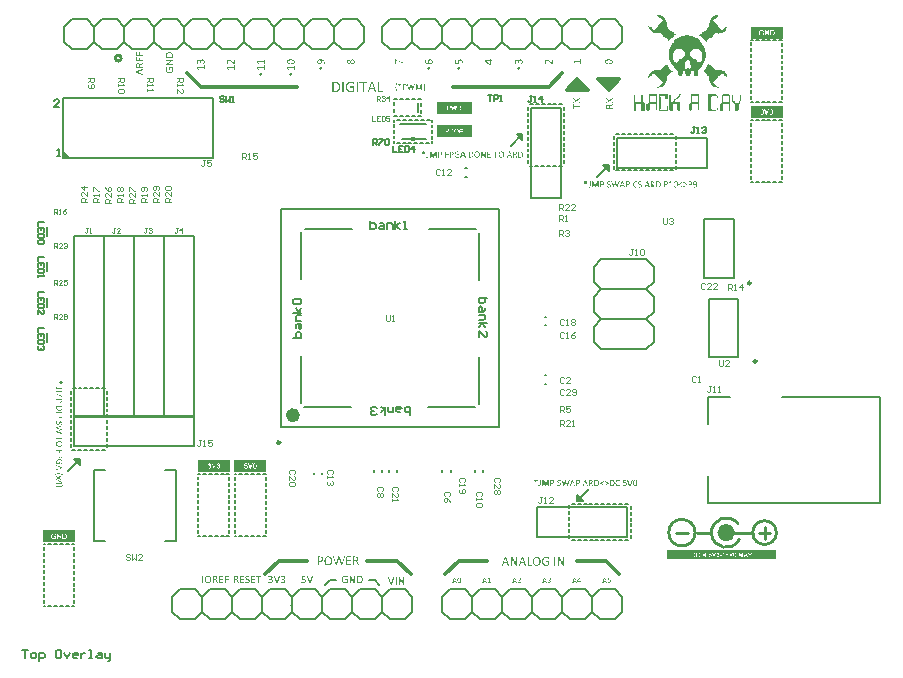
<source format=gto>
%FSTAX25Y25*%
%MOIN*%
G70*
G01*
G75*
%ADD10O,0.01181X0.07087*%
%ADD11O,0.07087X0.01181*%
%ADD12O,0.07284X0.01378*%
%ADD13R,0.08071X0.02756*%
%ADD14R,0.01772X0.02165*%
%ADD15R,0.03150X0.03150*%
%ADD16R,0.01575X0.02559*%
%ADD17R,0.02992X0.06299*%
%ADD18R,0.04528X0.06693*%
%ADD19R,0.02165X0.01772*%
%ADD20R,0.02756X0.03543*%
%ADD21R,0.03543X0.02756*%
%ADD22R,0.02047X0.02047*%
%ADD23R,0.02047X0.02047*%
%ADD24C,0.00669*%
%ADD25C,0.00700*%
%ADD26C,0.01000*%
%ADD27C,0.03000*%
%ADD28C,0.00591*%
%ADD29C,0.00500*%
%ADD30C,0.02000*%
%ADD31C,0.06000*%
%ADD32O,0.07874X0.17716*%
%ADD33O,0.07874X0.15748*%
%ADD34O,0.15748X0.07874*%
%ADD35R,0.05906X0.05906*%
%ADD36C,0.05906*%
%ADD37R,0.05906X0.05906*%
%ADD38P,0.06711X8X112.5*%
%ADD39O,0.05600X0.11200*%
%ADD40C,0.12600*%
%ADD41C,0.01969*%
%ADD42C,0.01600*%
%ADD43C,0.02800*%
%ADD44C,0.01595*%
%ADD45C,0.05000*%
%ADD46C,0.04000*%
%ADD47R,0.70200X0.25400*%
%ADD48C,0.07550*%
%ADD49O,0.07937X0.17779*%
%ADD50O,0.07937X0.15811*%
%ADD51O,0.15811X0.07937*%
%ADD52C,0.07543*%
G04:AMPARAMS|DCode=53|XSize=95.433mil|YSize=95.433mil|CornerRadius=0mil|HoleSize=0mil|Usage=FLASHONLY|Rotation=0.000|XOffset=0mil|YOffset=0mil|HoleType=Round|Shape=Relief|Width=10mil|Gap=10mil|Entries=4|*
%AMTHD53*
7,0,0,0.09543,0.07543,0.01000,45*
%
%ADD53THD53*%
%ADD54C,0.07800*%
%ADD55C,0.07400*%
G04:AMPARAMS|DCode=56|XSize=95.5mil|YSize=95.5mil|CornerRadius=0mil|HoleSize=0mil|Usage=FLASHONLY|Rotation=0.000|XOffset=0mil|YOffset=0mil|HoleType=Round|Shape=Relief|Width=10mil|Gap=10mil|Entries=4|*
%AMTHD56*
7,0,0,0.09550,0.07550,0.01000,45*
%
%ADD56THD56*%
%ADD57C,0.16600*%
G04:AMPARAMS|DCode=58|XSize=70mil|YSize=70mil|CornerRadius=0mil|HoleSize=0mil|Usage=FLASHONLY|Rotation=0.000|XOffset=0mil|YOffset=0mil|HoleType=Round|Shape=Relief|Width=10mil|Gap=10mil|Entries=4|*
%AMTHD58*
7,0,0,0.07000,0.05000,0.01000,45*
%
%ADD58THD58*%
%ADD59C,0.05600*%
%ADD60C,0.06800*%
%AMTHOVALD61*
21,1,0.07874,0.09937,0,0,270.0*
1,1,0.09937,0.00000,0.03937*
1,1,0.09937,0.00000,-0.03937*
21,0,0.07874,0.07937,0,0,270.0*
1,0,0.07937,0.00000,0.03937*
1,0,0.07937,0.00000,-0.03937*
4,0,4,-0.00354,0.03583,-0.03867,0.07097,-0.03160,0.07804,0.00354,0.04291,-0.00354,0.03583,0.0*
4,0,4,-0.00354,-0.04291,0.03160,-0.07804,0.03867,-0.07097,0.00354,-0.03583,-0.00354,-0.04291,0.0*
4,0,4,-0.00354,0.04291,0.03160,0.07804,0.03867,0.07097,0.00354,0.03583,-0.00354,0.04291,0.0*
4,0,4,-0.00354,-0.03583,-0.03867,-0.07097,-0.03160,-0.07804,0.00354,-0.04291,-0.00354,-0.03583,0.0*
%
%ADD61THOVALD61*%

%AMTHOVALD62*
21,1,0.07874,0.09937,0,0,180.0*
1,1,0.09937,0.03937,0.00000*
1,1,0.09937,-0.03937,0.00000*
21,0,0.07874,0.07937,0,0,180.0*
1,0,0.07937,0.03937,0.00000*
1,0,0.07937,-0.03937,0.00000*
4,0,4,0.03583,0.00354,0.07097,0.03867,0.07804,0.03160,0.04291,-0.00354,0.03583,0.00354,0.0*
4,0,4,-0.04291,0.00354,-0.07804,-0.03160,-0.07097,-0.03867,-0.03583,-0.00354,-0.04291,0.00354,0.0*
4,0,4,0.04291,0.00354,0.07804,-0.03160,0.07097,-0.03867,0.03583,-0.00354,0.04291,0.00354,0.0*
4,0,4,-0.03583,0.00354,-0.07097,0.03867,-0.07804,0.03160,-0.04291,-0.00354,-0.03583,0.00354,0.0*
%
%ADD62THOVALD62*%

G04:AMPARAMS|DCode=63|XSize=98mil|YSize=98mil|CornerRadius=0mil|HoleSize=0mil|Usage=FLASHONLY|Rotation=0.000|XOffset=0mil|YOffset=0mil|HoleType=Round|Shape=Relief|Width=10mil|Gap=10mil|Entries=4|*
%AMTHD63*
7,0,0,0.09800,0.07800,0.01000,45*
%
%ADD63THD63*%
G04:AMPARAMS|DCode=64|XSize=94mil|YSize=94mil|CornerRadius=0mil|HoleSize=0mil|Usage=FLASHONLY|Rotation=0.000|XOffset=0mil|YOffset=0mil|HoleType=Round|Shape=Relief|Width=10mil|Gap=10mil|Entries=4|*
%AMTHD64*
7,0,0,0.09400,0.07400,0.01000,45*
%
%ADD64THD64*%
G04:AMPARAMS|DCode=65|XSize=76mil|YSize=76mil|CornerRadius=0mil|HoleSize=0mil|Usage=FLASHONLY|Rotation=0.000|XOffset=0mil|YOffset=0mil|HoleType=Round|Shape=Relief|Width=10mil|Gap=10mil|Entries=4|*
%AMTHD65*
7,0,0,0.07600,0.05600,0.01000,45*
%
%ADD65THD65*%
G04:AMPARAMS|DCode=66|XSize=88mil|YSize=88mil|CornerRadius=0mil|HoleSize=0mil|Usage=FLASHONLY|Rotation=0.000|XOffset=0mil|YOffset=0mil|HoleType=Round|Shape=Relief|Width=10mil|Gap=10mil|Entries=4|*
%AMTHD66*
7,0,0,0.08800,0.06800,0.01000,45*
%
%ADD66THD66*%
%ADD67O,0.01378X0.04724*%
%ADD68R,0.07480X0.03150*%
%ADD69R,0.07480X0.12205*%
%ADD70R,0.06299X0.02559*%
%ADD71R,0.08661X0.11811*%
%ADD72R,0.01969X0.01181*%
%ADD73C,0.01181*%
%ADD74R,0.03543X0.04724*%
%ADD75R,0.06693X0.06614*%
%ADD76R,0.08661X0.07874*%
%ADD77C,0.05000*%
%ADD78C,0.01300*%
%ADD79C,0.01500*%
%ADD80R,0.29232X0.31693*%
%ADD81C,0.02362*%
%ADD82C,0.00984*%
%ADD83C,0.02165*%
%ADD84C,0.00787*%
%ADD85C,0.00600*%
%ADD86C,0.01200*%
%ADD87C,0.00400*%
%ADD88C,0.00394*%
%ADD89R,0.03937X0.02953*%
G36*
X0199535Y0291592D02*
X0199584D01*
X0199636Y0291588D01*
X0199755Y0291575D01*
X0199764D01*
X0199782Y029157D01*
X0199817Y0291566D01*
X0199856Y0291561D01*
X0199905Y0291552D01*
X0199958Y0291539D01*
X0200072Y0291509D01*
X0200077D01*
X0200098Y02915D01*
X0200125Y0291491D01*
X0200165Y0291478D01*
X0200208Y029146D01*
X0200253Y0291438D01*
X0200354Y0291385D01*
X0200358Y0291381D01*
X0200376Y0291372D01*
X0200402Y0291354D01*
X0200433Y0291333D01*
X0200468Y0291306D01*
X0200508Y0291271D01*
X0200547Y0291236D01*
X0200587Y0291192D01*
X0200591Y0291187D01*
X0200605Y029117D01*
X0200622Y0291148D01*
X0200644Y0291112D01*
X0200666Y0291073D01*
X0200693Y0291024D01*
X0200719Y0290972D01*
X0200741Y0290915D01*
Y0290906D01*
X020075Y0290888D01*
X0200759Y0290853D01*
X0200767Y0290809D01*
X0200776Y0290756D01*
X0200785Y029069D01*
X0200789Y029062D01*
X0200794Y0290545D01*
Y0290541D01*
Y0290532D01*
Y0290514D01*
Y0290492D01*
X0200789Y0290439D01*
X0200781Y0290382D01*
Y0290378D01*
Y0290369D01*
X0200776Y0290356D01*
Y0290338D01*
X0200767Y0290294D01*
X0200759Y0290246D01*
Y0290241D01*
X0200754Y0290237D01*
X020075Y0290211D01*
X0200741Y0290175D01*
X0200728Y029014D01*
X0200723Y0290136D01*
X0200714Y0290118D01*
X0200706Y0290096D01*
X0200693Y0290078D01*
X0200688Y0290074D01*
X0200679Y029007D01*
X0200666Y0290061D01*
X0200648Y0290052D01*
X0200626D01*
X02006Y0290048D01*
X0200499D01*
X020049Y0290052D01*
X0200477D01*
X0200464Y0290056D01*
X0200459D01*
X0200455Y0290061D01*
X0200446Y029007D01*
Y0290074D01*
X0200442Y0290078D01*
Y0290101D01*
Y0290105D01*
Y0290114D01*
X0200446Y0290131D01*
X0200455Y0290158D01*
Y0290166D01*
X0200464Y0290184D01*
X0200472Y0290215D01*
X0200486Y0290254D01*
Y0290259D01*
X020049Y0290263D01*
Y0290277D01*
X0200495Y0290294D01*
X0200508Y0290334D01*
X0200517Y0290387D01*
Y0290391D01*
Y02904D01*
X0200521Y0290417D01*
Y0290439D01*
X0200525Y0290466D01*
Y0290496D01*
X020053Y0290563D01*
Y0290571D01*
Y0290593D01*
X0200525Y0290629D01*
X0200521Y0290672D01*
X0200512Y0290721D01*
X0200499Y0290774D01*
X0200481Y0290827D01*
X0200459Y0290879D01*
X0200455Y0290884D01*
X0200446Y0290901D01*
X0200429Y0290928D01*
X0200411Y0290954D01*
X020038Y0290989D01*
X0200349Y0291024D01*
X0200314Y029106D01*
X020027Y0291095D01*
X0200266Y0291099D01*
X0200248Y0291108D01*
X0200226Y0291126D01*
X0200191Y0291143D01*
X0200151Y0291161D01*
X0200103Y0291183D01*
X020005Y02912D01*
X0199993Y0291218D01*
X0199984D01*
X0199967Y0291227D01*
X0199931Y0291231D01*
X0199892Y029124D01*
X0199843Y0291249D01*
X0199786Y0291258D01*
X0199724Y0291262D01*
X0199659Y0291266D01*
X0199663Y0291262D01*
X0199667Y0291249D01*
X019968Y0291227D01*
X0199694Y02912D01*
X0199711Y0291161D01*
X0199729Y0291121D01*
X0199747Y0291077D01*
X0199764Y0291024D01*
Y029102D01*
X0199773Y0290998D01*
X0199777Y0290972D01*
X0199786Y0290932D01*
X0199795Y0290884D01*
X0199799Y0290831D01*
X0199808Y0290769D01*
Y0290703D01*
Y0290699D01*
Y0290694D01*
Y0290668D01*
X0199804Y0290629D01*
X0199799Y0290584D01*
X0199795Y0290527D01*
X0199786Y029047D01*
X0199773Y0290413D01*
X0199755Y0290356D01*
X0199751Y0290351D01*
X0199747Y0290334D01*
X0199733Y0290307D01*
X0199716Y0290277D01*
X0199694Y0290241D01*
X0199667Y0290202D01*
X0199636Y0290166D01*
X0199601Y0290131D01*
X0199597Y0290127D01*
X0199584Y0290118D01*
X0199562Y0290105D01*
X0199535Y0290087D01*
X0199504Y0290065D01*
X0199465Y0290048D01*
X0199421Y0290026D01*
X0199372Y0290013D01*
X0199368D01*
X0199351Y0290008D01*
X0199324Y0290004D01*
X0199285Y0289995D01*
X0199245Y028999D01*
X0199192Y0289982D01*
X0199139Y0289977D01*
X0199056D01*
X0199025Y0289982D01*
X0198981D01*
X0198937Y0289986D01*
X0198884Y0289995D01*
X0198774Y0290021D01*
X0198765Y0290026D01*
X0198748Y029003D01*
X0198721Y0290043D01*
X0198686Y0290056D01*
X0198646Y0290078D01*
X0198602Y0290105D01*
X0198558Y0290136D01*
X0198514Y0290171D01*
X019851Y0290175D01*
X0198497Y0290189D01*
X0198475Y0290211D01*
X0198449Y0290241D01*
X0198422Y0290277D01*
X0198391Y029032D01*
X0198361Y0290369D01*
X0198334Y0290426D01*
X019833Y0290435D01*
X0198321Y0290453D01*
X0198312Y0290488D01*
X0198299Y0290532D01*
X0198286Y0290589D01*
X0198273Y0290651D01*
X0198268Y0290721D01*
X0198264Y02908D01*
Y0290809D01*
Y0290827D01*
Y0290857D01*
X0198268Y0290893D01*
X0198273Y0290936D01*
X0198281Y0290981D01*
X0198303Y0291073D01*
Y0291077D01*
X0198312Y0291095D01*
X0198321Y0291117D01*
X0198334Y0291143D01*
X0198369Y0291209D01*
X0198418Y029128D01*
X0198422Y0291284D01*
X0198431Y0291293D01*
X0198444Y0291311D01*
X0198466Y0291333D01*
X0198493Y0291354D01*
X0198523Y0291376D01*
X0198594Y0291425D01*
X0198598Y0291429D01*
X0198611Y0291434D01*
X0198633Y0291447D01*
X019866Y029146D01*
X0198695Y0291478D01*
X0198734Y0291491D01*
X0198778Y0291509D01*
X0198827Y0291522D01*
X0198831D01*
X0198849Y029153D01*
X0198875Y0291535D01*
X019891Y0291544D01*
X0198954Y0291552D01*
X0199003Y0291561D01*
X0199056Y029157D01*
X0199113Y0291579D01*
X0199122D01*
X0199139Y0291583D01*
X019917D01*
X019921Y0291588D01*
X0199258Y0291592D01*
X0199315D01*
X0199372Y0291597D01*
X0199491D01*
X0199535Y0291592D01*
D02*
G37*
G36*
X0190671Y0289542D02*
X0190692Y0289537D01*
X0190697D01*
X0190706Y0289533D01*
X0190732Y0289524D01*
X0190741Y028952D01*
X0190754Y0289502D01*
Y0289493D01*
X0190759Y0289476D01*
Y0288191D01*
Y0288182D01*
X0190754Y0288164D01*
X019075Y028816D01*
X0190732Y0288142D01*
X0190728D01*
X0190719Y0288138D01*
X0190692Y0288129D01*
X0190675D01*
X0190657Y0288125D01*
X0190591D01*
X0190574Y0288129D01*
X0190569D01*
X0190556Y0288134D01*
X019053Y0288142D01*
X0190525D01*
X0190521Y0288147D01*
X0190503Y0288164D01*
Y0288169D01*
X0190499Y0288173D01*
X0190495Y0288191D01*
Y0288706D01*
X0188625D01*
X0188906Y028823D01*
X018891Y0288226D01*
X0188919Y0288209D01*
X0188928Y0288191D01*
X0188933Y0288173D01*
Y0288169D01*
Y028816D01*
Y0288151D01*
X0188924Y0288138D01*
X0188919D01*
X0188915Y0288129D01*
X0188902Y0288125D01*
X0188884Y0288121D01*
X0188862D01*
X018884Y0288116D01*
X0188752D01*
X0188743Y0288121D01*
X018873D01*
X0188717Y0288125D01*
X0188713D01*
X0188708Y0288129D01*
X018869Y0288138D01*
X0188686Y0288142D01*
X0188682Y0288147D01*
X0188669Y0288169D01*
X0188308Y0288732D01*
X0188303Y0288737D01*
X0188299Y028875D01*
Y0288754D01*
X0188294Y0288758D01*
X018829Y028878D01*
Y0288785D01*
X0188286Y0288794D01*
Y028882D01*
Y0288825D01*
X0188281Y0288838D01*
Y0288855D01*
Y0288877D01*
Y0288886D01*
Y0288904D01*
Y0288926D01*
X0188286Y0288952D01*
Y0288956D01*
X018829Y028897D01*
X0188294Y0288987D01*
X0188299Y0289001D01*
Y0289005D01*
X0188303Y0289009D01*
X0188308Y0289018D01*
X0188317Y0289022D01*
X0188321Y0289027D01*
X0188338Y0289031D01*
X0190495D01*
Y0289476D01*
Y028948D01*
Y0289485D01*
X0190503Y0289502D01*
Y0289507D01*
X0190508Y0289511D01*
X019053Y0289524D01*
X0190534D01*
X0190543Y0289528D01*
X0190556Y0289533D01*
X0190574Y0289537D01*
X0190578D01*
X0190587Y0289542D01*
X0190609Y0289546D01*
X0190653D01*
X0190671Y0289542D01*
D02*
G37*
G36*
X0189628Y0291592D02*
X0189698D01*
X0189777Y0291583D01*
X0189861Y0291575D01*
X0189953Y0291566D01*
X0190041Y0291548D01*
X019005D01*
X0190063Y0291544D01*
X0190081Y0291539D01*
X0190125Y029153D01*
X0190178Y0291513D01*
X0190244Y0291491D01*
X019031Y0291464D01*
X019038Y0291434D01*
X0190446Y0291399D01*
X0190455Y0291394D01*
X0190472Y0291381D01*
X0190503Y0291359D01*
X0190543Y0291328D01*
X0190583Y0291288D01*
X0190627Y0291245D01*
X0190666Y0291192D01*
X0190706Y029113D01*
X019071Y0291121D01*
X0190719Y0291099D01*
X0190732Y0291064D01*
X019075Y0291016D01*
X0190767Y0290954D01*
X019078Y0290884D01*
X0190789Y0290805D01*
X0190794Y0290717D01*
Y0290712D01*
Y0290708D01*
Y0290694D01*
Y0290677D01*
X0190789Y0290633D01*
X0190785Y029058D01*
X0190776Y0290518D01*
X0190759Y0290453D01*
X0190741Y0290387D01*
X0190715Y0290325D01*
X019071Y0290316D01*
X0190697Y0290299D01*
X0190679Y0290268D01*
X0190653Y0290232D01*
X0190618Y0290193D01*
X0190578Y0290149D01*
X019053Y0290109D01*
X0190472Y029007D01*
X0190464Y0290065D01*
X0190442Y0290052D01*
X0190407Y0290039D01*
X0190363Y0290017D01*
X0190305Y0289995D01*
X0190235Y0289973D01*
X019016Y0289951D01*
X0190076Y0289933D01*
X0190068D01*
X0190055Y0289929D01*
X0190032D01*
X019001Y0289925D01*
X0189984Y028992D01*
X0189918Y0289916D01*
X0189839Y0289907D01*
X0189746Y0289898D01*
X0189645Y0289894D01*
X0189465D01*
X0189434Y0289898D01*
X0189364D01*
X0189285Y0289902D01*
X0189201Y0289911D01*
X0189109Y0289925D01*
X0189021Y0289938D01*
X0189016D01*
X0189012Y0289942D01*
X0188998D01*
X0188981Y0289947D01*
X0188937Y0289955D01*
X0188884Y0289973D01*
X0188818Y028999D01*
X0188752Y0290017D01*
X0188686Y0290048D01*
X018862Y0290083D01*
X0188611Y0290087D01*
X0188594Y0290101D01*
X0188563Y0290127D01*
X0188523Y0290158D01*
X0188479Y0290197D01*
X0188435Y0290241D01*
X0188396Y0290294D01*
X0188356Y0290356D01*
X0188352Y0290365D01*
X0188343Y0290387D01*
X0188325Y0290422D01*
X0188308Y029047D01*
X0188294Y0290527D01*
X0188277Y0290598D01*
X0188268Y0290677D01*
X0188264Y0290765D01*
Y0290769D01*
Y0290774D01*
Y0290787D01*
Y0290805D01*
X0188268Y0290848D01*
X0188273Y0290906D01*
X0188286Y0290967D01*
X0188299Y0291033D01*
X0188321Y0291099D01*
X0188347Y0291161D01*
X0188352Y029117D01*
X0188365Y0291187D01*
X0188382Y0291218D01*
X0188409Y0291253D01*
X0188444Y0291293D01*
X0188488Y0291337D01*
X0188537Y0291376D01*
X0188594Y0291416D01*
X0188602Y0291421D01*
X018862Y0291434D01*
X0188655Y0291447D01*
X0188704Y0291469D01*
X0188761Y0291491D01*
X0188827Y0291513D01*
X0188906Y0291535D01*
X018899Y0291552D01*
X0188998D01*
X0189012Y0291557D01*
X0189029Y0291561D01*
X0189051D01*
X0189078Y0291566D01*
X0189144Y0291575D01*
X0189223Y0291583D01*
X0189315Y0291588D01*
X0189417Y0291597D01*
X0189597D01*
X0189628Y0291592D01*
D02*
G37*
G36*
X0210187D02*
X0210226Y0291588D01*
X021027Y0291583D01*
X0210318Y0291575D01*
X0210367Y0291557D01*
X0210415Y0291539D01*
X021042Y0291535D01*
X0210437Y029153D01*
X0210459Y0291517D01*
X0210486Y0291495D01*
X0210521Y0291473D01*
X0210556Y0291447D01*
X0210591Y0291412D01*
X0210627Y0291372D01*
X0210631Y0291368D01*
X021064Y0291354D01*
X0210657Y0291333D01*
X0210675Y0291302D01*
X0210693Y0291262D01*
X0210715Y0291218D01*
X0210736Y0291165D01*
X0210754Y0291108D01*
Y0291099D01*
X0210758Y0291082D01*
X0210767Y0291047D01*
X0210772Y0291002D01*
X0210781Y029095D01*
X0210789Y0290888D01*
X0210794Y0290822D01*
Y0290747D01*
Y0290739D01*
Y0290717D01*
X0210789Y0290677D01*
Y0290633D01*
X0210785Y029058D01*
X0210776Y0290523D01*
X0210754Y0290404D01*
Y02904D01*
X0210745Y0290378D01*
X0210736Y0290351D01*
X0210723Y0290316D01*
X021071Y0290277D01*
X0210688Y0290232D01*
X021064Y0290149D01*
X0210635Y0290144D01*
X0210627Y0290131D01*
X0210609Y0290114D01*
X0210587Y0290092D01*
X0210556Y0290065D01*
X0210525Y0290039D01*
X0210446Y028999D01*
X0210442D01*
X0210424Y0289982D01*
X0210402Y0289973D01*
X0210371Y0289964D01*
X0210332Y0289955D01*
X0210288Y0289947D01*
X0210239Y0289942D01*
X0210187Y0289938D01*
X0210147D01*
X0210116Y0289942D01*
X0210085Y0289947D01*
X021005Y0289951D01*
X0209975Y0289973D01*
X0209971D01*
X0209958Y0289982D01*
X020994Y028999D01*
X0209918Y0290004D01*
X0209857Y0290035D01*
X0209795Y0290083D01*
X020979Y0290087D01*
X0209782Y0290096D01*
X0209764Y0290109D01*
X0209742Y0290131D01*
X020972Y0290158D01*
X0209694Y0290189D01*
X0209641Y0290259D01*
X0209636Y0290263D01*
X0209628Y0290277D01*
X0209614Y0290299D01*
X0209597Y0290329D01*
X0209575Y0290365D01*
X0209553Y0290404D01*
X0209505Y0290492D01*
X02095Y0290488D01*
X0209496Y0290475D01*
X0209483Y0290453D01*
X0209469Y0290426D01*
X020943Y029036D01*
X0209381Y029029D01*
X0209377Y0290285D01*
X0209368Y0290277D01*
X0209355Y0290259D01*
X0209337Y0290237D01*
X0209293Y0290189D01*
X0209241Y029014D01*
X0209236Y0290136D01*
X0209227Y0290131D01*
X020921Y0290123D01*
X0209192Y0290109D01*
X0209139Y0290078D01*
X0209078Y0290052D01*
X0209073D01*
X020906Y0290048D01*
X0209043Y0290043D01*
X020902Y0290039D01*
X020899Y029003D01*
X0208959Y0290026D01*
X0208884Y0290021D01*
X0208862D01*
X0208836Y0290026D01*
X0208805D01*
X020877Y029003D01*
X020873Y0290039D01*
X0208642Y0290065D01*
X0208638Y029007D01*
X0208625Y0290074D01*
X0208602Y0290087D01*
X0208576Y0290101D01*
X020851Y0290144D01*
X0208449Y0290206D01*
X0208444Y0290211D01*
X0208435Y0290224D01*
X0208418Y0290246D01*
X02084Y0290272D01*
X0208378Y0290307D01*
X0208356Y0290351D01*
X0208334Y0290395D01*
X0208316Y0290448D01*
X0208312Y0290457D01*
X0208308Y0290475D01*
X0208299Y0290505D01*
X020829Y0290545D01*
X0208281Y0290593D01*
X0208273Y0290651D01*
X0208264Y0290717D01*
Y0290787D01*
Y0290796D01*
Y0290818D01*
X0208268Y0290853D01*
Y0290897D01*
X0208277Y0290945D01*
X0208286Y0291002D01*
X0208295Y0291055D01*
X0208312Y0291108D01*
Y0291112D01*
X0208321Y029113D01*
X020833Y0291157D01*
X0208343Y0291187D01*
X0208383Y0291262D01*
X0208409Y0291297D01*
X0208435Y0291333D01*
X020844Y0291337D01*
X0208449Y0291346D01*
X0208466Y0291363D01*
X0208484Y0291381D01*
X020851Y0291403D01*
X0208541Y0291425D01*
X0208616Y0291464D01*
X020862D01*
X0208633Y0291473D01*
X0208655Y0291478D01*
X0208682Y0291487D01*
X0208713Y0291495D01*
X0208752Y02915D01*
X0208836Y0291509D01*
X0208871D01*
X0208897Y0291504D01*
X0208955Y0291495D01*
X0209025Y0291473D01*
X0209029D01*
X0209038Y0291469D01*
X0209056Y029146D01*
X0209078Y0291451D01*
X0209131Y0291421D01*
X0209192Y0291381D01*
X0209196Y0291376D01*
X0209205Y0291372D01*
X0209223Y0291359D01*
X0209241Y0291341D01*
X0209289Y0291293D01*
X0209342Y0291231D01*
X0209346Y0291227D01*
X0209355Y0291218D01*
X0209368Y0291196D01*
X0209386Y0291174D01*
X0209403Y0291143D01*
X0209425Y0291108D01*
X0209474Y0291029D01*
X0209478Y0291033D01*
X0209487Y0291051D01*
X02095Y0291077D01*
X0209513Y0291112D01*
X0209535Y0291148D01*
X0209557Y0291187D01*
X020961Y0291271D01*
X0209614Y0291275D01*
X0209623Y0291288D01*
X0209636Y0291306D01*
X0209654Y0291333D01*
X0209702Y029139D01*
X020976Y0291447D01*
X0209764Y0291451D01*
X0209773Y029146D01*
X020979Y0291473D01*
X0209812Y0291491D01*
X0209865Y0291526D01*
X0209931Y0291557D01*
X0209936D01*
X0209945Y0291561D01*
X0209966Y029157D01*
X0209988Y0291579D01*
X0210019Y0291583D01*
X021005Y0291592D01*
X0210129Y0291597D01*
X0210156D01*
X0210187Y0291592D01*
D02*
G37*
G36*
X0246041D02*
X024609Y0291588D01*
X0246143Y0291579D01*
X0246204Y0291566D01*
X0246261Y0291548D01*
X0246323Y0291526D01*
X0246332Y0291522D01*
X0246349Y0291513D01*
X0246376Y02915D01*
X0246411Y0291478D01*
X0246455Y0291451D01*
X0246499Y0291421D01*
X0246543Y0291381D01*
X0246583Y0291337D01*
X0246587Y0291333D01*
X02466Y0291315D01*
X0246618Y0291288D01*
X024664Y0291258D01*
X0246666Y0291214D01*
X0246692Y0291165D01*
X0246719Y0291108D01*
X0246741Y0291047D01*
Y0291038D01*
X024675Y0291016D01*
X0246759Y0290985D01*
X0246767Y0290936D01*
X0246776Y0290884D01*
X0246785Y0290822D01*
X0246789Y0290752D01*
X0246794Y0290677D01*
Y0290672D01*
Y0290659D01*
Y0290637D01*
X0246789Y0290606D01*
Y0290571D01*
X0246785Y0290536D01*
X0246776Y0290457D01*
Y0290453D01*
X0246772Y0290439D01*
X0246767Y0290422D01*
X0246763Y0290395D01*
X024675Y0290338D01*
X0246737Y0290277D01*
Y0290272D01*
X0246732Y0290263D01*
X0246728Y029025D01*
X0246723Y0290232D01*
X024671Y0290189D01*
X0246692Y0290144D01*
X0246688Y0290136D01*
X0246679Y0290118D01*
X0246666Y0290096D01*
X0246657Y0290078D01*
X0246653D01*
X0246649Y029007D01*
X0246635Y0290061D01*
X0246631D01*
X0246626Y0290056D01*
X0246604Y0290048D01*
X0246591D01*
X0246565Y0290043D01*
X0246442D01*
X0246433Y0290048D01*
X024642D01*
X0246407Y0290052D01*
X0246402D01*
X0246398Y0290056D01*
X024638Y029007D01*
Y0290074D01*
X0246376Y0290078D01*
X0246371Y0290096D01*
Y0290101D01*
X0246376Y0290109D01*
X024638Y0290127D01*
X0246398Y0290153D01*
X0246402Y0290162D01*
X0246411Y029018D01*
X0246428Y0290215D01*
X024645Y0290259D01*
Y0290263D01*
X0246455Y0290272D01*
X0246459Y0290285D01*
X0246468Y0290307D01*
X0246477Y0290329D01*
X0246486Y029036D01*
X0246503Y0290426D01*
Y029043D01*
X0246508Y0290444D01*
X0246512Y0290466D01*
Y0290492D01*
X0246516Y0290527D01*
X0246521Y0290571D01*
X0246525Y0290615D01*
Y0290664D01*
Y0290668D01*
Y0290686D01*
Y0290708D01*
X0246521Y0290743D01*
Y0290778D01*
X0246512Y0290818D01*
X0246499Y0290897D01*
Y0290901D01*
X0246495Y0290915D01*
X0246486Y0290936D01*
X0246477Y0290963D01*
X0246446Y029102D01*
X0246402Y0291082D01*
X0246398Y0291086D01*
X0246389Y0291095D01*
X0246376Y0291108D01*
X0246358Y0291126D01*
X0246332Y0291148D01*
X0246305Y0291165D01*
X0246239Y0291205D01*
X0246235D01*
X0246222Y0291214D01*
X02462Y0291218D01*
X0246173Y0291227D01*
X0246138Y0291236D01*
X0246098Y029124D01*
X024605Y0291249D01*
X0245958D01*
X0245931Y0291245D01*
X0245865Y0291231D01*
X0245795Y0291209D01*
X0245791D01*
X0245777Y0291205D01*
X0245764Y0291196D01*
X0245742Y0291183D01*
X0245694Y0291148D01*
X0245645Y0291095D01*
X0245641Y029109D01*
X0245637Y0291082D01*
X0245623Y0291064D01*
X024561Y0291042D01*
X0245597Y0291016D01*
X0245579Y0290981D01*
X0245566Y0290945D01*
X0245553Y0290901D01*
Y0290897D01*
X0245549Y0290879D01*
X0245544Y0290857D01*
X0245535Y0290822D01*
X0245531Y0290782D01*
X0245527Y0290734D01*
X0245522Y0290677D01*
Y029062D01*
Y0290615D01*
Y0290602D01*
Y029058D01*
Y0290554D01*
X0245527Y0290488D01*
X0245535Y0290422D01*
Y0290417D01*
Y0290408D01*
X024554Y0290391D01*
Y0290373D01*
X0245544Y029032D01*
X0245549Y0290268D01*
Y0290259D01*
X0245544Y0290237D01*
X0245535Y0290215D01*
X0245522Y0290193D01*
X0245518Y0290189D01*
X02455Y0290184D01*
X0245469Y0290175D01*
X0245425Y0290171D01*
X0244418D01*
X0244391Y0290175D01*
X0244356Y0290184D01*
X024433Y0290197D01*
X0244325Y0290202D01*
X0244312Y0290219D01*
X0244303Y0290246D01*
X0244299Y0290281D01*
Y0291368D01*
Y0291372D01*
Y0291376D01*
X0244308Y0291399D01*
Y0291403D01*
X0244312Y0291407D01*
X0244334Y0291421D01*
X0244338D01*
X0244347Y0291425D01*
X024436Y0291429D01*
X0244378Y0291434D01*
X0244383D01*
X0244396Y0291438D01*
X0244418Y0291442D01*
X0244453D01*
X0244484Y0291438D01*
X0244514Y0291434D01*
X024455Y0291421D01*
X0244554Y0291416D01*
X0244567Y0291407D01*
X0244581Y0291394D01*
X0244585Y0291372D01*
Y0290496D01*
X024528D01*
Y0290501D01*
X0245276Y0290505D01*
Y0290518D01*
X0245271Y0290536D01*
X0245267Y0290576D01*
Y0290624D01*
Y0290629D01*
Y0290637D01*
Y0290651D01*
X0245263Y0290668D01*
Y0290717D01*
Y0290778D01*
Y0290782D01*
Y0290787D01*
Y0290813D01*
X0245267Y0290853D01*
Y0290901D01*
X0245276Y0290954D01*
X0245285Y0291016D01*
X0245298Y0291077D01*
X0245315Y0291135D01*
Y0291143D01*
X0245324Y0291161D01*
X0245337Y0291187D01*
X0245351Y0291223D01*
X0245373Y0291266D01*
X0245394Y0291306D01*
X0245425Y029135D01*
X0245456Y029139D01*
X0245461Y0291394D01*
X0245474Y0291407D01*
X0245491Y0291425D01*
X0245518Y0291447D01*
X0245553Y0291473D01*
X0245588Y02915D01*
X0245632Y0291522D01*
X024568Y0291544D01*
X0245685Y0291548D01*
X0245703Y0291552D01*
X0245729Y0291561D01*
X0245764Y029157D01*
X0245808Y0291579D01*
X0245856Y0291588D01*
X0245914Y0291597D01*
X0246006D01*
X0246041Y0291592D01*
D02*
G37*
G36*
X0236024D02*
X0236063D01*
X0236112Y0291583D01*
X0236164Y0291575D01*
X0236222Y0291561D01*
X0236279Y0291544D01*
X0236283D01*
X0236305Y0291535D01*
X0236332Y0291522D01*
X0236367Y0291509D01*
X0236411Y0291487D01*
X0236455Y029146D01*
X0236499Y0291425D01*
X0236543Y029139D01*
X0236547Y0291385D01*
X0236561Y0291372D01*
X0236582Y029135D01*
X0236609Y0291319D01*
X023664Y0291284D01*
X023667Y0291236D01*
X0236701Y0291187D01*
X0236728Y029113D01*
X0236732Y0291121D01*
X0236736Y0291104D01*
X023675Y0291069D01*
X0236758Y0291024D01*
X0236772Y0290972D01*
X0236785Y029091D01*
X0236789Y029084D01*
X0236794Y029076D01*
Y0290752D01*
Y0290734D01*
Y0290708D01*
X0236789Y0290668D01*
X0236785Y0290629D01*
X0236781Y029058D01*
X0236758Y0290488D01*
Y0290483D01*
X023675Y029047D01*
X0236741Y0290444D01*
X0236728Y0290417D01*
X0236697Y0290351D01*
X0236649Y0290281D01*
X0236644Y0290277D01*
X0236635Y0290268D01*
X0236622Y029025D01*
X02366Y0290232D01*
X0236574Y0290211D01*
X0236547Y0290184D01*
X0236477Y0290136D01*
X0236473Y0290131D01*
X0236459Y0290127D01*
X0236437Y0290114D01*
X0236411Y0290105D01*
X0236376Y0290087D01*
X0236336Y0290074D01*
X0236292Y0290056D01*
X0236244Y0290043D01*
X0236239D01*
X0236222Y0290039D01*
X0236195Y029003D01*
X023616Y0290026D01*
X0236116Y0290017D01*
X0236068Y0290008D01*
X0236015Y0289999D01*
X0235958Y0289995D01*
X0235931D01*
X0235896Y028999D01*
X0235857D01*
X0235808Y0289986D01*
X0235751D01*
X0235689Y0289982D01*
X0235522D01*
X0235474Y0289986D01*
X0235421D01*
X0235302Y0289995D01*
X0235293D01*
X0235276Y0289999D01*
X0235241Y0290004D01*
X0235201Y0290008D01*
X0235153Y0290017D01*
X02351Y029003D01*
X023499Y0290056D01*
X0234981D01*
X0234963Y0290065D01*
X0234937Y0290074D01*
X0234897Y0290087D01*
X0234853Y0290105D01*
X0234809Y0290127D01*
X0234708Y0290175D01*
X0234704Y029018D01*
X0234686Y0290189D01*
X023466Y0290206D01*
X0234629Y0290228D01*
X0234594Y0290254D01*
X0234554Y0290285D01*
X0234519Y0290325D01*
X0234479Y0290365D01*
X0234475Y0290369D01*
X0234462Y0290387D01*
X0234444Y0290408D01*
X0234422Y0290439D01*
X0234396Y0290479D01*
X0234369Y0290527D01*
X0234343Y0290576D01*
X0234321Y0290633D01*
X0234316Y0290642D01*
X0234312Y0290659D01*
X0234303Y0290694D01*
X023429Y0290739D01*
X0234281Y0290791D01*
X0234273Y0290857D01*
X0234268Y0290928D01*
X0234264Y0291002D01*
Y0291007D01*
Y0291016D01*
Y0291029D01*
Y0291047D01*
X0234268Y029109D01*
X0234273Y0291143D01*
Y0291148D01*
Y0291157D01*
X0234277Y029117D01*
Y0291187D01*
X0234286Y0291227D01*
X0234299Y0291275D01*
Y029128D01*
Y0291284D01*
X0234308Y0291311D01*
X0234316Y0291346D01*
X023433Y0291376D01*
X0234334Y0291385D01*
X0234338Y0291399D01*
X0234347Y0291421D01*
X0234356Y0291434D01*
Y0291438D01*
X0234361Y0291442D01*
X0234378Y0291451D01*
X0234387Y0291456D01*
X0234404Y0291464D01*
X0234409D01*
X0234413Y0291469D01*
X0234444D01*
X0234453Y0291473D01*
X0234519D01*
X0234541Y0291469D01*
X0234554D01*
X0234567Y0291464D01*
X023458Y029146D01*
X0234589Y0291456D01*
X0234602Y0291442D01*
X0234607Y0291438D01*
X0234611Y0291416D01*
Y0291412D01*
Y0291403D01*
X0234607Y0291385D01*
X0234598Y0291359D01*
X0234594Y0291354D01*
X0234589Y0291337D01*
X023458Y0291306D01*
X0234572Y0291271D01*
X0234567Y0291262D01*
X0234563Y0291236D01*
X023455Y02912D01*
X0234541Y0291148D01*
Y0291143D01*
X0234537Y0291135D01*
Y0291121D01*
X0234532Y0291099D01*
X0234528Y0291077D01*
Y0291047D01*
X0234523Y0290981D01*
Y0290972D01*
Y029095D01*
X0234528Y0290919D01*
X0234532Y0290875D01*
X0234541Y0290831D01*
X0234554Y0290778D01*
X0234572Y0290725D01*
X0234598Y0290677D01*
X0234602Y0290672D01*
X0234611Y0290655D01*
X0234629Y0290633D01*
X0234647Y0290602D01*
X0234677Y0290571D01*
X0234708Y0290536D01*
X0234748Y0290501D01*
X0234792Y0290466D01*
X0234796Y0290461D01*
X0234814Y0290453D01*
X023484Y0290439D01*
X0234875Y0290422D01*
X0234915Y0290404D01*
X0234963Y0290382D01*
X023502Y0290365D01*
X0235078Y0290347D01*
X0235086D01*
X0235104Y0290342D01*
X0235135Y0290334D01*
X0235179Y0290329D01*
X0235227Y029032D01*
X0235284Y0290312D01*
X0235346Y0290307D01*
X0235412Y0290303D01*
Y0290307D01*
X0235408Y0290312D01*
X0235395Y0290334D01*
X0235377Y0290369D01*
X0235355Y0290413D01*
Y0290417D01*
X023535Y0290426D01*
X0235342Y0290439D01*
X0235337Y0290457D01*
X023532Y0290496D01*
X0235302Y0290549D01*
Y0290554D01*
X0235298Y0290563D01*
X0235293Y0290576D01*
X0235289Y0290598D01*
X0235276Y0290646D01*
X0235267Y0290703D01*
Y0290708D01*
X0235262Y0290717D01*
Y0290734D01*
X0235258Y0290756D01*
X0235254Y0290813D01*
X0235249Y0290879D01*
Y0290884D01*
Y0290888D01*
Y0290915D01*
X0235254Y029095D01*
X0235258Y0290994D01*
X0235262Y0291047D01*
X0235271Y0291104D01*
X0235289Y0291161D01*
X0235307Y0291214D01*
X0235311Y0291218D01*
X0235315Y0291236D01*
X0235329Y0291262D01*
X0235346Y0291293D01*
X0235368Y0291333D01*
X023539Y0291368D01*
X0235421Y0291403D01*
X0235456Y0291438D01*
X023546Y0291442D01*
X0235474Y0291451D01*
X0235496Y0291464D01*
X0235522Y0291487D01*
X0235553Y0291504D01*
X0235593Y0291522D01*
X0235636Y0291544D01*
X0235685Y0291557D01*
X0235689D01*
X0235707Y0291561D01*
X0235733Y029157D01*
X0235769Y0291579D01*
X0235808Y0291583D01*
X0235857Y0291592D01*
X0235905Y0291597D01*
X0235988D01*
X0236024Y0291592D01*
D02*
G37*
G36*
X0224506D02*
X022451D01*
X0224523Y0291588D01*
X0224541D01*
X0224558Y0291583D01*
X0224563D01*
X0224572Y0291579D01*
X0224589Y0291575D01*
X0224607Y029157D01*
X0224611D01*
X022462Y0291566D01*
X0224638Y0291561D01*
X0224655Y0291552D01*
X0226701Y0290664D01*
X0226706D01*
X0226714Y0290659D01*
X0226736Y0290637D01*
Y0290633D01*
X0226745Y0290629D01*
X0226759Y0290602D01*
Y0290598D01*
X0226763Y0290589D01*
Y0290567D01*
X0226767Y0290545D01*
Y0290541D01*
Y0290523D01*
X0226772Y0290496D01*
Y0290466D01*
Y0290461D01*
Y0290457D01*
Y0290426D01*
X0226767Y0290395D01*
X0226763Y029036D01*
Y0290356D01*
X0226759Y0290342D01*
X0226754Y0290325D01*
X022675Y0290307D01*
X0226745D01*
X0226741Y0290303D01*
X0226732Y0290299D01*
X0226719Y0290294D01*
X0226714D01*
X0226706Y0290299D01*
X0226693Y0290303D01*
X0226675Y0290312D01*
X0224585Y0291245D01*
Y0290061D01*
Y0290056D01*
X0224581Y0290043D01*
X0224572Y0290026D01*
X022455Y0290008D01*
X0224541Y0290004D01*
X0224523Y0289999D01*
X0224488Y0289995D01*
X0224444Y028999D01*
X0224405D01*
X0224382Y0289995D01*
X0224378D01*
X0224365Y0289999D01*
X0224339Y0290008D01*
X0224334D01*
X0224325Y0290013D01*
X0224317Y0290021D01*
X0224308Y029003D01*
Y0290035D01*
X0224303Y0290039D01*
X0224299Y0290061D01*
Y0291495D01*
Y02915D01*
Y0291513D01*
X0224308Y0291539D01*
Y0291544D01*
X0224312Y0291552D01*
X0224317Y0291561D01*
X022433Y029157D01*
X0224334Y0291575D01*
X0224343Y0291579D01*
X0224356Y0291583D01*
X0224374Y0291588D01*
X0224378D01*
X0224391Y0291592D01*
X0224413Y0291597D01*
X0224484D01*
X0224506Y0291592D01*
D02*
G37*
G36*
X016067Y0289643D02*
X0160693Y0289638D01*
X0160697D01*
X0160706Y0289634D01*
X0160732Y0289625D01*
X0160741Y0289621D01*
X0160754Y0289603D01*
Y0289595D01*
X0160758Y0289577D01*
Y0288292D01*
Y0288283D01*
X0160754Y0288266D01*
X016075Y0288261D01*
X0160732Y0288244D01*
X0160728D01*
X0160719Y0288239D01*
X0160693Y028823D01*
X0160675D01*
X0160657Y0288226D01*
X0160591D01*
X0160574Y028823D01*
X0160569D01*
X0160556Y0288235D01*
X016053Y0288244D01*
X0160525D01*
X0160521Y0288248D01*
X0160503Y0288266D01*
Y028827D01*
X0160499Y0288275D01*
X0160494Y0288292D01*
Y0288807D01*
X0158624D01*
X0158906Y0288332D01*
X0158911Y0288327D01*
X0158919Y028831D01*
X0158928Y0288292D01*
X0158932Y0288275D01*
Y028827D01*
Y0288261D01*
Y0288252D01*
X0158924Y0288239D01*
X0158919D01*
X0158915Y028823D01*
X0158902Y0288226D01*
X0158884Y0288222D01*
X0158862D01*
X015884Y0288217D01*
X0158752D01*
X0158743Y0288222D01*
X015873D01*
X0158717Y0288226D01*
X0158712D01*
X0158708Y028823D01*
X0158691Y0288239D01*
X0158686Y0288244D01*
X0158682Y0288248D01*
X0158668Y028827D01*
X0158308Y0288833D01*
X0158303Y0288838D01*
X0158299Y0288851D01*
Y0288855D01*
X0158294Y028886D01*
X015829Y0288882D01*
Y0288886D01*
X0158286Y0288895D01*
Y0288921D01*
Y0288926D01*
X0158281Y0288939D01*
Y0288956D01*
Y0288979D01*
Y0288987D01*
Y0289005D01*
Y0289027D01*
X0158286Y0289053D01*
Y0289058D01*
X015829Y0289071D01*
X0158294Y0289089D01*
X0158299Y0289102D01*
Y0289106D01*
X0158303Y028911D01*
X0158308Y0289119D01*
X0158317Y0289124D01*
X0158321Y0289128D01*
X0158338Y0289132D01*
X0160494D01*
Y0289577D01*
Y0289581D01*
Y0289586D01*
X0160503Y0289603D01*
Y0289608D01*
X0160508Y0289612D01*
X016053Y0289625D01*
X0160534D01*
X0160543Y028963D01*
X0160556Y0289634D01*
X0160574Y0289638D01*
X0160578D01*
X0160587Y0289643D01*
X0160609Y0289647D01*
X0160653D01*
X016067Y0289643D01*
D02*
G37*
G36*
X0160116Y0291592D02*
X0160156Y0291588D01*
X0160204Y0291583D01*
X0160257Y029157D01*
X016031Y0291557D01*
X0160363Y0291535D01*
X0160367Y029153D01*
X0160385Y0291526D01*
X0160411Y0291513D01*
X0160442Y0291491D01*
X0160481Y0291469D01*
X0160517Y0291442D01*
X0160556Y0291407D01*
X0160596Y0291368D01*
X01606Y0291363D01*
X0160613Y029135D01*
X0160631Y0291324D01*
X0160649Y0291293D01*
X0160675Y0291253D01*
X0160701Y0291205D01*
X0160723Y0291152D01*
X0160745Y0291095D01*
Y0291086D01*
X0160754Y0291069D01*
X0160758Y0291033D01*
X0160767Y0290989D01*
X0160776Y0290936D01*
X0160785Y029087D01*
X0160789Y0290805D01*
X0160794Y029073D01*
Y0290725D01*
Y0290708D01*
Y0290686D01*
X0160789Y0290655D01*
Y029062D01*
X0160785Y029058D01*
X0160772Y0290496D01*
Y0290492D01*
X0160767Y0290479D01*
X0160763Y0290457D01*
X0160758Y0290435D01*
X0160745Y0290373D01*
X0160728Y0290307D01*
Y0290303D01*
X0160723Y0290294D01*
X0160719Y0290277D01*
X016071Y0290259D01*
X0160693Y0290215D01*
X016067Y0290166D01*
X0160666Y0290158D01*
X0160653Y029014D01*
X016064Y0290118D01*
X0160626Y0290101D01*
X0160622D01*
X0160618Y0290092D01*
X01606Y0290078D01*
X0160596D01*
X0160591Y0290074D01*
X0160569Y0290065D01*
X0160565D01*
X0160556Y0290061D01*
X0160543D01*
X0160525Y0290056D01*
X016042D01*
X0160389Y0290061D01*
X0160363Y029007D01*
X0160358Y0290074D01*
X0160345Y0290078D01*
X0160336Y0290092D01*
X0160332Y0290105D01*
Y0290109D01*
X0160336Y0290123D01*
X0160345Y029014D01*
X0160363Y0290175D01*
Y029018D01*
X0160367Y0290184D01*
X0160385Y0290211D01*
X0160406Y0290254D01*
X0160433Y0290307D01*
Y0290312D01*
X0160437Y029032D01*
X0160446Y0290338D01*
X0160455Y0290365D01*
X0160464Y0290391D01*
X0160477Y0290422D01*
X0160499Y0290496D01*
Y0290501D01*
X0160503Y0290514D01*
X0160508Y0290541D01*
X0160512Y0290567D01*
X0160517Y0290602D01*
X0160521Y0290646D01*
X0160525Y0290739D01*
Y0290743D01*
Y029076D01*
Y0290782D01*
X0160521Y0290813D01*
X0160517Y0290848D01*
X0160512Y0290888D01*
X0160494Y0290963D01*
Y0290967D01*
X016049Y0290981D01*
X0160481Y0290998D01*
X0160473Y029102D01*
X0160446Y0291073D01*
X0160406Y0291126D01*
X0160402Y029113D01*
X0160393Y0291139D01*
X0160385Y0291148D01*
X0160367Y0291165D01*
X0160323Y0291196D01*
X0160266Y0291227D01*
X0160261D01*
X0160252Y0291231D01*
X0160235Y029124D01*
X0160213Y0291245D01*
X0160156Y0291258D01*
X016009Y0291262D01*
X016005D01*
X0160028Y0291258D01*
X0159967Y0291245D01*
X01599Y0291218D01*
X0159896D01*
X0159887Y0291209D01*
X015987Y02912D01*
X0159852Y0291187D01*
X0159804Y0291148D01*
X0159755Y029109D01*
X0159751Y0291086D01*
X0159747Y0291077D01*
X0159733Y029106D01*
X015972Y0291038D01*
X0159707Y0291007D01*
X0159689Y0290972D01*
X0159676Y0290936D01*
X0159663Y0290893D01*
Y0290888D01*
X0159659Y029087D01*
X015965Y0290848D01*
X0159645Y0290818D01*
X0159636Y0290778D01*
X0159632Y029073D01*
X0159628Y0290681D01*
Y0290624D01*
Y0290387D01*
Y0290382D01*
Y0290378D01*
X0159623Y0290356D01*
X0159619Y0290347D01*
X0159601Y0290329D01*
X0159597D01*
X0159592Y0290325D01*
X0159579Y029032D01*
X0159562Y0290312D01*
X0159544D01*
X0159522Y0290307D01*
X0159456D01*
X0159439Y0290312D01*
X0159434D01*
X0159425Y0290316D01*
X0159412Y029032D01*
X0159399Y0290325D01*
X0159395Y0290329D01*
X015939Y0290334D01*
X0159377Y0290351D01*
Y0290356D01*
X0159372Y029036D01*
X0159368Y0290382D01*
Y0290593D01*
Y0290598D01*
Y0290615D01*
Y0290637D01*
X0159364Y0290668D01*
X0159359Y0290703D01*
X0159355Y0290739D01*
X0159337Y0290813D01*
Y0290818D01*
X0159333Y0290831D01*
X0159324Y0290848D01*
X0159315Y0290875D01*
X0159284Y0290928D01*
X0159245Y0290985D01*
X015924Y0290989D01*
X0159232Y0290998D01*
X0159223Y0291011D01*
X0159205Y0291024D01*
X0159157Y029106D01*
X01591Y029109D01*
X0159095D01*
X0159087Y0291095D01*
X0159069Y0291104D01*
X0159043Y0291112D01*
X0159016Y0291117D01*
X0158985Y0291126D01*
X0158911Y029113D01*
X0158884D01*
X0158862Y0291126D01*
X0158818Y0291121D01*
X0158765Y0291104D01*
X0158761D01*
X0158752Y0291099D01*
X0158739Y0291095D01*
X0158726Y0291086D01*
X0158686Y029106D01*
X0158647Y0291029D01*
X0158642D01*
X0158638Y029102D01*
X0158616Y0290994D01*
X0158589Y0290954D01*
X0158563Y0290901D01*
Y0290897D01*
X0158558Y0290888D01*
X0158554Y029087D01*
X0158545Y0290853D01*
X0158541Y0290827D01*
X0158537Y0290796D01*
X0158532Y0290725D01*
Y0290721D01*
Y0290708D01*
Y0290686D01*
X0158537Y0290659D01*
X0158545Y0290598D01*
X0158567Y0290527D01*
Y0290523D01*
X0158572Y029051D01*
X0158581Y0290492D01*
X0158589Y029047D01*
X0158616Y0290417D01*
X0158642Y029036D01*
Y0290356D01*
X0158647Y0290347D01*
X0158655Y0290334D01*
X0158664Y029032D01*
X0158686Y0290281D01*
X0158712Y0290241D01*
X0158717Y0290232D01*
X0158726Y0290219D01*
X0158739Y0290197D01*
X0158743Y029018D01*
Y0290171D01*
X0158739Y0290153D01*
X0158735Y0290149D01*
X0158721Y0290136D01*
X0158717D01*
X0158712Y0290131D01*
X0158699D01*
X0158682Y0290127D01*
X015855D01*
X0158528Y0290131D01*
X0158523D01*
X0158519Y0290136D01*
X0158497Y0290144D01*
X0158493D01*
X0158488Y0290153D01*
X0158466Y0290171D01*
X0158462Y0290175D01*
X0158453Y0290189D01*
X0158435Y0290211D01*
X0158413Y0290246D01*
Y029025D01*
X0158409Y0290254D01*
X01584Y0290268D01*
X0158391Y0290285D01*
X0158369Y0290329D01*
X0158347Y0290382D01*
Y0290387D01*
X0158343Y0290395D01*
X0158334Y0290413D01*
X0158325Y0290435D01*
X0158317Y0290461D01*
X0158308Y0290492D01*
X015829Y0290567D01*
Y0290571D01*
X0158286Y0290584D01*
X0158281Y0290606D01*
X0158277Y0290637D01*
X0158273Y0290668D01*
X0158268Y0290708D01*
X0158264Y0290796D01*
Y0290805D01*
Y0290822D01*
Y0290857D01*
X0158268Y0290897D01*
X0158273Y0290941D01*
X0158281Y0290989D01*
X0158308Y029109D01*
Y0291095D01*
X0158317Y0291112D01*
X0158325Y0291139D01*
X0158338Y0291165D01*
X0158378Y0291236D01*
X0158405Y0291271D01*
X0158435Y0291306D01*
X015844Y0291311D01*
X0158449Y0291319D01*
X0158466Y0291337D01*
X0158488Y0291354D01*
X0158514Y0291376D01*
X015855Y0291399D01*
X0158624Y0291438D01*
X0158629D01*
X0158642Y0291447D01*
X0158668Y0291451D01*
X0158695Y029146D01*
X0158735Y0291469D01*
X0158774Y0291473D01*
X0158823Y0291482D01*
X0158911D01*
X0158941Y0291478D01*
X0158972Y0291473D01*
X0159012Y0291469D01*
X0159087Y0291451D01*
X0159091D01*
X0159104Y0291447D01*
X0159122Y0291438D01*
X0159144Y0291429D01*
X0159201Y0291399D01*
X0159263Y0291359D01*
X0159267Y0291354D01*
X0159276Y029135D01*
X0159289Y0291337D01*
X0159307Y0291319D01*
X0159351Y0291275D01*
X0159395Y0291214D01*
Y0291209D01*
X0159403Y02912D01*
X0159412Y0291183D01*
X0159425Y0291157D01*
X0159434Y029113D01*
X0159447Y0291095D01*
X0159469Y029102D01*
Y0291024D01*
X0159474Y0291042D01*
X0159478Y0291064D01*
X0159483Y0291099D01*
X0159491Y0291135D01*
X0159504Y0291174D01*
X0159535Y0291253D01*
Y0291258D01*
X0159544Y0291271D01*
X0159553Y0291293D01*
X0159571Y0291315D01*
X015961Y0291372D01*
X0159663Y0291434D01*
X0159667Y0291438D01*
X0159676Y0291447D01*
X0159694Y029146D01*
X0159711Y0291478D01*
X0159738Y0291495D01*
X0159768Y0291517D01*
X0159839Y0291552D01*
X0159843D01*
X0159856Y0291561D01*
X0159879Y0291566D01*
X0159905Y0291575D01*
X0159936Y0291583D01*
X0159971Y0291588D01*
X0160055Y0291597D01*
X0160085D01*
X0160116Y0291592D01*
D02*
G37*
G36*
X0194355Y0119451D02*
X019436D01*
X0194364Y0119446D01*
X0194377Y0119424D01*
Y011942D01*
X0194382Y0119411D01*
X0194386Y0119398D01*
X019439Y011938D01*
Y0119376D01*
X0194395Y0119363D01*
X0194399Y0119341D01*
Y0119314D01*
Y011931D01*
Y0119306D01*
X0194395Y0119275D01*
X019439Y0119244D01*
X0194377Y0119209D01*
X0194373Y0119204D01*
X0194364Y0119191D01*
X0194351Y0119178D01*
X0194329Y0119174D01*
X0193453D01*
Y0118478D01*
X0193458D01*
X0193462Y0118483D01*
X0193475D01*
X0193493Y0118487D01*
X0193532Y0118492D01*
X0193607D01*
X0193625Y0118496D01*
X019377D01*
X019381Y0118492D01*
X0193858D01*
X0193911Y0118483D01*
X0193972Y0118474D01*
X0194034Y0118461D01*
X0194091Y0118443D01*
X01941D01*
X0194118Y0118434D01*
X0194144Y0118421D01*
X0194179Y0118408D01*
X0194223Y0118386D01*
X0194263Y0118364D01*
X0194307Y0118333D01*
X0194346Y0118302D01*
X0194351Y0118298D01*
X0194364Y0118285D01*
X0194382Y0118267D01*
X0194404Y0118241D01*
X019443Y0118206D01*
X0194456Y011817D01*
X0194478Y0118126D01*
X01945Y0118078D01*
X0194505Y0118074D01*
X0194509Y0118056D01*
X0194518Y011803D01*
X0194527Y0117994D01*
X0194536Y011795D01*
X0194544Y0117902D01*
X0194553Y0117845D01*
Y0117788D01*
Y0117779D01*
Y0117752D01*
X0194549Y0117717D01*
X0194544Y0117669D01*
X0194536Y0117616D01*
X0194522Y0117554D01*
X0194505Y0117497D01*
X0194483Y0117436D01*
X0194478Y0117427D01*
X019447Y0117409D01*
X0194456Y0117383D01*
X0194434Y0117348D01*
X0194408Y0117304D01*
X0194377Y011726D01*
X0194338Y0117216D01*
X0194294Y0117176D01*
X0194289Y0117172D01*
X0194272Y0117158D01*
X0194245Y0117141D01*
X0194214Y0117119D01*
X019417Y0117092D01*
X0194122Y0117066D01*
X0194065Y011704D01*
X0194003Y0117018D01*
X0193994D01*
X0193972Y0117009D01*
X0193942Y0117D01*
X0193893Y0116991D01*
X019384Y0116982D01*
X0193779Y0116974D01*
X0193708Y0116969D01*
X0193634Y0116965D01*
X0193594D01*
X0193563Y0116969D01*
X0193528D01*
X0193493Y0116974D01*
X0193414Y0116982D01*
X0193409D01*
X0193396Y0116987D01*
X0193378Y0116991D01*
X0193352Y0116996D01*
X0193295Y0117009D01*
X0193233Y0117022D01*
X0193229D01*
X019322Y0117026D01*
X0193207Y0117031D01*
X0193189Y0117035D01*
X0193145Y0117048D01*
X0193101Y0117066D01*
X0193092Y011707D01*
X0193075Y0117079D01*
X0193053Y0117092D01*
X0193035Y0117101D01*
Y0117106D01*
X0193026Y011711D01*
X0193018Y0117123D01*
Y0117128D01*
X0193013Y0117132D01*
X0193004Y0117154D01*
Y0117158D01*
Y0117167D01*
X0193Y0117194D01*
Y0117198D01*
Y0117211D01*
Y0117229D01*
Y0117255D01*
Y011726D01*
Y0117273D01*
Y011729D01*
Y0117312D01*
Y0117317D01*
X0193004Y0117326D01*
Y0117339D01*
X0193009Y0117352D01*
Y0117356D01*
X0193013Y0117361D01*
X0193026Y0117378D01*
X0193031D01*
X0193035Y0117383D01*
X0193053Y0117387D01*
X0193057D01*
X0193066Y0117383D01*
X0193084Y0117378D01*
X019311Y0117361D01*
X0193119Y0117356D01*
X0193136Y0117348D01*
X0193172Y011733D01*
X0193216Y0117308D01*
X019322D01*
X0193229Y0117304D01*
X0193242Y0117299D01*
X0193264Y011729D01*
X0193286Y0117282D01*
X0193317Y0117273D01*
X0193383Y0117255D01*
X0193387D01*
X01934Y0117251D01*
X0193422Y0117246D01*
X0193449D01*
X0193484Y0117242D01*
X0193528Y0117238D01*
X0193572Y0117233D01*
X0193664D01*
X01937Y0117238D01*
X0193735D01*
X0193774Y0117246D01*
X0193854Y011726D01*
X0193858D01*
X0193871Y0117264D01*
X0193893Y0117273D01*
X019392Y0117282D01*
X0193977Y0117312D01*
X0194038Y0117356D01*
X0194043Y0117361D01*
X0194052Y011737D01*
X0194065Y0117383D01*
X0194082Y01174D01*
X0194104Y0117427D01*
X0194122Y0117453D01*
X0194162Y0117519D01*
Y0117524D01*
X019417Y0117537D01*
X0194175Y0117559D01*
X0194184Y0117585D01*
X0194192Y011762D01*
X0194197Y011766D01*
X0194206Y0117708D01*
Y0117757D01*
Y0117761D01*
Y0117779D01*
Y0117801D01*
X0194201Y0117827D01*
X0194188Y0117893D01*
X0194166Y0117964D01*
Y0117968D01*
X0194162Y0117981D01*
X0194153Y0117994D01*
X019414Y0118016D01*
X0194104Y0118065D01*
X0194052Y0118113D01*
X0194047Y0118118D01*
X0194038Y0118122D01*
X0194021Y0118135D01*
X0193999Y0118148D01*
X0193972Y0118162D01*
X0193937Y0118179D01*
X0193902Y0118192D01*
X0193858Y0118206D01*
X0193854D01*
X0193836Y011821D01*
X0193814Y0118214D01*
X0193779Y0118223D01*
X0193739Y0118228D01*
X0193691Y0118232D01*
X0193634Y0118236D01*
X019351D01*
X0193444Y0118232D01*
X0193378Y0118223D01*
X0193365D01*
X0193348Y0118219D01*
X019333D01*
X0193277Y0118214D01*
X0193224Y011821D01*
X0193216D01*
X0193194Y0118214D01*
X0193172Y0118223D01*
X019315Y0118236D01*
X0193145Y0118241D01*
X0193141Y0118258D01*
X0193132Y0118289D01*
X0193128Y0118333D01*
Y0119332D01*
Y0119336D01*
Y0119341D01*
X0193132Y0119367D01*
X0193141Y0119402D01*
X0193154Y0119429D01*
X0193158Y0119433D01*
X0193176Y0119446D01*
X0193202Y0119455D01*
X0193238Y011946D01*
X0194333D01*
X0194355Y0119451D01*
D02*
G37*
G36*
X0170657Y0291592D02*
X0170679Y0291588D01*
X0170684D01*
X0170697Y0291583D01*
X0170728Y0291575D01*
X0170732D01*
X0170737Y029157D01*
X0170754Y0291552D01*
Y0291544D01*
X0170758Y0291522D01*
Y0290162D01*
Y0290158D01*
Y0290144D01*
X0170754Y0290114D01*
Y0290109D01*
X017075Y0290105D01*
X0170732Y0290083D01*
X0170728D01*
X0170723Y0290074D01*
X017071Y029007D01*
X0170693Y0290061D01*
X017067D01*
X0170649Y0290056D01*
X0170547D01*
X0170534Y0290061D01*
X0170503Y029007D01*
X0170499D01*
X017049Y0290074D01*
X0170459Y0290092D01*
X0170455Y0290096D01*
X0170446Y0290105D01*
X0170429Y0290118D01*
X0170411Y0290131D01*
X0169905Y0290624D01*
X0169896Y0290633D01*
X0169874Y0290651D01*
X0169843Y0290686D01*
X0169804Y0290721D01*
X0169755Y0290765D01*
X0169702Y0290813D01*
X016965Y0290857D01*
X0169597Y0290897D01*
X0169592Y0290901D01*
X0169575Y0290915D01*
X0169544Y0290932D01*
X0169513Y0290958D01*
X0169474Y0290981D01*
X016943Y0291007D01*
X0169386Y0291033D01*
X0169342Y0291055D01*
X0169337Y029106D01*
X0169324Y0291064D01*
X0169302Y0291073D01*
X0169271Y0291086D01*
X0169205Y0291112D01*
X0169135Y029113D01*
X0169131D01*
X0169117Y0291135D01*
X01691Y0291139D01*
X0169078Y0291143D01*
X016902Y0291148D01*
X0168959Y0291152D01*
X0168928D01*
X0168906Y0291148D01*
X0168858Y0291139D01*
X0168805Y0291121D01*
X01688D01*
X0168792Y0291117D01*
X0168779Y0291112D01*
X0168761Y0291104D01*
X0168721Y0291077D01*
X0168677Y0291042D01*
X0168673Y0291038D01*
X0168668Y0291033D01*
X0168647Y0291007D01*
X0168616Y0290963D01*
X0168589Y029091D01*
Y0290906D01*
X0168585Y0290897D01*
X0168576Y0290879D01*
X0168572Y0290857D01*
X0168563Y0290831D01*
X0168559Y02908D01*
X0168554Y029073D01*
Y0290725D01*
Y0290708D01*
Y0290686D01*
X0168559Y0290659D01*
X0168563Y0290624D01*
X0168567Y0290589D01*
X0168589Y0290514D01*
Y029051D01*
X0168594Y0290496D01*
X0168603Y0290479D01*
X0168611Y0290457D01*
X0168633Y0290404D01*
X016866Y0290347D01*
Y0290342D01*
X0168664Y0290334D01*
X0168673Y029032D01*
X0168682Y0290307D01*
X0168708Y0290268D01*
X016873Y0290228D01*
X0168735Y0290219D01*
X0168743Y0290202D01*
X0168756Y0290175D01*
X0168761Y0290153D01*
Y0290144D01*
X0168756Y0290127D01*
X0168748Y0290123D01*
X016873Y0290109D01*
X0168726D01*
X0168717Y0290105D01*
X0168704D01*
X0168686Y0290101D01*
X0168554D01*
X0168532Y0290105D01*
X0168528D01*
X0168523Y0290109D01*
X0168501Y0290118D01*
X0168497D01*
X0168492Y0290127D01*
X0168484Y0290136D01*
X0168471Y0290149D01*
X0168466Y0290153D01*
X0168453Y0290166D01*
X0168435Y0290193D01*
X0168413Y0290228D01*
Y0290232D01*
X0168409Y0290237D01*
X01684Y029025D01*
X0168391Y0290268D01*
X0168369Y0290312D01*
X0168347Y0290369D01*
Y0290373D01*
X0168343Y0290387D01*
X0168334Y0290404D01*
X0168325Y0290426D01*
X0168316Y0290453D01*
X0168308Y0290488D01*
X016829Y0290558D01*
Y0290563D01*
X0168286Y0290576D01*
X0168281Y0290598D01*
X0168277Y0290624D01*
X0168272Y0290655D01*
X0168268Y029069D01*
X0168264Y0290769D01*
Y0290778D01*
Y02908D01*
X0168268Y0290835D01*
Y0290875D01*
X0168277Y0290923D01*
X0168286Y0290976D01*
X0168299Y0291029D01*
X0168316Y0291082D01*
Y0291086D01*
X0168325Y0291104D01*
X0168339Y029113D01*
X0168352Y0291161D01*
X0168396Y0291236D01*
X0168422Y0291271D01*
X0168453Y0291306D01*
X0168457Y0291311D01*
X0168471Y0291319D01*
X0168488Y0291337D01*
X016851Y0291359D01*
X0168541Y0291381D01*
X0168576Y0291403D01*
X0168616Y0291425D01*
X016866Y0291442D01*
X0168664D01*
X0168677Y0291451D01*
X0168704Y0291456D01*
X0168735Y0291464D01*
X016877Y0291473D01*
X0168814Y0291478D01*
X0168906Y0291487D01*
X016895D01*
X0168976Y0291482D01*
X0169012D01*
X0169051Y0291478D01*
X0169139Y0291464D01*
X0169144D01*
X0169161Y029146D01*
X0169183Y0291456D01*
X0169214Y0291447D01*
X0169254Y0291434D01*
X0169298Y0291416D01*
X0169346Y0291399D01*
X0169395Y0291372D01*
X0169399Y0291368D01*
X0169416Y0291359D01*
X0169443Y0291346D01*
X0169483Y0291324D01*
X0169527Y0291297D01*
X0169575Y0291262D01*
X0169632Y0291223D01*
X0169694Y0291178D01*
X0169702Y0291174D01*
X0169725Y0291157D01*
X016976Y0291126D01*
X0169804Y029109D01*
X0169861Y0291038D01*
X0169927Y0290981D01*
X0169997Y0290915D01*
X0170077Y029084D01*
X0170481Y0290453D01*
Y0291522D01*
Y0291526D01*
Y029153D01*
X017049Y0291548D01*
Y0291552D01*
X0170494Y0291557D01*
X0170517Y0291575D01*
X0170521D01*
X017053Y0291579D01*
X0170543Y0291583D01*
X0170561Y0291588D01*
X0170565D01*
X0170578Y0291592D01*
X0170596Y0291597D01*
X017064D01*
X0170657Y0291592D01*
D02*
G37*
G36*
X018067Y0289616D02*
X0180693Y0289612D01*
X0180697D01*
X0180706Y0289608D01*
X0180732Y0289599D01*
X0180741Y0289595D01*
X0180754Y0289577D01*
Y0289568D01*
X0180759Y028955D01*
Y0288266D01*
Y0288257D01*
X0180754Y0288239D01*
X018075Y0288235D01*
X0180732Y0288217D01*
X0180728D01*
X0180719Y0288213D01*
X0180693Y0288204D01*
X0180675D01*
X0180657Y02882D01*
X0180591D01*
X0180574Y0288204D01*
X0180569D01*
X0180556Y0288209D01*
X018053Y0288217D01*
X0180525D01*
X0180521Y0288222D01*
X0180503Y0288239D01*
Y0288244D01*
X0180499Y0288248D01*
X0180494Y0288266D01*
Y028878D01*
X0178624D01*
X0178906Y0288305D01*
X0178911Y0288301D01*
X0178919Y0288283D01*
X0178928Y0288266D01*
X0178932Y0288248D01*
Y0288244D01*
Y0288235D01*
Y0288226D01*
X0178924Y0288213D01*
X0178919D01*
X0178915Y0288204D01*
X0178902Y02882D01*
X0178884Y0288195D01*
X0178862D01*
X017884Y0288191D01*
X0178752D01*
X0178743Y0288195D01*
X017873D01*
X0178717Y02882D01*
X0178712D01*
X0178708Y0288204D01*
X0178691Y0288213D01*
X0178686Y0288217D01*
X0178682Y0288222D01*
X0178668Y0288244D01*
X0178308Y0288807D01*
X0178303Y0288811D01*
X0178299Y0288825D01*
Y0288829D01*
X0178295Y0288833D01*
X017829Y0288855D01*
Y028886D01*
X0178286Y0288868D01*
Y0288895D01*
Y0288899D01*
X0178281Y0288913D01*
Y028893D01*
Y0288952D01*
Y0288961D01*
Y0288979D01*
Y0289001D01*
X0178286Y0289027D01*
Y0289031D01*
X017829Y0289044D01*
X0178295Y0289062D01*
X0178299Y0289075D01*
Y028908D01*
X0178303Y0289084D01*
X0178308Y0289093D01*
X0178316Y0289097D01*
X0178321Y0289102D01*
X0178339Y0289106D01*
X0180494D01*
Y028955D01*
Y0289555D01*
Y0289559D01*
X0180503Y0289577D01*
Y0289581D01*
X0180508Y0289586D01*
X018053Y0289599D01*
X0180534D01*
X0180543Y0289603D01*
X0180556Y0289608D01*
X0180574Y0289612D01*
X0180578D01*
X0180587Y0289616D01*
X0180609Y0289621D01*
X0180653D01*
X018067Y0289616D01*
D02*
G37*
G36*
Y0291592D02*
X0180693Y0291588D01*
X0180697D01*
X0180706Y0291583D01*
X0180732Y0291575D01*
X0180741Y029157D01*
X0180754Y0291552D01*
Y0291544D01*
X0180759Y0291526D01*
Y0290241D01*
Y0290232D01*
X0180754Y0290215D01*
X018075Y0290211D01*
X0180732Y0290193D01*
X0180728D01*
X0180719Y0290189D01*
X0180693Y029018D01*
X0180675D01*
X0180657Y0290175D01*
X0180591D01*
X0180574Y029018D01*
X0180569D01*
X0180556Y0290184D01*
X018053Y0290193D01*
X0180525D01*
X0180521Y0290197D01*
X0180503Y0290215D01*
Y0290219D01*
X0180499Y0290224D01*
X0180494Y0290241D01*
Y0290756D01*
X0178624D01*
X0178906Y0290281D01*
X0178911Y0290277D01*
X0178919Y0290259D01*
X0178928Y0290241D01*
X0178932Y0290224D01*
Y0290219D01*
Y0290211D01*
Y0290202D01*
X0178924Y0290189D01*
X0178919D01*
X0178915Y029018D01*
X0178902Y0290175D01*
X0178884Y0290171D01*
X0178862D01*
X017884Y0290166D01*
X0178752D01*
X0178743Y0290171D01*
X017873D01*
X0178717Y0290175D01*
X0178712D01*
X0178708Y029018D01*
X0178691Y0290189D01*
X0178686Y0290193D01*
X0178682Y0290197D01*
X0178668Y0290219D01*
X0178308Y0290782D01*
X0178303Y0290787D01*
X0178299Y02908D01*
Y0290805D01*
X0178295Y0290809D01*
X017829Y0290831D01*
Y0290835D01*
X0178286Y0290844D01*
Y029087D01*
Y0290875D01*
X0178281Y0290888D01*
Y0290906D01*
Y0290928D01*
Y0290936D01*
Y0290954D01*
Y0290976D01*
X0178286Y0291002D01*
Y0291007D01*
X017829Y029102D01*
X0178295Y0291038D01*
X0178299Y0291051D01*
Y0291055D01*
X0178303Y029106D01*
X0178308Y0291069D01*
X0178316Y0291073D01*
X0178321Y0291077D01*
X0178339Y0291082D01*
X0180494D01*
Y0291526D01*
Y029153D01*
Y0291535D01*
X0180503Y0291552D01*
Y0291557D01*
X0180508Y0291561D01*
X018053Y0291575D01*
X0180534D01*
X0180543Y0291579D01*
X0180556Y0291583D01*
X0180574Y0291588D01*
X0180578D01*
X0180587Y0291592D01*
X0180609Y0291597D01*
X0180653D01*
X018067Y0291592D01*
D02*
G37*
G36*
X017067Y0289625D02*
X0170693Y0289621D01*
X0170697D01*
X0170706Y0289616D01*
X0170732Y0289608D01*
X0170741Y0289603D01*
X0170754Y0289586D01*
Y0289577D01*
X0170758Y0289559D01*
Y0288275D01*
Y0288266D01*
X0170754Y0288248D01*
X017075Y0288244D01*
X0170732Y0288226D01*
X0170728D01*
X0170719Y0288222D01*
X0170693Y0288213D01*
X0170675D01*
X0170657Y0288209D01*
X0170591D01*
X0170574Y0288213D01*
X0170569D01*
X0170556Y0288217D01*
X017053Y0288226D01*
X0170525D01*
X0170521Y028823D01*
X0170503Y0288248D01*
Y0288252D01*
X0170499Y0288257D01*
X0170494Y0288275D01*
Y0288789D01*
X0168624D01*
X0168906Y0288314D01*
X0168911Y028831D01*
X0168919Y0288292D01*
X0168928Y0288275D01*
X0168932Y0288257D01*
Y0288252D01*
Y0288244D01*
Y0288235D01*
X0168924Y0288222D01*
X0168919D01*
X0168915Y0288213D01*
X0168902Y0288209D01*
X0168884Y0288204D01*
X0168862D01*
X016884Y02882D01*
X0168752D01*
X0168743Y0288204D01*
X016873D01*
X0168717Y0288209D01*
X0168712D01*
X0168708Y0288213D01*
X0168691Y0288222D01*
X0168686Y0288226D01*
X0168682Y028823D01*
X0168668Y0288252D01*
X0168308Y0288816D01*
X0168303Y028882D01*
X0168299Y0288833D01*
Y0288838D01*
X0168295Y0288842D01*
X016829Y0288864D01*
Y0288868D01*
X0168286Y0288877D01*
Y0288904D01*
Y0288908D01*
X0168281Y0288921D01*
Y0288939D01*
Y0288961D01*
Y028897D01*
Y0288987D01*
Y0289009D01*
X0168286Y0289036D01*
Y028904D01*
X016829Y0289053D01*
X0168295Y0289071D01*
X0168299Y0289084D01*
Y0289089D01*
X0168303Y0289093D01*
X0168308Y0289102D01*
X0168316Y0289106D01*
X0168321Y028911D01*
X0168339Y0289115D01*
X0170494D01*
Y0289559D01*
Y0289564D01*
Y0289568D01*
X0170503Y0289586D01*
Y028959D01*
X0170508Y0289595D01*
X017053Y0289608D01*
X0170534D01*
X0170543Y0289612D01*
X0170556Y0289616D01*
X0170574Y0289621D01*
X0170578D01*
X0170587Y0289625D01*
X0170609Y028963D01*
X0170653D01*
X017067Y0289625D01*
D02*
G37*
G36*
X0113274Y0176015D02*
X0113303Y0176008D01*
X0113328Y017599D01*
X0113332Y0175982D01*
X0113343Y0175968D01*
X011335Y0175946D01*
X0113354Y017592D01*
Y0175458D01*
Y0175454D01*
Y0175447D01*
Y0175433D01*
Y0175415D01*
X011335Y0175393D01*
Y0175367D01*
X0113346Y0175305D01*
X0113336Y0175236D01*
X0113324Y017516D01*
X0113306Y0175087D01*
X0113285Y0175014D01*
Y017501D01*
X0113281Y0175007D01*
X0113274Y0174981D01*
X0113255Y0174949D01*
X0113233Y0174905D01*
X0113204Y0174858D01*
X0113172Y0174807D01*
X0113132Y0174752D01*
X0113088Y0174705D01*
X0113081Y0174697D01*
X0113066Y0174683D01*
X0113037Y0174661D01*
X0113001Y0174636D01*
X0112957Y0174606D01*
X0112902Y0174574D01*
X011284Y0174545D01*
X0112775Y0174519D01*
X0112771D01*
X0112768Y0174515D01*
X0112757Y0174512D01*
X0112742Y0174508D01*
X0112706Y0174497D01*
X0112655Y0174486D01*
X0112593Y0174475D01*
X0112524Y0174464D01*
X0112447Y0174457D01*
X0112364Y0174453D01*
X011232D01*
X0112298Y0174457D01*
X0112269D01*
X0112207Y0174461D01*
X0112134Y0174472D01*
X0112058Y0174483D01*
X0111978Y0174501D01*
X0111901Y0174523D01*
X0111898D01*
X0111894Y0174526D01*
X0111883Y017453D01*
X0111869Y0174534D01*
X0111832Y0174552D01*
X0111788Y0174574D01*
X0111734Y0174603D01*
X0111679Y0174636D01*
X0111625Y0174676D01*
X0111574Y0174723D01*
X0111566Y017473D01*
X0111552Y0174745D01*
X011153Y0174774D01*
X0111501Y017481D01*
X0111472Y0174858D01*
X0111439Y0174908D01*
X0111406Y017497D01*
X0111381Y017504D01*
Y0175043D01*
X0111377Y0175047D01*
X0111373Y0175058D01*
X011137Y0175072D01*
X0111366Y0175091D01*
X0111363Y0175112D01*
X0111352Y0175167D01*
X0111337Y0175233D01*
X011133Y0175309D01*
X0111322Y0175393D01*
X0111319Y0175487D01*
Y017592D01*
Y0175928D01*
X0111322Y0175942D01*
X011133Y0175964D01*
X0111341Y017599D01*
X0111344Y0175993D01*
X0111363Y0176004D01*
X0111388Y0176015D01*
X0111428Y0176019D01*
X0113252D01*
X0113274Y0176015D01*
D02*
G37*
G36*
X011327Y0178407D02*
X0113299Y0178396D01*
X0113324Y0178377D01*
X0113328Y017837D01*
X0113339Y0178356D01*
X011335Y0178334D01*
X0113354Y0178305D01*
Y0177868D01*
Y0177864D01*
Y0177857D01*
Y0177842D01*
Y0177828D01*
X011335Y0177788D01*
X0113346Y0177744D01*
Y017774D01*
Y0177733D01*
X0113343Y0177719D01*
X0113339Y0177704D01*
X0113336Y0177682D01*
X0113332Y0177657D01*
X0113321Y0177599D01*
Y0177595D01*
X0113317Y0177584D01*
X0113314Y0177566D01*
X0113306Y0177548D01*
X0113299Y0177522D01*
X0113288Y0177493D01*
X0113255Y0177431D01*
X0113252Y0177427D01*
X0113248Y0177417D01*
X0113237Y0177402D01*
X0113223Y017738D01*
X0113183Y0177333D01*
X0113132Y0177285D01*
X0113128Y0177282D01*
X0113121Y0177275D01*
X0113102Y0177264D01*
X0113084Y0177249D01*
X0113059Y0177234D01*
X011303Y017722D01*
X0112964Y0177191D01*
X0112961D01*
X0112946Y0177187D01*
X0112928Y017718D01*
X0112902Y0177173D01*
X0112873Y0177169D01*
X0112837Y0177162D01*
X0112757Y0177158D01*
X0112731D01*
X0112702Y0177162D01*
X0112666Y0177165D01*
X0112622Y0177169D01*
X0112575Y017718D01*
X0112527Y0177191D01*
X011248Y0177209D01*
X0112476Y0177213D01*
X0112458Y017722D01*
X0112436Y0177231D01*
X0112407Y0177245D01*
X0112374Y0177267D01*
X0112338Y0177293D01*
X0112302Y0177322D01*
X0112269Y0177355D01*
X0112265Y0177358D01*
X0112254Y0177373D01*
X011224Y0177391D01*
X0112218Y017742D01*
X0112196Y0177453D01*
X0112174Y0177493D01*
X0112153Y0177537D01*
X0112134Y0177588D01*
Y0177595D01*
X0112127Y0177613D01*
X011212Y0177638D01*
X0112112Y0177679D01*
X0112105Y0177726D01*
X0112098Y017778D01*
X0112094Y0177842D01*
X0112091Y0177911D01*
Y0178141D01*
X0111348D01*
X0111334Y0178148D01*
X011133Y0178155D01*
X0111326Y0178163D01*
X0111322Y0178174D01*
Y0178177D01*
X0111319Y0178184D01*
Y0178195D01*
X0111315Y0178214D01*
Y0178217D01*
X0111312Y0178232D01*
X0111308Y017825D01*
Y0178276D01*
Y0178283D01*
Y0178297D01*
X0111312Y0178319D01*
X0111315Y0178341D01*
Y0178345D01*
X0111319Y0178356D01*
X0111322Y0178385D01*
Y0178388D01*
X0111326Y0178392D01*
X0111334Y0178407D01*
X0111341D01*
X0111355Y017841D01*
X0113248D01*
X011327Y0178407D01*
D02*
G37*
G36*
X0113252Y0181162D02*
X0113266D01*
X0113299Y0181151D01*
X0113324Y0181133D01*
X0113328Y0181126D01*
X0113339Y0181107D01*
X011335Y0181082D01*
X0113354Y0181053D01*
Y0180889D01*
Y0180885D01*
Y0180882D01*
Y018086D01*
X011335Y0180831D01*
X0113343Y0180802D01*
Y0180798D01*
X0113339Y0180794D01*
X0113336Y0180776D01*
X0113324Y0180754D01*
X011331Y0180733D01*
X0113306Y0180729D01*
X0113295Y0180714D01*
X0113281Y01807D01*
X0113259Y0180685D01*
X0113255Y0180682D01*
X0113241Y0180674D01*
X0113215Y0180663D01*
X0113186Y0180652D01*
X0111712Y0180066D01*
Y0180059D01*
X0113183Y0179455D01*
X0113186D01*
X011319Y0179451D01*
X0113212Y0179444D01*
X0113237Y0179429D01*
X0113263Y0179415D01*
X011327Y0179411D01*
X0113281Y01794D01*
X0113299Y0179386D01*
X0113314Y0179371D01*
X0113317Y0179367D01*
X0113324Y0179353D01*
X0113336Y0179338D01*
X0113343Y0179317D01*
X0113346Y0179309D01*
X011335Y0179295D01*
X0113354Y0179273D01*
Y0179244D01*
Y0179069D01*
Y0179065D01*
Y0179054D01*
X011335Y017904D01*
X0113346Y0179025D01*
Y0179022D01*
X0113339Y0179011D01*
X0113332Y0179D01*
X0113321Y0178989D01*
X0113317Y0178985D01*
X011331Y0178982D01*
X0113299Y0178971D01*
X0113285Y0178963D01*
X0113281Y017896D01*
X011327Y0178956D01*
X0113252Y0178953D01*
X0111348D01*
X0111334Y017896D01*
X011133Y0178967D01*
X0111326Y0178974D01*
X0111322Y0178985D01*
Y0178989D01*
X0111319Y0178996D01*
Y0179007D01*
X0111315Y0179025D01*
Y0179029D01*
X0111312Y0179044D01*
X0111308Y0179065D01*
Y0179091D01*
Y0179098D01*
Y0179113D01*
X0111312Y0179135D01*
X0111315Y0179156D01*
Y017916D01*
X0111319Y0179171D01*
Y0179185D01*
X0111322Y0179196D01*
Y01792D01*
X0111326Y0179204D01*
X0111334Y0179218D01*
X0111341D01*
X0111355Y0179222D01*
X0113132D01*
Y0179226D01*
X0111348Y0179946D01*
X0111341Y017995D01*
X011133Y0179961D01*
X0111326Y0179968D01*
X0111322Y0179975D01*
X0111319Y0179986D01*
Y017999D01*
X0111315Y0179997D01*
Y0180008D01*
X0111312Y0180023D01*
Y0180026D01*
Y0180037D01*
X0111308Y0180055D01*
Y0180077D01*
Y0180081D01*
Y0180096D01*
Y0180117D01*
X0111312Y0180136D01*
Y0180139D01*
X0111315Y018015D01*
X0111319Y0180176D01*
Y0180179D01*
X0111322Y0180183D01*
X011133Y0180201D01*
X0111334D01*
X0111337Y0180205D01*
X0111348Y0180208D01*
X0113132Y0180896D01*
X0111348D01*
X0111334Y0180904D01*
X011133Y0180911D01*
X0111326Y0180918D01*
X0111322Y0180929D01*
Y0180933D01*
X0111319Y018094D01*
Y0180951D01*
X0111315Y0180969D01*
Y0180973D01*
X0111312Y0180987D01*
X0111308Y0181009D01*
Y0181035D01*
Y0181042D01*
Y0181056D01*
X0111312Y0181078D01*
X0111315Y01811D01*
Y0181104D01*
X0111319Y0181115D01*
Y0181129D01*
X0111322Y018114D01*
Y0181144D01*
X0111326Y0181148D01*
X0111334Y0181162D01*
X0111341D01*
X0111355Y0181166D01*
X0113241D01*
X0113252Y0181162D01*
D02*
G37*
G36*
X0113332Y0174035D02*
X0113336D01*
X0113339Y0174028D01*
X0113346Y0174013D01*
Y0174009D01*
X011335Y0174002D01*
X0113354Y0173988D01*
X0113357Y0173969D01*
Y0173966D01*
X0113361Y0173951D01*
X0113365Y0173929D01*
Y0173904D01*
Y0173897D01*
Y0173882D01*
X0113361Y0173864D01*
X0113357Y0173842D01*
Y0173838D01*
X0113354Y0173827D01*
X011335Y0173813D01*
X0113346Y0173802D01*
Y0173798D01*
X0113343Y0173791D01*
X0113339Y0173784D01*
X0113332Y0173776D01*
X0113328Y0173773D01*
X0113314Y0173769D01*
X0111348D01*
X0111334Y0173776D01*
X011133Y0173784D01*
X0111326Y0173791D01*
X0111322Y0173802D01*
Y0173806D01*
X0111319Y0173813D01*
Y0173824D01*
X0111315Y0173842D01*
Y0173846D01*
X0111312Y017386D01*
X0111308Y0173878D01*
Y0173904D01*
Y0173911D01*
Y0173926D01*
X0111312Y0173948D01*
X0111315Y0173969D01*
Y0173973D01*
X0111319Y0173984D01*
X0111322Y0174013D01*
Y0174017D01*
X0111326Y017402D01*
X0111334Y0174035D01*
X0111341D01*
X0111355Y0174039D01*
X0113321D01*
X0113332Y0174035D01*
D02*
G37*
G36*
X0113336Y0169525D02*
X0113346Y0169518D01*
X011335Y0169514D01*
X0113354Y0169507D01*
X0113357Y0169492D01*
X0113361Y0169474D01*
Y0169467D01*
X0113365Y0169452D01*
Y0169427D01*
Y0169394D01*
Y016939D01*
Y0169387D01*
Y0169365D01*
Y0169339D01*
X0113361Y0169317D01*
Y0169314D01*
X0113357Y0169299D01*
X0113354Y0169288D01*
X011335Y0169274D01*
Y016927D01*
X0113346Y0169263D01*
X0113343Y0169256D01*
X0113336Y0169252D01*
X0113332D01*
X0113328Y0169248D01*
X0113306Y0169241D01*
X0111599Y0168786D01*
Y0168782D01*
X0113303Y0168349D01*
X0113306D01*
X0113314Y0168346D01*
X0113332Y0168338D01*
X0113336D01*
X0113339Y0168331D01*
X011335Y0168316D01*
Y0168313D01*
X0113354Y0168302D01*
X0113357Y0168287D01*
X0113361Y0168269D01*
Y0168265D01*
X0113365Y0168247D01*
Y0168226D01*
Y0168193D01*
Y0168189D01*
Y0168185D01*
Y0168167D01*
Y0168145D01*
X0113361Y0168124D01*
Y016812D01*
X0113357Y0168109D01*
X0113354Y0168094D01*
X011335Y0168084D01*
Y016808D01*
X0113346Y0168073D01*
X0113339Y0168065D01*
X0113332Y0168058D01*
X0113328D01*
X0113324Y0168054D01*
X0113303Y0168047D01*
X0111599Y0167581D01*
Y0167578D01*
X0113306Y016713D01*
X011331D01*
X0113314Y0167126D01*
X0113332Y0167119D01*
X0113336D01*
X0113339Y0167115D01*
X0113343Y0167108D01*
X011335Y0167101D01*
Y0167097D01*
X0113354Y016709D01*
X0113357Y0167075D01*
X0113361Y0167057D01*
Y0167053D01*
X0113365Y0167035D01*
Y0167013D01*
Y0166984D01*
Y0166981D01*
Y0166977D01*
Y0166959D01*
X0113361Y0166933D01*
X0113357Y0166911D01*
Y0166908D01*
X0113354Y0166897D01*
X011335Y0166882D01*
X0113343Y0166871D01*
X0113339Y0166868D01*
X0113336Y0166864D01*
X0113324Y016686D01*
X011331Y0166857D01*
X0113295D01*
X0113281Y016686D01*
X0113255Y0166868D01*
X0111377Y0167406D01*
X0111373D01*
X0111363Y016741D01*
X0111348Y0167414D01*
X0111337Y0167425D01*
Y0167428D01*
X011133Y0167432D01*
X0111326Y0167443D01*
X0111319Y0167461D01*
Y0167465D01*
X0111315Y0167476D01*
Y0167494D01*
X0111312Y0167516D01*
Y0167519D01*
Y0167537D01*
X0111308Y0167559D01*
Y0167592D01*
Y0167596D01*
Y0167599D01*
Y0167621D01*
Y016765D01*
X0111312Y0167676D01*
Y016768D01*
X0111315Y0167694D01*
Y0167712D01*
X0111319Y016773D01*
Y0167734D01*
X0111322Y0167741D01*
X011133Y0167752D01*
X0111337Y0167763D01*
X0111341D01*
X0111348Y0167771D01*
X0111359Y0167774D01*
X0111377Y0167781D01*
X0112913Y0168207D01*
Y0168211D01*
X0111377Y0168604D01*
X0111373D01*
X0111363Y0168608D01*
X0111348Y0168611D01*
X0111337Y0168619D01*
Y0168622D01*
X011133Y0168626D01*
X0111326Y0168637D01*
X0111319Y0168651D01*
Y0168655D01*
X0111315Y0168666D01*
Y0168684D01*
X0111312Y0168706D01*
Y016871D01*
Y0168728D01*
X0111308Y0168753D01*
Y0168786D01*
Y016879D01*
Y0168793D01*
Y0168815D01*
Y0168844D01*
X0111312Y0168873D01*
Y0168877D01*
X0111315Y0168892D01*
Y0168913D01*
X0111319Y0168932D01*
Y0168935D01*
X0111322Y0168943D01*
X011133Y0168954D01*
X0111337Y0168964D01*
X0111341D01*
X0111348Y0168972D01*
X0111359Y0168975D01*
X0111377Y0168979D01*
X0113259Y0169518D01*
X0113266D01*
X0113277Y0169521D01*
X0113295Y0169525D01*
X0113314Y0169529D01*
X0113324D01*
X0113336Y0169525D01*
D02*
G37*
G36*
X0111643Y0170988D02*
X0111654Y0170985D01*
X0111665Y0170981D01*
X0111668D01*
X0111672Y0170977D01*
X0111687Y0170966D01*
Y0170963D01*
X011169Y0170959D01*
X0111694Y0170945D01*
Y0170941D01*
X011169Y017093D01*
X0111683Y0170908D01*
X0111665Y0170883D01*
Y0170879D01*
X0111661Y0170875D01*
X0111646Y0170854D01*
X0111628Y0170824D01*
X0111607Y0170781D01*
Y0170777D01*
X0111603Y017077D01*
X0111595Y0170755D01*
X0111588Y0170737D01*
X0111581Y0170715D01*
X011157Y017069D01*
X0111548Y0170628D01*
Y0170624D01*
X0111545Y0170613D01*
X0111541Y0170591D01*
X0111537Y0170566D01*
X011153Y0170537D01*
X0111526Y0170501D01*
X0111523Y0170464D01*
Y017042D01*
Y0170417D01*
Y0170406D01*
Y0170388D01*
X0111526Y0170366D01*
X0111534Y0170315D01*
X0111545Y017026D01*
Y0170257D01*
X0111548Y0170249D01*
X0111556Y0170235D01*
X0111563Y0170217D01*
X0111581Y0170176D01*
X011161Y0170136D01*
X0111614Y0170133D01*
X0111617Y0170126D01*
X0111639Y0170104D01*
X0111672Y0170078D01*
X0111716Y0170053D01*
X0111719D01*
X0111727Y0170049D01*
X0111741Y0170042D01*
X0111756Y0170038D01*
X0111777Y0170031D01*
X0111803Y0170027D01*
X0111858Y0170024D01*
X0111872D01*
X011189Y0170027D01*
X0111909D01*
X0111956Y0170042D01*
X0111981Y0170049D01*
X0112007Y0170064D01*
X0112011D01*
X0112018Y0170071D01*
X0112029Y0170078D01*
X0112043Y0170093D01*
X0112076Y0170126D01*
X0112112Y0170169D01*
X0112116Y0170173D01*
X011212Y017018D01*
X0112131Y0170195D01*
X0112142Y0170209D01*
X0112153Y0170231D01*
X0112167Y0170257D01*
X0112196Y0170315D01*
X01122Y0170318D01*
X0112203Y0170329D01*
X0112211Y0170348D01*
X0112222Y0170366D01*
X0112232Y0170395D01*
X0112247Y017042D01*
X0112276Y0170486D01*
X011228Y017049D01*
X0112284Y0170501D01*
X0112291Y0170515D01*
X0112302Y0170537D01*
X0112316Y0170562D01*
X0112331Y0170591D01*
X0112364Y0170653D01*
X0112367Y0170657D01*
X0112374Y0170668D01*
X0112382Y0170683D01*
X0112396Y0170701D01*
X0112433Y0170748D01*
X011248Y0170799D01*
X0112484Y0170803D01*
X0112491Y017081D01*
X0112505Y0170821D01*
X0112524Y0170835D01*
X0112546Y017085D01*
X0112571Y0170868D01*
X0112633Y0170901D01*
X0112637D01*
X0112647Y0170908D01*
X0112669Y0170912D01*
X0112695Y0170919D01*
X0112724Y0170926D01*
X011276Y0170934D01*
X0112804Y0170937D01*
X0112848Y0170941D01*
X011287D01*
X0112895Y0170937D01*
X0112924Y0170934D01*
X0112961Y017093D01*
X0112997Y0170923D01*
X0113037Y0170912D01*
X0113073Y0170897D01*
X0113077Y0170894D01*
X0113092Y017089D01*
X011311Y0170879D01*
X0113132Y0170864D01*
X0113161Y0170846D01*
X0113186Y0170824D01*
X0113241Y017077D01*
X0113244Y0170766D01*
X0113252Y0170755D01*
X0113266Y0170737D01*
X0113281Y0170715D01*
X0113295Y0170686D01*
X0113314Y017065D01*
X0113332Y0170613D01*
X0113346Y0170573D01*
Y017057D01*
X0113354Y0170551D01*
X0113357Y017053D01*
X0113365Y0170497D01*
X0113372Y017046D01*
X0113375Y017042D01*
X0113383Y0170373D01*
Y0170326D01*
Y0170322D01*
Y0170315D01*
Y01703D01*
Y0170282D01*
X0113375Y0170238D01*
X0113368Y0170191D01*
Y0170187D01*
X0113365Y017018D01*
Y0170166D01*
X0113361Y0170147D01*
X011335Y0170107D01*
X0113336Y0170064D01*
Y017006D01*
X0113332Y0170053D01*
X0113328Y0170042D01*
X0113324Y0170027D01*
X011331Y0169991D01*
X0113292Y0169955D01*
Y0169951D01*
X0113288Y0169947D01*
X0113281Y0169929D01*
X0113266Y0169907D01*
X0113255Y0169893D01*
X0113252Y0169889D01*
X0113248Y0169885D01*
X0113237Y0169878D01*
X011323Y0169874D01*
X0113226Y0169871D01*
X0113208Y0169863D01*
X0113204D01*
X0113197Y016986D01*
X0113172D01*
X0113164Y0169856D01*
X0113095D01*
X0113077Y016986D01*
X0113073D01*
X0113063Y0169863D01*
X0113037Y0169867D01*
X0113033D01*
X011303Y0169871D01*
X0113015Y0169882D01*
Y0169885D01*
X0113012Y01699D01*
Y0169904D01*
X0113015Y0169914D01*
X0113022Y0169929D01*
X0113033Y0169955D01*
X0113037Y0169962D01*
X0113048Y016998D01*
X0113063Y0170009D01*
X0113081Y0170045D01*
Y0170049D01*
X0113084Y0170053D01*
X0113092Y0170064D01*
X0113099Y0170078D01*
X0113113Y0170118D01*
X0113132Y0170169D01*
Y0170173D01*
X0113135Y017018D01*
X0113139Y0170198D01*
X0113146Y0170217D01*
X011315Y0170242D01*
X0113154Y0170267D01*
X0113157Y0170333D01*
Y0170337D01*
Y0170348D01*
Y0170362D01*
X0113154Y0170384D01*
X0113146Y0170431D01*
X0113132Y0170482D01*
Y0170486D01*
X0113128Y0170493D01*
X0113124Y0170504D01*
X0113117Y0170519D01*
X0113095Y0170551D01*
X011307Y0170584D01*
X0113063Y0170591D01*
X0113044Y0170606D01*
X0113019Y0170628D01*
X0112982Y0170646D01*
X0112979D01*
X0112975Y017065D01*
X0112964Y0170653D01*
X011295D01*
X0112913Y0170661D01*
X0112873Y0170664D01*
X0112859D01*
X0112844Y0170661D01*
X0112822D01*
X0112775Y017065D01*
X0112728Y0170628D01*
X0112724Y0170624D01*
X0112717Y0170621D01*
X0112706Y0170613D01*
X0112691Y0170599D01*
X0112655Y0170566D01*
X0112618Y0170522D01*
X0112615Y0170519D01*
X0112611Y0170511D01*
X01126Y0170497D01*
X0112589Y0170479D01*
X0112575Y0170457D01*
X011256Y0170431D01*
X0112531Y0170373D01*
Y0170369D01*
X0112524Y0170359D01*
X0112516Y017034D01*
X0112509Y0170322D01*
X0112498Y0170297D01*
X0112484Y0170267D01*
X0112455Y0170206D01*
Y0170202D01*
X0112447Y0170191D01*
X011244Y0170173D01*
X0112429Y0170151D01*
X0112415Y0170126D01*
X01124Y0170096D01*
X0112364Y0170035D01*
X011236Y0170031D01*
X0112356Y017002D01*
X0112345Y0170005D01*
X0112331Y0169984D01*
X0112294Y0169936D01*
X0112251Y0169885D01*
X0112247Y0169882D01*
X011224Y0169874D01*
X0112225Y0169863D01*
X0112207Y0169849D01*
X0112185Y0169831D01*
X011216Y0169813D01*
X0112098Y016978D01*
X0112094Y0169776D01*
X0112083Y0169773D01*
X0112065Y0169765D01*
X011204Y0169758D01*
X0112007Y0169751D01*
X011197Y0169747D01*
X011193Y016974D01*
X0111861D01*
X0111836Y0169743D01*
X0111803Y0169747D01*
X0111763Y0169754D01*
X0111719Y0169762D01*
X0111676Y0169776D01*
X0111632Y0169794D01*
X0111628Y0169798D01*
X0111614Y0169805D01*
X0111592Y0169816D01*
X0111566Y0169831D01*
X0111537Y0169853D01*
X0111504Y0169878D01*
X0111475Y0169907D01*
X0111443Y016994D01*
X0111439Y0169944D01*
X0111432Y0169958D01*
X0111417Y0169976D01*
X0111399Y0170002D01*
X0111381Y0170035D01*
X0111363Y0170075D01*
X0111344Y0170115D01*
X0111326Y0170162D01*
Y0170169D01*
X0111319Y0170184D01*
X0111315Y0170209D01*
X0111308Y0170242D01*
X0111301Y0170282D01*
X0111297Y0170329D01*
X011129Y017038D01*
Y0170435D01*
Y0170439D01*
Y0170453D01*
Y0170471D01*
X0111293Y0170497D01*
Y0170526D01*
X0111297Y0170559D01*
X0111308Y0170624D01*
Y0170628D01*
X0111312Y0170639D01*
X0111315Y0170657D01*
X0111319Y0170675D01*
X011133Y0170726D01*
X0111348Y0170781D01*
Y0170784D01*
X0111352Y0170792D01*
X0111359Y0170803D01*
X0111363Y0170821D01*
X0111381Y0170857D01*
X0111399Y0170894D01*
Y0170897D01*
X0111403Y0170901D01*
X0111417Y0170919D01*
X0111432Y0170941D01*
X0111446Y0170959D01*
X011145Y0170963D01*
X0111461Y017097D01*
X0111475Y0170977D01*
X0111494Y0170985D01*
X0111501D01*
X0111515Y0170988D01*
X0111541Y0170992D01*
X0111632D01*
X0111643Y0170988D01*
D02*
G37*
G36*
X011327Y0173223D02*
X0113299Y0173212D01*
X0113324Y0173194D01*
X0113328Y0173187D01*
X0113339Y0173172D01*
X011335Y017315D01*
X0113354Y0173121D01*
Y0172685D01*
Y0172681D01*
Y0172674D01*
Y0172659D01*
Y0172644D01*
X011335Y0172604D01*
X0113346Y0172561D01*
Y0172557D01*
Y017255D01*
X0113343Y0172535D01*
X0113339Y0172521D01*
X0113336Y0172499D01*
X0113332Y0172473D01*
X0113321Y0172415D01*
Y0172412D01*
X0113317Y0172401D01*
X0113314Y0172382D01*
X0113306Y0172364D01*
X0113299Y0172339D01*
X0113288Y017231D01*
X0113255Y0172248D01*
X0113252Y0172244D01*
X0113248Y0172233D01*
X0113237Y0172219D01*
X0113223Y0172197D01*
X0113183Y0172149D01*
X0113132Y0172102D01*
X0113128Y0172098D01*
X0113121Y0172091D01*
X0113102Y017208D01*
X0113084Y0172066D01*
X0113059Y0172051D01*
X011303Y0172037D01*
X0112964Y0172007D01*
X0112961D01*
X0112946Y0172004D01*
X0112928Y0171996D01*
X0112902Y0171989D01*
X0112873Y0171986D01*
X0112837Y0171978D01*
X0112757Y0171975D01*
X0112731D01*
X0112702Y0171978D01*
X0112666Y0171982D01*
X0112622Y0171986D01*
X0112575Y0171996D01*
X0112527Y0172007D01*
X011248Y0172026D01*
X0112476Y0172029D01*
X0112458Y0172037D01*
X0112436Y0172047D01*
X0112407Y0172062D01*
X0112374Y0172084D01*
X0112338Y0172109D01*
X0112302Y0172139D01*
X0112269Y0172171D01*
X0112265Y0172175D01*
X0112254Y0172189D01*
X011224Y0172208D01*
X0112218Y0172237D01*
X0112196Y0172269D01*
X0112174Y017231D01*
X0112153Y0172353D01*
X0112134Y0172404D01*
Y0172412D01*
X0112127Y017243D01*
X011212Y0172455D01*
X0112112Y0172495D01*
X0112105Y0172543D01*
X0112098Y0172597D01*
X0112094Y0172659D01*
X0112091Y0172728D01*
Y0172958D01*
X0111348D01*
X0111334Y0172965D01*
X011133Y0172972D01*
X0111326Y0172979D01*
X0111322Y017299D01*
Y0172994D01*
X0111319Y0173001D01*
Y0173012D01*
X0111315Y017303D01*
Y0173034D01*
X0111312Y0173048D01*
X0111308Y0173067D01*
Y0173092D01*
Y0173099D01*
Y0173114D01*
X0111312Y0173136D01*
X0111315Y0173158D01*
Y0173161D01*
X0111319Y0173172D01*
X0111322Y0173201D01*
Y0173205D01*
X0111326Y0173209D01*
X0111334Y0173223D01*
X0111341D01*
X0111355Y0173227D01*
X0113248D01*
X011327Y0173223D01*
D02*
G37*
G36*
X0276657Y0291592D02*
X0276679Y0291588D01*
X0276684D01*
X0276697Y0291583D01*
X0276728Y0291575D01*
X0276732D01*
X0276736Y029157D01*
X0276754Y0291552D01*
Y0291544D01*
X0276759Y0291522D01*
Y0290162D01*
Y0290158D01*
Y0290144D01*
X0276754Y0290114D01*
Y0290109D01*
X027675Y0290105D01*
X0276732Y0290083D01*
X0276728D01*
X0276723Y0290074D01*
X027671Y029007D01*
X0276693Y0290061D01*
X0276671D01*
X0276648Y0290056D01*
X0276547D01*
X0276534Y0290061D01*
X0276503Y029007D01*
X0276499D01*
X027649Y0290074D01*
X0276459Y0290092D01*
X0276455Y0290096D01*
X0276446Y0290105D01*
X0276429Y0290118D01*
X0276411Y0290131D01*
X0275905Y0290624D01*
X0275896Y0290633D01*
X0275874Y0290651D01*
X0275843Y0290686D01*
X0275804Y0290721D01*
X0275755Y0290765D01*
X0275703Y0290813D01*
X027565Y0290857D01*
X0275597Y0290897D01*
X0275592Y0290901D01*
X0275575Y0290915D01*
X0275544Y0290932D01*
X0275513Y0290958D01*
X0275474Y0290981D01*
X027543Y0291007D01*
X0275386Y0291033D01*
X0275342Y0291055D01*
X0275337Y029106D01*
X0275324Y0291064D01*
X0275302Y0291073D01*
X0275271Y0291086D01*
X0275205Y0291112D01*
X0275135Y029113D01*
X0275131D01*
X0275117Y0291135D01*
X02751Y0291139D01*
X0275078Y0291143D01*
X0275021Y0291148D01*
X0274959Y0291152D01*
X0274928D01*
X0274906Y0291148D01*
X0274858Y0291139D01*
X0274805Y0291121D01*
X02748D01*
X0274792Y0291117D01*
X0274779Y0291112D01*
X0274761Y0291104D01*
X0274721Y0291077D01*
X0274677Y0291042D01*
X0274673Y0291038D01*
X0274669Y0291033D01*
X0274646Y0291007D01*
X0274616Y0290963D01*
X0274589Y029091D01*
Y0290906D01*
X0274585Y0290897D01*
X0274576Y0290879D01*
X0274572Y0290857D01*
X0274563Y0290831D01*
X0274558Y02908D01*
X0274554Y029073D01*
Y0290725D01*
Y0290708D01*
Y0290686D01*
X0274558Y0290659D01*
X0274563Y0290624D01*
X0274567Y0290589D01*
X0274589Y0290514D01*
Y029051D01*
X0274594Y0290496D01*
X0274603Y0290479D01*
X0274611Y0290457D01*
X0274633Y0290404D01*
X027466Y0290347D01*
Y0290342D01*
X0274664Y0290334D01*
X0274673Y029032D01*
X0274682Y0290307D01*
X0274708Y0290268D01*
X027473Y0290228D01*
X0274734Y0290219D01*
X0274743Y0290202D01*
X0274757Y0290175D01*
X0274761Y0290153D01*
Y0290144D01*
X0274757Y0290127D01*
X0274748Y0290123D01*
X027473Y0290109D01*
X0274726D01*
X0274717Y0290105D01*
X0274704D01*
X0274686Y0290101D01*
X0274554D01*
X0274532Y0290105D01*
X0274528D01*
X0274523Y0290109D01*
X0274501Y0290118D01*
X0274497D01*
X0274493Y0290127D01*
X0274484Y0290136D01*
X027447Y0290149D01*
X0274466Y0290153D01*
X0274453Y0290166D01*
X0274435Y0290193D01*
X0274413Y0290228D01*
Y0290232D01*
X0274409Y0290237D01*
X02744Y029025D01*
X0274391Y0290268D01*
X0274369Y0290312D01*
X0274347Y0290369D01*
Y0290373D01*
X0274343Y0290387D01*
X0274334Y0290404D01*
X0274325Y0290426D01*
X0274317Y0290453D01*
X0274308Y0290488D01*
X027429Y0290558D01*
Y0290563D01*
X0274286Y0290576D01*
X0274281Y0290598D01*
X0274277Y0290624D01*
X0274272Y0290655D01*
X0274268Y029069D01*
X0274264Y0290769D01*
Y0290778D01*
Y02908D01*
X0274268Y0290835D01*
Y0290875D01*
X0274277Y0290923D01*
X0274286Y0290976D01*
X0274299Y0291029D01*
X0274317Y0291082D01*
Y0291086D01*
X0274325Y0291104D01*
X0274339Y029113D01*
X0274352Y0291161D01*
X0274396Y0291236D01*
X0274422Y0291271D01*
X0274453Y0291306D01*
X0274457Y0291311D01*
X027447Y0291319D01*
X0274488Y0291337D01*
X027451Y0291359D01*
X0274541Y0291381D01*
X0274576Y0291403D01*
X0274616Y0291425D01*
X027466Y0291442D01*
X0274664D01*
X0274677Y0291451D01*
X0274704Y0291456D01*
X0274734Y0291464D01*
X027477Y0291473D01*
X0274814Y0291478D01*
X0274906Y0291487D01*
X027495D01*
X0274976Y0291482D01*
X0275012D01*
X0275051Y0291478D01*
X0275139Y0291464D01*
X0275144D01*
X0275161Y029146D01*
X0275183Y0291456D01*
X0275214Y0291447D01*
X0275254Y0291434D01*
X0275298Y0291416D01*
X0275346Y0291399D01*
X0275395Y0291372D01*
X0275399Y0291368D01*
X0275416Y0291359D01*
X0275443Y0291346D01*
X0275483Y0291324D01*
X0275526Y0291297D01*
X0275575Y0291262D01*
X0275632Y0291223D01*
X0275694Y0291178D01*
X0275703Y0291174D01*
X0275725Y0291157D01*
X027576Y0291126D01*
X0275804Y029109D01*
X0275861Y0291038D01*
X0275927Y0290981D01*
X0275997Y0290915D01*
X0276077Y029084D01*
X0276481Y0290453D01*
Y0291522D01*
Y0291526D01*
Y029153D01*
X027649Y0291548D01*
Y0291552D01*
X0276495Y0291557D01*
X0276517Y0291575D01*
X0276521D01*
X027653Y0291579D01*
X0276543Y0291583D01*
X027656Y0291588D01*
X0276565D01*
X0276578Y0291592D01*
X0276596Y0291597D01*
X027664D01*
X0276657Y0291592D01*
D02*
G37*
G36*
X0266116D02*
X0266156Y0291588D01*
X0266204Y0291583D01*
X0266257Y029157D01*
X026631Y0291557D01*
X0266363Y0291535D01*
X0266367Y029153D01*
X0266385Y0291526D01*
X0266411Y0291513D01*
X0266442Y0291491D01*
X0266481Y0291469D01*
X0266516Y0291442D01*
X0266556Y0291407D01*
X0266596Y0291368D01*
X02666Y0291363D01*
X0266613Y029135D01*
X0266631Y0291324D01*
X0266649Y0291293D01*
X0266675Y0291253D01*
X0266701Y0291205D01*
X0266723Y0291152D01*
X0266745Y0291095D01*
Y0291086D01*
X0266754Y0291069D01*
X0266758Y0291033D01*
X0266767Y0290989D01*
X0266776Y0290936D01*
X0266785Y029087D01*
X0266789Y0290805D01*
X0266794Y029073D01*
Y0290725D01*
Y0290708D01*
Y0290686D01*
X0266789Y0290655D01*
Y029062D01*
X0266785Y029058D01*
X0266772Y0290496D01*
Y0290492D01*
X0266767Y0290479D01*
X0266763Y0290457D01*
X0266758Y0290435D01*
X0266745Y0290373D01*
X0266728Y0290307D01*
Y0290303D01*
X0266723Y0290294D01*
X0266719Y0290277D01*
X026671Y0290259D01*
X0266692Y0290215D01*
X026667Y0290166D01*
X0266666Y0290158D01*
X0266653Y029014D01*
X026664Y0290118D01*
X0266627Y0290101D01*
X0266622D01*
X0266618Y0290092D01*
X02666Y0290078D01*
X0266596D01*
X0266591Y0290074D01*
X0266569Y0290065D01*
X0266565D01*
X0266556Y0290061D01*
X0266543D01*
X0266525Y0290056D01*
X026642D01*
X0266389Y0290061D01*
X0266363Y029007D01*
X0266358Y0290074D01*
X0266345Y0290078D01*
X0266336Y0290092D01*
X0266332Y0290105D01*
Y0290109D01*
X0266336Y0290123D01*
X0266345Y029014D01*
X0266363Y0290175D01*
Y029018D01*
X0266367Y0290184D01*
X0266385Y0290211D01*
X0266406Y0290254D01*
X0266433Y0290307D01*
Y0290312D01*
X0266437Y029032D01*
X0266446Y0290338D01*
X0266455Y0290365D01*
X0266464Y0290391D01*
X0266477Y0290422D01*
X0266499Y0290496D01*
Y0290501D01*
X0266503Y0290514D01*
X0266508Y0290541D01*
X0266512Y0290567D01*
X0266516Y0290602D01*
X0266521Y0290646D01*
X0266525Y0290739D01*
Y0290743D01*
Y029076D01*
Y0290782D01*
X0266521Y0290813D01*
X0266516Y0290848D01*
X0266512Y0290888D01*
X0266494Y0290963D01*
Y0290967D01*
X026649Y0290981D01*
X0266481Y0290998D01*
X0266473Y029102D01*
X0266446Y0291073D01*
X0266406Y0291126D01*
X0266402Y029113D01*
X0266393Y0291139D01*
X0266385Y0291148D01*
X0266367Y0291165D01*
X0266323Y0291196D01*
X0266266Y0291227D01*
X0266261D01*
X0266252Y0291231D01*
X0266235Y029124D01*
X0266213Y0291245D01*
X0266156Y0291258D01*
X026609Y0291262D01*
X026605D01*
X0266028Y0291258D01*
X0265967Y0291245D01*
X02659Y0291218D01*
X0265896D01*
X0265887Y0291209D01*
X026587Y02912D01*
X0265852Y0291187D01*
X0265804Y0291148D01*
X0265755Y029109D01*
X0265751Y0291086D01*
X0265746Y0291077D01*
X0265733Y029106D01*
X026572Y0291038D01*
X0265707Y0291007D01*
X0265689Y0290972D01*
X0265676Y0290936D01*
X0265663Y0290893D01*
Y0290888D01*
X0265658Y029087D01*
X026565Y0290848D01*
X0265645Y0290818D01*
X0265636Y0290778D01*
X0265632Y029073D01*
X0265628Y0290681D01*
Y0290624D01*
Y0290387D01*
Y0290382D01*
Y0290378D01*
X0265623Y0290356D01*
X0265619Y0290347D01*
X0265601Y0290329D01*
X0265597D01*
X0265593Y0290325D01*
X0265579Y029032D01*
X0265562Y0290312D01*
X0265544D01*
X0265522Y0290307D01*
X0265456D01*
X0265439Y0290312D01*
X0265434D01*
X0265425Y0290316D01*
X0265412Y029032D01*
X0265399Y0290325D01*
X0265394Y0290329D01*
X026539Y0290334D01*
X0265377Y0290351D01*
Y0290356D01*
X0265372Y029036D01*
X0265368Y0290382D01*
Y0290593D01*
Y0290598D01*
Y0290615D01*
Y0290637D01*
X0265364Y0290668D01*
X0265359Y0290703D01*
X0265355Y0290739D01*
X0265337Y0290813D01*
Y0290818D01*
X0265333Y0290831D01*
X0265324Y0290848D01*
X0265315Y0290875D01*
X0265284Y0290928D01*
X0265245Y0290985D01*
X0265241Y0290989D01*
X0265232Y0290998D01*
X0265223Y0291011D01*
X0265205Y0291024D01*
X0265157Y029106D01*
X02651Y029109D01*
X0265095D01*
X0265087Y0291095D01*
X0265069Y0291104D01*
X0265042Y0291112D01*
X0265016Y0291117D01*
X0264985Y0291126D01*
X0264911Y029113D01*
X0264884D01*
X0264862Y0291126D01*
X0264818Y0291121D01*
X0264765Y0291104D01*
X0264761D01*
X0264752Y0291099D01*
X0264739Y0291095D01*
X0264726Y0291086D01*
X0264686Y029106D01*
X0264647Y0291029D01*
X0264642D01*
X0264638Y029102D01*
X0264616Y0290994D01*
X0264589Y0290954D01*
X0264563Y0290901D01*
Y0290897D01*
X0264559Y0290888D01*
X0264554Y029087D01*
X0264545Y0290853D01*
X0264541Y0290827D01*
X0264536Y0290796D01*
X0264532Y0290725D01*
Y0290721D01*
Y0290708D01*
Y0290686D01*
X0264536Y0290659D01*
X0264545Y0290598D01*
X0264567Y0290527D01*
Y0290523D01*
X0264572Y029051D01*
X026458Y0290492D01*
X0264589Y029047D01*
X0264616Y0290417D01*
X0264642Y029036D01*
Y0290356D01*
X0264647Y0290347D01*
X0264655Y0290334D01*
X0264664Y029032D01*
X0264686Y0290281D01*
X0264713Y0290241D01*
X0264717Y0290232D01*
X0264726Y0290219D01*
X0264739Y0290197D01*
X0264743Y029018D01*
Y0290171D01*
X0264739Y0290153D01*
X0264735Y0290149D01*
X0264721Y0290136D01*
X0264717D01*
X0264713Y0290131D01*
X0264699D01*
X0264682Y0290127D01*
X026455D01*
X0264528Y0290131D01*
X0264523D01*
X0264519Y0290136D01*
X0264497Y0290144D01*
X0264493D01*
X0264488Y0290153D01*
X0264466Y0290171D01*
X0264462Y0290175D01*
X0264453Y0290189D01*
X0264435Y0290211D01*
X0264413Y0290246D01*
Y029025D01*
X0264409Y0290254D01*
X02644Y0290268D01*
X0264391Y0290285D01*
X0264369Y0290329D01*
X0264347Y0290382D01*
Y0290387D01*
X0264343Y0290395D01*
X0264334Y0290413D01*
X0264325Y0290435D01*
X0264317Y0290461D01*
X0264308Y0290492D01*
X026429Y0290567D01*
Y0290571D01*
X0264286Y0290584D01*
X0264281Y0290606D01*
X0264277Y0290637D01*
X0264272Y0290668D01*
X0264268Y0290708D01*
X0264264Y0290796D01*
Y0290805D01*
Y0290822D01*
Y0290857D01*
X0264268Y0290897D01*
X0264272Y0290941D01*
X0264281Y0290989D01*
X0264308Y029109D01*
Y0291095D01*
X0264317Y0291112D01*
X0264325Y0291139D01*
X0264338Y0291165D01*
X0264378Y0291236D01*
X0264405Y0291271D01*
X0264435Y0291306D01*
X026444Y0291311D01*
X0264448Y0291319D01*
X0264466Y0291337D01*
X0264488Y0291354D01*
X0264514Y0291376D01*
X026455Y0291399D01*
X0264625Y0291438D01*
X0264629D01*
X0264642Y0291447D01*
X0264668Y0291451D01*
X0264695Y029146D01*
X0264735Y0291469D01*
X0264774Y0291473D01*
X0264823Y0291482D01*
X0264911D01*
X0264941Y0291478D01*
X0264972Y0291473D01*
X0265012Y0291469D01*
X0265087Y0291451D01*
X0265091D01*
X0265104Y0291447D01*
X0265122Y0291438D01*
X0265144Y0291429D01*
X0265201Y0291399D01*
X0265263Y0291359D01*
X0265267Y0291354D01*
X0265276Y029135D01*
X0265289Y0291337D01*
X0265306Y0291319D01*
X0265351Y0291275D01*
X0265394Y0291214D01*
Y0291209D01*
X0265403Y02912D01*
X0265412Y0291183D01*
X0265425Y0291157D01*
X0265434Y029113D01*
X0265447Y0291095D01*
X0265469Y029102D01*
Y0291024D01*
X0265474Y0291042D01*
X0265478Y0291064D01*
X0265482Y0291099D01*
X0265491Y0291135D01*
X0265505Y0291174D01*
X0265535Y0291253D01*
Y0291258D01*
X0265544Y0291271D01*
X0265553Y0291293D01*
X026557Y0291315D01*
X026561Y0291372D01*
X0265663Y0291434D01*
X0265667Y0291438D01*
X0265676Y0291447D01*
X0265694Y029146D01*
X0265711Y0291478D01*
X0265738Y0291495D01*
X0265769Y0291517D01*
X0265839Y0291552D01*
X0265843D01*
X0265857Y0291561D01*
X0265879Y0291566D01*
X0265905Y0291575D01*
X0265936Y0291583D01*
X0265971Y0291588D01*
X0266055Y0291597D01*
X0266085D01*
X0266116Y0291592D01*
D02*
G37*
G36*
X0256099D02*
X0256129Y0291588D01*
X025616Y0291575D01*
X0256165Y029157D01*
X0256178Y0291561D01*
X0256191Y0291548D01*
X0256195Y0291526D01*
Y0291249D01*
X0256723D01*
X0256741Y029124D01*
X0256745Y0291231D01*
X025675Y0291223D01*
X0256758Y0291209D01*
Y0291205D01*
X0256763Y0291196D01*
Y0291183D01*
X0256767Y0291161D01*
Y0291157D01*
Y0291139D01*
X0256772Y0291112D01*
Y0291082D01*
Y0291073D01*
Y0291055D01*
Y0291029D01*
X0256767Y0291002D01*
Y0290998D01*
X0256763Y0290985D01*
Y0290967D01*
X0256758Y0290954D01*
Y029095D01*
X0256754Y0290945D01*
X0256741Y0290928D01*
X0256732D01*
X0256715Y0290923D01*
X0256195D01*
Y0289911D01*
Y0289907D01*
Y0289898D01*
X0256191Y0289872D01*
X0256187Y0289863D01*
X0256173Y0289845D01*
X0256169D01*
X025616Y0289841D01*
X0256147Y0289837D01*
X0256129Y0289832D01*
X0256107D01*
X0256085Y0289828D01*
X0255975D01*
X025594Y0289832D01*
X0255936D01*
X0255923Y0289837D01*
X0255892Y028985D01*
X0255887D01*
X0255878Y0289854D01*
X0255861Y0289863D01*
X0255843Y0289872D01*
X0254347Y0290752D01*
X0254343D01*
X0254339Y029076D01*
X0254321Y0290778D01*
X0254316Y0290782D01*
X0254312Y0290791D01*
X0254308Y0290809D01*
X0254303Y0290827D01*
Y0290831D01*
X0254299Y0290848D01*
X0254294Y029087D01*
X025429Y0290897D01*
Y0290906D01*
X0254286Y0290928D01*
Y0290958D01*
Y0290998D01*
Y0291002D01*
Y0291011D01*
Y0291038D01*
X025429Y0291073D01*
X0254294Y0291108D01*
Y0291112D01*
Y0291117D01*
X0254299Y0291135D01*
X0254303Y0291161D01*
X0254308Y0291183D01*
Y0291187D01*
X0254312Y02912D01*
X0254316Y0291218D01*
X0254325Y0291231D01*
Y0291236D01*
X0254334Y029124D01*
X0254343Y0291245D01*
X0254356Y0291249D01*
X0255927D01*
Y0291526D01*
Y029153D01*
X0255931Y0291544D01*
X025594Y0291561D01*
X0255962Y0291575D01*
X0255966Y0291579D01*
X0255989Y0291588D01*
X0256019Y0291592D01*
X0256063Y0291597D01*
X0256072D01*
X0256099Y0291592D01*
D02*
G37*
G36*
X0286151Y0291592D02*
X0286173Y0291588D01*
X0286177D01*
X0286186Y0291583D01*
X0286212Y0291575D01*
X0286221Y029157D01*
X0286234Y0291552D01*
Y0291544D01*
X0286239Y0291526D01*
Y0290241D01*
Y0290232D01*
X0286234Y0290215D01*
X028623Y0290211D01*
X0286212Y0290193D01*
X0286208D01*
X0286199Y0290189D01*
X0286173Y029018D01*
X0286155D01*
X0286137Y0290175D01*
X0286071D01*
X0286054Y029018D01*
X0286049D01*
X0286036Y0290184D01*
X028601Y0290193D01*
X0286005D01*
X0286001Y0290197D01*
X0285983Y0290215D01*
Y0290219D01*
X0285979Y0290224D01*
X0285975Y0290241D01*
Y0290756D01*
X0284105D01*
X0284386Y0290281D01*
X0284391Y0290277D01*
X0284399Y0290259D01*
X0284408Y0290241D01*
X0284413Y0290224D01*
Y0290219D01*
Y0290211D01*
Y0290202D01*
X0284404Y0290189D01*
X0284399D01*
X0284395Y029018D01*
X0284382Y0290175D01*
X0284364Y0290171D01*
X0284342D01*
X028432Y0290166D01*
X0284232D01*
X0284223Y0290171D01*
X028421D01*
X0284197Y0290175D01*
X0284193D01*
X0284188Y029018D01*
X0284171Y0290189D01*
X0284166Y0290193D01*
X0284162Y0290197D01*
X0284149Y0290219D01*
X0283788Y0290782D01*
X0283783Y0290787D01*
X0283779Y02908D01*
Y0290805D01*
X0283775Y0290809D01*
X028377Y0290831D01*
Y0290835D01*
X0283766Y0290844D01*
Y029087D01*
Y0290875D01*
X0283761Y0290888D01*
Y0290906D01*
Y0290928D01*
Y0290936D01*
Y0290954D01*
Y0290976D01*
X0283766Y0291002D01*
Y0291007D01*
X028377Y029102D01*
X0283775Y0291038D01*
X0283779Y0291051D01*
Y0291055D01*
X0283783Y029106D01*
X0283788Y0291069D01*
X0283797Y0291073D01*
X0283801Y0291077D01*
X0283819Y0291082D01*
X0285975D01*
Y0291526D01*
Y029153D01*
Y0291535D01*
X0285983Y0291552D01*
Y0291557D01*
X0285988Y0291561D01*
X028601Y0291575D01*
X0286014D01*
X0286023Y0291579D01*
X0286036Y0291583D01*
X0286054Y0291588D01*
X0286058D01*
X0286067Y0291592D01*
X0286089Y0291597D01*
X0286133D01*
X0286151Y0291592D01*
D02*
G37*
G36*
X0111556Y0182447D02*
X0111566D01*
X0111577Y0182443D01*
X0111581D01*
X0111585Y018244D01*
X0111599Y0182429D01*
Y0182425D01*
X0111603Y0182422D01*
X0111607Y0182407D01*
Y0182403D01*
Y0182396D01*
X0111599Y0182385D01*
X0111592Y0182374D01*
Y018237D01*
X0111585Y018236D01*
X0111577Y0182345D01*
X0111566Y0182327D01*
X0111563Y0182323D01*
X0111559Y0182309D01*
X0111548Y0182287D01*
X0111541Y0182261D01*
Y0182254D01*
X0111537Y0182236D01*
X0111534Y018221D01*
X011153Y0182178D01*
Y0182174D01*
Y0182167D01*
Y0182145D01*
X0111534Y0182116D01*
X0111541Y0182087D01*
Y0182083D01*
X0111545Y0182079D01*
X0111552Y0182065D01*
X011157Y0182043D01*
X0111592Y0182021D01*
X0111599Y0182017D01*
X0111617Y0182007D01*
X011165Y0181996D01*
X011169Y0181985D01*
X0111694D01*
X0111701Y0181981D01*
X0111716D01*
X0111738Y0181977D01*
X0111759Y0181974D01*
X0111788D01*
X0111821Y018197D01*
X0113321D01*
X0113332Y0181966D01*
X0113336D01*
X0113339Y0181959D01*
X011335Y0181945D01*
Y0181941D01*
X0113354Y0181934D01*
X0113357Y0181919D01*
X0113361Y0181901D01*
Y0181897D01*
X0113365Y0181883D01*
Y0181861D01*
Y0181835D01*
Y0181828D01*
Y0181814D01*
Y0181795D01*
X0113361Y0181774D01*
Y018177D01*
X0113357Y0181759D01*
X0113354Y0181744D01*
X011335Y0181734D01*
Y018173D01*
X0113346Y0181723D01*
X0113339Y0181715D01*
X0113332Y0181708D01*
X0113328Y0181704D01*
X0113314Y0181701D01*
X0111785D01*
X0111756Y0181704D01*
X0111723Y0181708D01*
X0111683Y0181712D01*
X0111607Y0181726D01*
X0111603D01*
X0111592Y018173D01*
X011157Y0181737D01*
X0111548Y0181744D01*
X0111494Y0181766D01*
X0111435Y0181803D01*
X0111432Y0181806D01*
X0111425Y0181814D01*
X011141Y0181825D01*
X0111395Y0181839D01*
X0111377Y0181857D01*
X0111359Y0181883D01*
X0111341Y0181908D01*
X0111326Y0181941D01*
Y0181945D01*
X0111319Y0181956D01*
X0111315Y0181974D01*
X0111308Y0181999D01*
X0111301Y0182032D01*
X0111297Y0182068D01*
X011129Y0182108D01*
Y0182156D01*
Y0182159D01*
Y0182163D01*
Y0182181D01*
X0111293Y018221D01*
X0111297Y0182243D01*
Y0182247D01*
Y018225D01*
X0111301Y0182269D01*
X0111308Y0182294D01*
X0111315Y0182323D01*
X0111319Y0182331D01*
X0111322Y0182345D01*
X011133Y0182367D01*
X0111341Y0182389D01*
X0111344Y0182392D01*
X0111348Y0182403D01*
X0111355Y0182414D01*
X0111363Y0182422D01*
X0111366D01*
X011137Y0182425D01*
X0111381Y0182436D01*
X0111384D01*
X0111388Y018244D01*
X0111403Y0182447D01*
X0111414D01*
X0111435Y0182451D01*
X0111548D01*
X0111556Y0182447D01*
D02*
G37*
G36*
X0113183Y0184544D02*
X0113212Y0184533D01*
X0113252Y0184511D01*
X0113255D01*
X0113263Y0184504D01*
X0113285Y0184489D01*
X011331Y0184471D01*
X0113317Y018446D01*
X0113324Y0184453D01*
X0113328Y0184449D01*
X0113332Y0184438D01*
Y0184423D01*
X0113324Y0184409D01*
X0113084Y0184074D01*
X0113496Y0184118D01*
X011351D01*
X0113521Y0184114D01*
X0113532Y0184099D01*
X0113536Y0184096D01*
X0113539Y0184078D01*
X0113543Y0184063D01*
Y0184049D01*
X0113547Y0184027D01*
Y0184001D01*
Y0183998D01*
Y018399D01*
Y0183976D01*
Y0183961D01*
X0113539Y0183928D01*
X0113536Y0183914D01*
X0113532Y0183903D01*
X0113528Y0183899D01*
X0113525Y0183892D01*
X0113514Y0183881D01*
X0113496D01*
X0113084Y0183928D01*
X0113324Y018359D01*
X0113328Y0183586D01*
X0113332Y0183579D01*
Y0183564D01*
X0113324Y018355D01*
X0113321Y0183546D01*
X011331Y0183535D01*
X0113303Y0183524D01*
X0113288Y0183517D01*
X011327Y0183506D01*
X0113248Y0183492D01*
X0113244D01*
X0113237Y0183484D01*
X0113215Y0183473D01*
X0113186Y0183463D01*
X0113161Y0183455D01*
X0113146D01*
X0113135Y0183463D01*
X0113124Y0183473D01*
X0112957Y0183852D01*
X0112789Y0183473D01*
X0112786Y018347D01*
X0112782Y0183463D01*
X0112768Y0183455D01*
X0112746D01*
X0112728Y0183459D01*
X0112702Y018347D01*
X0112662Y0183492D01*
X0112658D01*
X0112651Y0183499D01*
X0112629Y0183513D01*
X0112604Y0183532D01*
X0112593Y0183543D01*
X0112586Y018355D01*
X0112582Y0183554D01*
Y0183564D01*
X0112578Y0183575D01*
X0112586Y018359D01*
X0112829Y0183928D01*
X0112418Y0183881D01*
X0112404D01*
X0112393Y0183888D01*
X0112382Y0183903D01*
Y0183907D01*
X0112378Y0183925D01*
X0112374Y0183939D01*
Y0183954D01*
X0112371Y0183976D01*
Y0184001D01*
Y0184005D01*
Y0184012D01*
Y0184027D01*
Y0184041D01*
X0112374Y0184074D01*
X0112378Y0184089D01*
X0112382Y0184099D01*
X0112385Y0184103D01*
X0112389Y018411D01*
X0112404Y0184118D01*
X0112418D01*
X0112829Y0184074D01*
X0112586Y0184409D01*
X0112582Y0184413D01*
Y018442D01*
X0112578Y0184434D01*
X0112586Y0184453D01*
X0112589Y0184456D01*
X01126Y0184467D01*
X0112611Y0184478D01*
X0112626Y0184485D01*
X011264Y0184496D01*
X0112662Y0184511D01*
X0112666D01*
X0112673Y0184518D01*
X0112695Y0184529D01*
X0112724Y018454D01*
X0112749Y0184547D01*
X0112753D01*
X0112764Y0184544D01*
X0112778Y0184536D01*
X0112789Y0184525D01*
X0112957Y0184147D01*
X0113124Y0184525D01*
X0113128Y0184529D01*
X0113132Y0184536D01*
X0113146Y0184544D01*
X0113161Y0184547D01*
X0113168D01*
X0113183Y0184544D01*
D02*
G37*
G36*
X0295628Y0291592D02*
X0295698D01*
X0295777Y0291583D01*
X0295861Y0291575D01*
X0295953Y0291566D01*
X0296041Y0291548D01*
X029605D01*
X0296063Y0291544D01*
X0296081Y0291539D01*
X0296125Y029153D01*
X0296178Y0291513D01*
X0296244Y0291491D01*
X029631Y0291464D01*
X029638Y0291434D01*
X0296446Y0291399D01*
X0296455Y0291394D01*
X0296473Y0291381D01*
X0296503Y0291359D01*
X0296543Y0291328D01*
X0296583Y0291288D01*
X0296626Y0291245D01*
X0296666Y0291192D01*
X0296706Y029113D01*
X029671Y0291121D01*
X0296719Y0291099D01*
X0296732Y0291064D01*
X029675Y0291016D01*
X0296767Y0290954D01*
X029678Y0290884D01*
X0296789Y0290805D01*
X0296794Y0290717D01*
Y0290712D01*
Y0290708D01*
Y0290694D01*
Y0290677D01*
X0296789Y0290633D01*
X0296785Y029058D01*
X0296776Y0290518D01*
X0296759Y0290453D01*
X0296741Y0290387D01*
X0296714Y0290325D01*
X029671Y0290316D01*
X0296697Y0290299D01*
X0296679Y0290268D01*
X0296653Y0290232D01*
X0296618Y0290193D01*
X0296578Y0290149D01*
X029653Y0290109D01*
X0296473Y029007D01*
X0296464Y0290065D01*
X0296442Y0290052D01*
X0296407Y0290039D01*
X0296362Y0290017D01*
X0296305Y0289995D01*
X0296235Y0289973D01*
X029616Y0289951D01*
X0296076Y0289933D01*
X0296068D01*
X0296055Y0289929D01*
X0296033D01*
X029601Y0289925D01*
X0295984Y028992D01*
X0295918Y0289916D01*
X0295839Y0289907D01*
X0295746Y0289898D01*
X0295645Y0289894D01*
X0295465D01*
X0295434Y0289898D01*
X0295364D01*
X0295285Y0289902D01*
X0295201Y0289911D01*
X0295109Y0289925D01*
X0295021Y0289938D01*
X0295016D01*
X0295012Y0289942D01*
X0294999D01*
X0294981Y0289947D01*
X0294937Y0289955D01*
X0294884Y0289973D01*
X0294818Y028999D01*
X0294752Y0290017D01*
X0294686Y0290048D01*
X029462Y0290083D01*
X0294611Y0290087D01*
X0294594Y0290101D01*
X0294563Y0290127D01*
X0294523Y0290158D01*
X0294479Y0290197D01*
X0294435Y0290241D01*
X0294396Y0290294D01*
X0294356Y0290356D01*
X0294352Y0290365D01*
X0294343Y0290387D01*
X0294325Y0290422D01*
X0294308Y029047D01*
X0294295Y0290527D01*
X0294277Y0290598D01*
X0294268Y0290677D01*
X0294264Y0290765D01*
Y0290769D01*
Y0290774D01*
Y0290787D01*
Y0290805D01*
X0294268Y0290848D01*
X0294272Y0290906D01*
X0294286Y0290967D01*
X0294299Y0291033D01*
X0294321Y0291099D01*
X0294347Y0291161D01*
X0294352Y029117D01*
X0294365Y0291187D01*
X0294383Y0291218D01*
X0294409Y0291253D01*
X0294444Y0291293D01*
X0294488Y0291337D01*
X0294536Y0291376D01*
X0294594Y0291416D01*
X0294602Y0291421D01*
X029462Y0291434D01*
X0294655Y0291447D01*
X0294704Y0291469D01*
X0294761Y0291491D01*
X0294827Y0291513D01*
X0294906Y0291535D01*
X029499Y0291552D01*
X0294999D01*
X0295012Y0291557D01*
X0295029Y0291561D01*
X0295051D01*
X0295078Y0291566D01*
X0295144Y0291575D01*
X0295223Y0291583D01*
X0295315Y0291588D01*
X0295416Y0291597D01*
X0295597D01*
X0295628Y0291592D01*
D02*
G37*
G36*
X0140337Y0288431D02*
X014035Y0288422D01*
Y0288418D01*
X0140354Y0288413D01*
X0140359Y0288396D01*
X0140363Y0288374D01*
Y0288369D01*
Y0288347D01*
X0140367Y0288316D01*
Y0288277D01*
Y0288273D01*
Y0288268D01*
Y0288246D01*
Y0288215D01*
X0140363Y0288184D01*
Y028818D01*
X0140359Y0288167D01*
Y0288149D01*
X0140354Y0288132D01*
Y0288127D01*
X014035Y0288123D01*
X0140341Y0288105D01*
X0140337D01*
X0140332Y0288101D01*
X014031Y0288088D01*
X0139708Y0287877D01*
Y0286851D01*
X0140302Y0286653D01*
X0140306D01*
X014031Y0286649D01*
X0140332Y0286636D01*
X0140341Y0286631D01*
X0140354Y0286609D01*
Y0286605D01*
X0140359Y0286596D01*
Y0286578D01*
X0140363Y0286557D01*
Y0286552D01*
Y0286535D01*
X0140367Y0286508D01*
Y0286473D01*
Y0286469D01*
Y0286464D01*
Y0286442D01*
X0140363Y0286411D01*
X0140359Y0286381D01*
Y0286376D01*
X0140354Y0286363D01*
X014035Y0286345D01*
X0140346Y0286332D01*
X0140341D01*
X0140337Y0286328D01*
X0140323Y0286323D01*
X014031Y0286319D01*
X0140306D01*
X0140293Y0286323D01*
X0140271Y0286328D01*
X014024Y0286336D01*
X0137952Y0287159D01*
X0137947D01*
X0137939Y0287164D01*
X0137917Y0287177D01*
X0137912Y0287181D01*
X0137908Y0287186D01*
X0137899Y0287212D01*
Y0287216D01*
X0137895Y028723D01*
X013789Y0287247D01*
X0137886Y0287274D01*
Y0287282D01*
X0137882Y02873D01*
Y0287331D01*
Y028737D01*
Y0287375D01*
Y0287379D01*
Y0287406D01*
Y0287441D01*
X0137886Y0287472D01*
Y028748D01*
X013789Y0287494D01*
X0137895Y0287516D01*
X0137899Y0287533D01*
Y0287538D01*
X0137903Y0287546D01*
X0137908Y028756D01*
X0137921Y0287573D01*
Y0287577D01*
X013793Y0287582D01*
X0137952Y0287595D01*
X014024Y0288422D01*
X0140249Y0288426D01*
X0140266Y0288431D01*
X0140288Y0288435D01*
X0140323D01*
X0140337Y0288431D01*
D02*
G37*
G36*
Y0290464D02*
X0140341Y0290459D01*
X0140346Y0290451D01*
X0140354Y0290437D01*
Y0290433D01*
X0140359Y0290424D01*
Y0290406D01*
X0140363Y0290385D01*
Y029038D01*
Y0290363D01*
X0140367Y0290336D01*
Y0290297D01*
Y0290288D01*
Y029027D01*
Y0290239D01*
X0140363Y0290213D01*
Y0290209D01*
X0140359Y0290195D01*
Y0290178D01*
X0140354Y0290164D01*
Y029016D01*
X014035Y0290156D01*
X0140332Y0290134D01*
X0140328D01*
X0140319Y0290129D01*
X0140293Y0290116D01*
X0139712Y0289892D01*
X0139708D01*
X0139694Y0289883D01*
X0139677Y0289879D01*
X013965Y0289865D01*
X0139593Y0289839D01*
X0139532Y0289808D01*
X0139527D01*
X0139518Y0289799D01*
X0139501Y0289791D01*
X0139483Y0289777D01*
X0139435Y0289746D01*
X0139391Y0289703D01*
X0139386Y0289698D01*
X0139382Y0289694D01*
X0139369Y0289681D01*
X0139356Y0289663D01*
X0139325Y0289619D01*
X0139294Y0289566D01*
Y0289562D01*
X0139289Y0289553D01*
X0139281Y0289535D01*
X0139276Y0289513D01*
X0139268Y0289482D01*
X0139263Y0289452D01*
X0139259Y0289372D01*
Y0289157D01*
X0140319D01*
X0140337Y0289148D01*
X0140341Y0289139D01*
X0140346Y028913D01*
X014035Y0289117D01*
Y0289113D01*
X0140354Y0289104D01*
Y0289091D01*
X0140359Y0289069D01*
Y0289065D01*
X0140363Y0289047D01*
X0140367Y0289025D01*
Y0288994D01*
Y0288985D01*
Y0288968D01*
X0140363Y0288941D01*
X0140359Y0288915D01*
Y0288911D01*
X0140354Y0288897D01*
X014035Y0288862D01*
Y0288858D01*
X0140346Y0288853D01*
X0140337Y0288836D01*
X0140328D01*
X014031Y0288831D01*
X0138018D01*
X0137991Y0288836D01*
X0137956Y0288844D01*
X0137926Y0288866D01*
X0137921Y0288875D01*
X0137908Y0288893D01*
X0137899Y0288919D01*
X0137895Y028895D01*
Y0289474D01*
Y0289478D01*
Y0289491D01*
Y0289505D01*
Y0289527D01*
X0137899Y0289579D01*
X0137903Y0289628D01*
Y0289632D01*
Y0289636D01*
X0137908Y0289667D01*
Y0289703D01*
X0137912Y0289742D01*
Y0289746D01*
X0137917Y0289764D01*
X0137921Y0289791D01*
X013793Y0289826D01*
X0137943Y0289865D01*
X0137956Y0289909D01*
X0137991Y0289993D01*
X0137996Y0289997D01*
X0138Y029001D01*
X0138014Y0290033D01*
X0138027Y0290059D01*
X0138071Y0290116D01*
X0138128Y0290178D01*
X0138132Y0290182D01*
X0138141Y0290191D01*
X0138159Y0290204D01*
X0138181Y0290222D01*
X0138207Y0290239D01*
X0138238Y0290257D01*
X0138313Y0290288D01*
X0138317D01*
X013833Y0290292D01*
X0138352Y0290301D01*
X0138383Y029031D01*
X0138414Y0290314D01*
X0138453Y0290323D01*
X0138546Y0290327D01*
X013859D01*
X0138621Y0290323D01*
X0138656Y0290318D01*
X0138691Y0290314D01*
X013877Y0290292D01*
X0138775D01*
X0138788Y0290288D01*
X0138805Y0290279D01*
X0138828Y0290266D01*
X0138885Y0290235D01*
X0138942Y0290195D01*
X0138946Y0290191D01*
X0138955Y0290187D01*
X0138968Y0290173D01*
X0138986Y0290156D01*
X013903Y0290107D01*
X0139074Y0290046D01*
Y0290041D01*
X0139083Y0290033D01*
X0139092Y029001D01*
X0139105Y0289988D01*
X0139118Y0289958D01*
X0139131Y0289927D01*
X0139162Y0289848D01*
Y0289852D01*
X0139166Y0289857D01*
X0139184Y0289883D01*
X0139206Y0289918D01*
X0139232Y0289958D01*
Y0289962D01*
X0139241Y0289967D01*
X0139259Y0289988D01*
X0139289Y0290019D01*
X0139329Y029005D01*
X0139333D01*
X0139338Y0290059D01*
X0139351Y0290068D01*
X0139369Y0290076D01*
X0139408Y0290103D01*
X0139461Y0290129D01*
X0139465D01*
X0139474Y0290138D01*
X0139488Y0290142D01*
X0139509Y0290156D01*
X0139562Y0290178D01*
X0139628Y0290209D01*
X014017Y0290428D01*
X0140174D01*
X0140183Y0290433D01*
X0140209Y0290442D01*
X014024Y0290455D01*
X0140266Y0290459D01*
X0140271D01*
X0140279Y0290464D01*
X014031Y0290468D01*
X0140319D01*
X0140337Y0290464D01*
D02*
G37*
G36*
X0140284Y0292312D02*
X0140288D01*
X0140297Y0292307D01*
X0140323Y0292294D01*
X0140328D01*
X0140332Y029229D01*
X014035Y0292272D01*
Y0292268D01*
X0140354Y0292246D01*
Y0291067D01*
Y0291058D01*
X014035Y029104D01*
X0140341Y0291014D01*
X0140328Y0290983D01*
X0140323Y0290979D01*
X0140302Y0290965D01*
X0140271Y0290952D01*
X0140222Y0290948D01*
X0138018D01*
X0137991Y0290952D01*
X0137956Y0290961D01*
X0137926Y0290983D01*
X0137921Y0290992D01*
X0137908Y0291009D01*
X0137899Y0291036D01*
X0137895Y0291067D01*
Y0292237D01*
Y0292241D01*
Y0292246D01*
X0137903Y0292263D01*
Y0292268D01*
X0137908Y0292272D01*
X013793Y0292281D01*
X0137934D01*
X0137943Y0292285D01*
X0137956Y029229D01*
X0137974Y0292294D01*
X0137978D01*
X0137991Y0292299D01*
X0138009Y0292303D01*
X0138057D01*
X0138075Y0292299D01*
X0138097Y0292294D01*
X0138101D01*
X013811Y029229D01*
X0138141Y0292281D01*
X013815Y0292277D01*
X0138163Y0292263D01*
Y0292254D01*
X0138168Y0292237D01*
Y0291273D01*
X0138937D01*
Y0292096D01*
Y0292101D01*
Y0292105D01*
X0138946Y0292123D01*
Y0292127D01*
X0138951Y0292131D01*
X0138973Y0292144D01*
X0138977D01*
X0138981Y0292149D01*
X0138995Y0292153D01*
X0139012Y0292158D01*
X0139017D01*
X013903Y0292162D01*
X0139113D01*
X0139136Y0292158D01*
X013914D01*
X0139149Y0292153D01*
X0139162Y0292149D01*
X0139175Y0292144D01*
X0139184Y029214D01*
X0139197Y0292123D01*
Y0292114D01*
X0139201Y0292096D01*
Y0291273D01*
X0140082D01*
Y0292246D01*
Y029225D01*
Y0292254D01*
X014009Y0292272D01*
Y0292277D01*
X0140095Y0292281D01*
X0140117Y0292294D01*
X0140121Y0292299D01*
X0140126Y0292303D01*
X0140139Y0292307D01*
X0140156Y0292312D01*
X0140161D01*
X0140174Y0292316D01*
X0140262D01*
X0140284Y0292312D01*
D02*
G37*
G36*
X0209644Y0284173D02*
X0209699D01*
X020976Y0284167D01*
X0209889Y0284142D01*
X0209895D01*
X0209919Y0284136D01*
X020995Y028413D01*
X0209993Y0284118D01*
X0210042Y0284105D01*
X0210091Y0284093D01*
X0210195Y0284056D01*
X0210201D01*
X0210219Y028405D01*
X0210244Y0284038D01*
X0210274Y0284026D01*
X0210348Y0283995D01*
X0210421Y0283958D01*
X0210427D01*
X0210433Y0283952D01*
X021047Y0283928D01*
X0210513Y0283897D01*
X0210544Y0283867D01*
X021055Y028386D01*
X0210562Y0283848D01*
X021058Y0283818D01*
X0210593Y0283787D01*
X0210599Y0283781D01*
X0210605Y0283756D01*
X0210611Y0283714D01*
Y0283659D01*
Y0283652D01*
Y0283628D01*
Y0283597D01*
X0210605Y0283567D01*
Y0283561D01*
X0210599Y0283548D01*
X0210586Y0283506D01*
Y0283499D01*
X021058Y0283493D01*
X0210556Y0283469D01*
X021055D01*
X0210525Y0283463D01*
X0210519D01*
X0210501Y0283469D01*
X021047Y0283481D01*
X0210421Y0283512D01*
X0210415D01*
X0210409Y0283518D01*
X0210391Y028353D01*
X0210366Y0283542D01*
X0210305Y0283579D01*
X0210219Y0283622D01*
X0210213D01*
X0210195Y0283634D01*
X021017Y0283646D01*
X0210134Y0283659D01*
X0210091Y0283677D01*
X0210042Y0283695D01*
X0209981Y0283714D01*
X0209919Y0283732D01*
X0209913D01*
X0209889Y0283738D01*
X0209852Y028375D01*
X0209803Y0283763D01*
X0209748Y0283769D01*
X0209675Y0283781D01*
X0209601Y0283787D01*
X0209467D01*
X0209411Y0283781D01*
X0209344Y0283775D01*
X0209264Y0283763D01*
X0209179Y0283744D01*
X0209087Y028372D01*
X0209001Y0283683D01*
X0208989Y0283677D01*
X0208965Y0283665D01*
X0208922Y028364D01*
X0208873Y028361D01*
X0208812Y0283567D01*
X020875Y0283518D01*
X0208683Y0283463D01*
X0208622Y0283395D01*
X0208616Y0283389D01*
X0208597Y0283365D01*
X0208567Y0283322D01*
X0208536Y0283273D01*
X02085Y0283212D01*
X0208457Y0283132D01*
X020842Y0283053D01*
X0208383Y0282961D01*
X0208377Y0282949D01*
X0208371Y0282918D01*
X0208359Y0282869D01*
X0208347Y0282802D01*
X0208328Y0282716D01*
X0208316Y0282624D01*
X020831Y0282526D01*
X0208304Y0282416D01*
Y028241D01*
Y0282404D01*
Y0282385D01*
Y0282361D01*
X020831Y02823D01*
X0208316Y028222D01*
X0208322Y0282135D01*
X020834Y0282037D01*
X0208359Y0281933D01*
X0208389Y0281835D01*
X0208396Y0281822D01*
X0208408Y0281792D01*
X0208426Y0281749D01*
X0208457Y0281688D01*
X0208493Y0281621D01*
X0208536Y0281547D01*
X0208585Y0281474D01*
X020864Y0281406D01*
X0208646Y02814D01*
X0208671Y0281376D01*
X0208701Y0281345D01*
X020875Y0281308D01*
X0208805Y0281266D01*
X0208873Y0281223D01*
X0208946Y028118D01*
X0209026Y0281143D01*
X0209038Y0281137D01*
X0209069Y0281131D01*
X0209111Y0281119D01*
X0209173Y02811D01*
X0209246Y0281082D01*
X0209332Y028107D01*
X0209424Y0281064D01*
X0209522Y0281058D01*
X0209583D01*
X0209619Y0281064D01*
X0209668D01*
X0209723Y0281076D01*
X0209846Y0281094D01*
X0209852D01*
X0209876Y02811D01*
X0209907Y0281113D01*
X0209944Y0281125D01*
X0209993Y0281137D01*
X0210048Y0281161D01*
X0210152Y028121D01*
Y0282208D01*
X0209344D01*
X0209326Y0282214D01*
X0209301Y0282226D01*
X0209283Y0282251D01*
Y0282257D01*
X0209277Y0282288D01*
X0209271Y028233D01*
X0209264Y0282392D01*
Y0282398D01*
Y0282422D01*
Y0282447D01*
Y0282477D01*
Y0282484D01*
X0209271Y0282496D01*
X0209277Y0282514D01*
X0209283Y0282532D01*
Y0282539D01*
X0209289Y0282545D01*
X0209307Y0282569D01*
X0209314D01*
X020932Y0282575D01*
X020935Y0282581D01*
X0210458D01*
X0210495Y0282569D01*
X0210501D01*
X0210513Y0282563D01*
X021055Y0282532D01*
X0210556Y0282526D01*
X0210562Y028252D01*
X0210574Y0282502D01*
X0210586Y0282477D01*
X0210593Y0282471D01*
X0210599Y0282453D01*
X0210605Y0282428D01*
Y0282392D01*
Y0281088D01*
Y0281076D01*
Y0281045D01*
X0210593Y0281009D01*
X021058Y0280966D01*
X0210574Y028096D01*
X0210556Y0280935D01*
X0210525Y0280911D01*
X0210476Y028088D01*
X021047D01*
X0210464Y0280874D01*
X0210446Y0280868D01*
X0210427Y0280855D01*
X021036Y0280831D01*
X021028Y0280794D01*
X0210274D01*
X0210262Y0280788D01*
X0210238Y0280782D01*
X0210201Y028077D01*
X0210164Y0280758D01*
X0210121Y0280745D01*
X0210023Y0280721D01*
X0210017D01*
X0209999Y0280715D01*
X0209974D01*
X0209944Y0280709D01*
X0209901Y0280702D01*
X0209858Y028069D01*
X020976Y0280678D01*
X0209736D01*
X0209711Y0280672D01*
X0209681D01*
X0209595Y0280666D01*
X0209503Y028066D01*
X0209436D01*
X0209399Y0280666D01*
X0209362D01*
X0209264Y0280678D01*
X0209154Y028069D01*
X0209038Y0280709D01*
X0208916Y0280739D01*
X0208793Y0280782D01*
X0208787D01*
X0208781Y0280788D01*
X0208744Y0280807D01*
X0208683Y0280831D01*
X020861Y0280874D01*
X020853Y0280923D01*
X0208438Y0280984D01*
X0208353Y0281051D01*
X0208267Y0281131D01*
X0208255Y0281143D01*
X020823Y0281174D01*
X0208193Y0281217D01*
X0208144Y0281284D01*
X0208089Y0281364D01*
X0208034Y0281455D01*
X0207985Y0281559D01*
X0207937Y0281676D01*
Y0281682D01*
X020793Y0281688D01*
X0207924Y0281706D01*
X0207918Y0281731D01*
X02079Y0281798D01*
X0207881Y0281884D01*
X0207863Y0281988D01*
X0207845Y028211D01*
X0207832Y0282245D01*
X0207826Y0282385D01*
Y0282392D01*
Y0282404D01*
Y0282422D01*
Y0282453D01*
X0207832Y028249D01*
Y0282532D01*
X0207845Y028263D01*
X0207857Y028274D01*
X0207875Y0282869D01*
X0207906Y0282991D01*
X0207949Y028312D01*
Y0283126D01*
X0207955Y0283132D01*
X0207961Y0283151D01*
X0207973Y0283175D01*
X0207998Y0283236D01*
X020804Y0283316D01*
X0208083Y0283401D01*
X0208144Y0283499D01*
X0208212Y0283591D01*
X0208291Y0283683D01*
X0208304Y0283695D01*
X0208334Y028372D01*
X0208377Y0283763D01*
X0208444Y0283818D01*
X0208524Y0283879D01*
X0208616Y028394D01*
X020872Y0283995D01*
X020883Y028405D01*
X0208836D01*
X0208842Y0284056D01*
X0208861Y0284062D01*
X0208885Y0284068D01*
X0208946Y0284093D01*
X0209032Y0284118D01*
X0209136Y0284136D01*
X0209252Y028416D01*
X0209381Y0284173D01*
X0209522Y0284179D01*
X0209595D01*
X0209644Y0284173D01*
D02*
G37*
G36*
X02167Y0284142D02*
X0216712D01*
X0216731Y0284136D01*
X0216761Y028413D01*
X0216786Y0284124D01*
X0216792D01*
X0216804Y0284118D01*
X0216823Y0284111D01*
X0216841Y0284093D01*
X0216847D01*
X0216853Y0284081D01*
X0216872Y028405D01*
X0218022Y0280868D01*
X0218028Y0280855D01*
X0218035Y0280831D01*
X0218041Y0280801D01*
Y028077D01*
Y0280764D01*
Y0280751D01*
X0218035Y0280733D01*
X0218022Y0280715D01*
X0218016D01*
X021801Y0280709D01*
X0217986Y0280702D01*
X0217955Y0280696D01*
X0217918D01*
X0217875Y028069D01*
X0217735D01*
X0217692Y0280696D01*
X0217686D01*
X0217667Y0280702D01*
X0217643D01*
X0217618Y0280709D01*
X0217612D01*
X0217606Y0280715D01*
X0217582Y0280727D01*
Y0280733D01*
X0217576Y0280739D01*
X0217557Y028077D01*
X0217263Y0281608D01*
X0215837D01*
X0215562Y0280782D01*
Y0280776D01*
X0215556Y028077D01*
X0215538Y0280739D01*
X0215531Y0280727D01*
X0215501Y0280709D01*
X0215495D01*
X0215482Y0280702D01*
X0215458D01*
X0215427Y0280696D01*
X0215397D01*
X021536Y028069D01*
X0215268D01*
X0215225Y0280696D01*
X0215182Y0280702D01*
X0215176D01*
X0215158Y0280709D01*
X0215134Y0280715D01*
X0215115Y0280721D01*
Y0280727D01*
X0215109Y0280733D01*
X0215103Y0280751D01*
X0215097Y028077D01*
Y0280776D01*
X0215103Y0280794D01*
X0215109Y0280825D01*
X0215121Y0280868D01*
X0216266Y028405D01*
Y0284056D01*
X0216272Y0284068D01*
X021629Y0284099D01*
X0216296Y0284105D01*
X0216302Y0284111D01*
X0216339Y0284124D01*
X0216345D01*
X0216364Y028413D01*
X0216388Y0284136D01*
X0216425Y0284142D01*
X0216437D01*
X0216462Y0284148D01*
X0216657D01*
X02167Y0284142D01*
D02*
G37*
G36*
X0204399Y0284124D02*
X0204442D01*
X0204546Y0284118D01*
X0204662Y0284099D01*
X0204791Y0284081D01*
X0204913Y028405D01*
X0205036Y0284014D01*
X0205042D01*
X0205048Y0284007D01*
X0205091Y0283995D01*
X0205146Y0283964D01*
X0205219Y0283928D01*
X0205299Y0283879D01*
X0205384Y0283824D01*
X0205476Y0283756D01*
X0205556Y0283683D01*
X0205568Y0283671D01*
X0205592Y0283646D01*
X0205629Y0283597D01*
X0205672Y0283536D01*
X0205721Y0283463D01*
X0205776Y0283371D01*
X0205825Y0283267D01*
X0205868Y0283157D01*
Y0283151D01*
X0205874Y0283144D01*
X020588Y0283126D01*
X0205886Y0283102D01*
X0205905Y028304D01*
X0205923Y0282955D01*
X0205941Y0282851D01*
X020596Y0282734D01*
X0205972Y0282606D01*
X0205978Y0282465D01*
Y0282459D01*
Y0282447D01*
Y0282422D01*
Y0282392D01*
X0205972Y0282355D01*
Y0282306D01*
X0205966Y0282202D01*
X0205947Y028208D01*
X0205929Y0281951D01*
X0205898Y0281816D01*
X0205862Y0281688D01*
Y0281682D01*
X0205856Y0281676D01*
X020585Y0281657D01*
X0205843Y0281633D01*
X0205813Y0281572D01*
X0205776Y0281498D01*
X0205727Y0281406D01*
X0205672Y0281314D01*
X0205605Y0281223D01*
X0205525Y0281137D01*
X0205513Y0281125D01*
X0205488Y02811D01*
X0205439Y0281064D01*
X0205378Y0281015D01*
X0205299Y0280966D01*
X0205213Y0280911D01*
X0205109Y0280855D01*
X0204993Y0280813D01*
X0204987D01*
X020498Y0280807D01*
X0204962Y0280801D01*
X0204938Y0280794D01*
X0204907Y0280788D01*
X020487Y0280782D01*
X0204779Y0280764D01*
X0204668Y0280739D01*
X020454Y0280727D01*
X0204399Y0280715D01*
X020424Y0280709D01*
X02035D01*
X0203475Y0280715D01*
X0203438Y0280727D01*
X0203395Y0280745D01*
X0203389Y0280751D01*
X0203371Y0280782D01*
X0203353Y0280825D01*
X0203346Y0280892D01*
Y028394D01*
Y0283946D01*
Y0283958D01*
X0203353Y0283995D01*
X0203365Y0284044D01*
X0203395Y0284087D01*
X0203408Y0284093D01*
X0203432Y0284111D01*
X0203469Y0284124D01*
X0203512Y028413D01*
X0204362D01*
X0204399Y0284124D01*
D02*
G37*
G36*
X0218885Y0284142D02*
X0218922Y0284136D01*
X0218928D01*
X0218946Y028413D01*
X0218971Y0284124D01*
X0218989Y0284118D01*
X0218995D01*
X0219007Y0284111D01*
X021902Y0284105D01*
X0219032Y0284093D01*
X0219038Y0284087D01*
X0219044Y0284062D01*
Y02811D01*
X0220281D01*
X0220311Y0281088D01*
X0220317D01*
X0220323Y0281082D01*
X0220342Y0281051D01*
Y0281045D01*
X0220348Y0281033D01*
X0220354Y0281015D01*
X022036Y028099D01*
Y0280984D01*
X0220366Y0280966D01*
Y0280941D01*
Y0280905D01*
Y0280898D01*
Y0280874D01*
Y0280843D01*
X022036Y0280813D01*
Y0280807D01*
X0220354Y0280794D01*
X0220342Y0280751D01*
Y0280745D01*
X0220336Y0280739D01*
X0220311Y0280715D01*
X0220299D01*
X0220268Y0280709D01*
X0218744D01*
X021872Y0280715D01*
X0218683Y0280727D01*
X021864Y0280745D01*
X0218634Y0280751D01*
X0218616Y0280782D01*
X0218598Y0280825D01*
X0218591Y0280892D01*
Y0284062D01*
Y0284068D01*
Y0284075D01*
X0218598Y0284093D01*
Y0284099D01*
X021861Y0284105D01*
X0218634Y0284118D01*
X021864D01*
X0218653Y0284124D01*
X0218677Y028413D01*
X0218708Y0284136D01*
X0218714D01*
X0218738Y0284142D01*
X0218775Y0284148D01*
X0218854D01*
X0218885Y0284142D01*
D02*
G37*
G36*
X0283747Y0276835D02*
X0283752D01*
X028376Y027683D01*
X0283791Y0276822D01*
X02838Y0276817D01*
X0283813Y02768D01*
Y0276791D01*
X0283818Y0276773D01*
Y0276082D01*
X0285965D01*
X0285982Y0276074D01*
X0285987Y0276065D01*
X0285991Y0276056D01*
X0285996Y0276043D01*
Y0276038D01*
X0286Y027603D01*
Y0276016D01*
X0286004Y0275994D01*
Y027599D01*
X0286009Y0275972D01*
X0286013Y027595D01*
Y027592D01*
Y0275911D01*
Y0275893D01*
X0286009Y0275867D01*
X0286004Y027584D01*
Y0275836D01*
X0286Y0275823D01*
X0285996Y0275788D01*
Y0275783D01*
X0285991Y0275779D01*
X0285982Y0275761D01*
X0285974D01*
X0285956Y0275757D01*
X0283818D01*
Y0275062D01*
Y0275053D01*
X0283813Y0275035D01*
X0283809Y0275026D01*
X0283791Y0275013D01*
X0283787D01*
X0283778Y0275009D01*
X0283765D01*
X0283747Y0275004D01*
X028373D01*
X0283708Y0275D01*
X0283642D01*
X028362Y0275004D01*
X0283615D01*
X0283602Y0275009D01*
X0283576Y0275013D01*
X0283571D01*
X0283567Y0275018D01*
X0283549Y0275035D01*
Y027504D01*
X0283545Y0275044D01*
X028354Y0275062D01*
Y0276773D01*
Y0276778D01*
Y0276782D01*
X0283549Y02768D01*
Y0276804D01*
X0283554Y0276808D01*
X0283576Y0276822D01*
X028358D01*
X0283589Y0276826D01*
X0283602Y027683D01*
X028362Y0276835D01*
X0283624D01*
X0283637Y0276839D01*
X0283725D01*
X0283747Y0276835D01*
D02*
G37*
G36*
X0285978Y0278788D02*
X0285991Y027878D01*
Y0278775D01*
X0285996Y0278766D01*
X0286Y0278749D01*
X0286004Y0278722D01*
Y0278714D01*
X0286009Y0278696D01*
X0286013Y0278661D01*
Y0278617D01*
Y0278612D01*
Y0278608D01*
Y0278586D01*
Y0278555D01*
X0286009Y0278524D01*
Y027852D01*
X0286004Y0278502D01*
Y0278485D01*
X0286Y0278467D01*
Y0278463D01*
X0285996Y0278458D01*
X0285987Y0278436D01*
X0285982D01*
X0285978Y0278432D01*
X0285956Y0278423D01*
X0284975Y0277873D01*
X0285956Y0277319D01*
X028596D01*
X0285965Y0277314D01*
X0285987Y0277297D01*
X0285991Y0277288D01*
X0285996Y0277279D01*
X0286Y0277266D01*
Y0277262D01*
X0286004Y0277253D01*
Y0277235D01*
X0286009Y0277213D01*
Y0277209D01*
Y0277187D01*
X0286013Y027716D01*
Y0277121D01*
Y0277116D01*
Y0277112D01*
Y0277086D01*
X0286009Y0277055D01*
X0286004Y0277024D01*
Y027702D01*
X0286Y0277006D01*
X0285996Y0276989D01*
X0285991Y0276971D01*
X0285987D01*
X0285982Y0276967D01*
X0285969Y0276962D01*
X0285952D01*
X0285938Y0276967D01*
X0285916Y0276976D01*
X0285886Y0276993D01*
X0284755Y0277666D01*
X0283659Y0277024D01*
X028365Y027702D01*
X0283633Y0277011D01*
X0283611Y0277002D01*
X0283593Y0276993D01*
X0283567D01*
X0283554Y0277002D01*
X0283549Y0277006D01*
X0283545Y0277015D01*
X0283536Y0277033D01*
X0283532Y0277055D01*
Y0277064D01*
X0283527Y0277081D01*
Y0277116D01*
Y027716D01*
Y0277165D01*
Y0277169D01*
Y0277196D01*
Y0277222D01*
X0283532Y0277253D01*
Y0277257D01*
X0283536Y0277275D01*
X028354Y0277292D01*
X0283545Y027731D01*
Y0277314D01*
X0283549Y0277323D01*
X0283554Y0277332D01*
X0283562Y0277341D01*
X0283567Y0277345D01*
X0283589Y0277363D01*
X0284508Y0277891D01*
X0283589Y0278414D01*
X0283584D01*
X028358Y0278419D01*
X0283562Y0278432D01*
X0283558Y0278436D01*
X0283554Y0278441D01*
X0283545Y0278463D01*
Y0278467D01*
X028354Y0278476D01*
X0283536Y0278489D01*
X0283532Y0278511D01*
Y0278516D01*
X0283527Y0278538D01*
Y0278564D01*
Y0278599D01*
Y0278604D01*
Y0278608D01*
Y0278634D01*
X0283532Y0278665D01*
X0283536Y0278696D01*
Y02787D01*
X028354Y0278718D01*
X0283545Y0278731D01*
X0283554Y0278749D01*
X0283558Y0278753D01*
X0283562Y0278758D01*
X0283576Y0278762D01*
X0283598D01*
X0283611Y0278758D01*
X0283628Y0278749D01*
X0283659Y0278736D01*
X0284746Y0278098D01*
X0285886Y0278762D01*
X0285894Y0278766D01*
X0285912Y0278775D01*
X0285934Y0278788D01*
X0285956Y0278793D01*
X0285969D01*
X0285978Y0278788D01*
D02*
G37*
G36*
X0296982Y0276632D02*
X0296987Y0276628D01*
X0296991Y0276619D01*
X0297Y0276606D01*
Y0276602D01*
X0297004Y0276593D01*
Y0276575D01*
X0297009Y0276553D01*
Y0276549D01*
Y0276531D01*
X0297013Y0276505D01*
Y0276465D01*
Y0276456D01*
Y0276439D01*
Y0276408D01*
X0297009Y0276382D01*
Y0276377D01*
X0297004Y0276364D01*
Y0276346D01*
X0297Y0276333D01*
Y0276329D01*
X0296996Y0276324D01*
X0296978Y0276302D01*
X0296974D01*
X0296965Y0276298D01*
X0296938Y0276285D01*
X0296358Y027606D01*
X0296353D01*
X029634Y0276052D01*
X0296322Y0276047D01*
X0296296Y0276034D01*
X0296239Y0276008D01*
X0296177Y0275977D01*
X0296173D01*
X0296164Y0275968D01*
X0296146Y0275959D01*
X0296129Y0275946D01*
X029608Y0275915D01*
X0296036Y0275871D01*
X0296032Y0275867D01*
X0296028Y0275862D01*
X0296014Y0275849D01*
X0296001Y0275832D01*
X029597Y0275788D01*
X029594Y0275735D01*
Y027573D01*
X0295935Y0275722D01*
X0295926Y0275704D01*
X0295922Y0275682D01*
X0295913Y0275651D01*
X0295909Y027562D01*
X0295904Y0275541D01*
Y0275326D01*
X0296965D01*
X0296982Y0275317D01*
X0296987Y0275308D01*
X0296991Y0275299D01*
X0296996Y0275286D01*
Y0275282D01*
X0297Y0275273D01*
Y027526D01*
X0297004Y0275238D01*
Y0275233D01*
X0297009Y0275216D01*
X0297013Y0275194D01*
Y0275163D01*
Y0275154D01*
Y0275136D01*
X0297009Y027511D01*
X0297004Y0275084D01*
Y0275079D01*
X0297Y0275066D01*
X0296996Y0275031D01*
Y0275026D01*
X0296991Y0275022D01*
X0296982Y0275004D01*
X0296974D01*
X0296956Y0275D01*
X0294664D01*
X0294637Y0275004D01*
X0294602Y0275013D01*
X0294571Y0275035D01*
X0294567Y0275044D01*
X0294554Y0275062D01*
X0294545Y0275088D01*
X029454Y0275119D01*
Y0275642D01*
Y0275647D01*
Y027566D01*
Y0275673D01*
Y0275695D01*
X0294545Y0275748D01*
X0294549Y0275796D01*
Y0275801D01*
Y0275805D01*
X0294554Y0275836D01*
Y0275871D01*
X0294558Y0275911D01*
Y0275915D01*
X0294562Y0275933D01*
X0294567Y0275959D01*
X0294576Y0275994D01*
X0294589Y0276034D01*
X0294602Y0276078D01*
X0294637Y0276162D01*
X0294642Y0276166D01*
X0294646Y0276179D01*
X0294659Y0276201D01*
X0294672Y0276228D01*
X0294716Y0276285D01*
X0294774Y0276346D01*
X0294778Y0276351D01*
X0294787Y027636D01*
X0294804Y0276373D01*
X0294826Y027639D01*
X0294853Y0276408D01*
X0294884Y0276426D01*
X0294958Y0276456D01*
X0294963D01*
X0294976Y0276461D01*
X0294998Y027647D01*
X0295029Y0276478D01*
X029506Y0276483D01*
X0295099Y0276492D01*
X0295192Y0276496D01*
X0295236D01*
X0295266Y0276492D01*
X0295302Y0276487D01*
X0295337Y0276483D01*
X0295416Y0276461D01*
X029542D01*
X0295434Y0276456D01*
X0295451Y0276448D01*
X0295473Y0276434D01*
X029553Y0276404D01*
X0295588Y0276364D01*
X0295592Y027636D01*
X0295601Y0276355D01*
X0295614Y0276342D01*
X0295632Y0276324D01*
X0295676Y0276276D01*
X029572Y0276214D01*
Y027621D01*
X0295728Y0276201D01*
X0295737Y0276179D01*
X029575Y0276157D01*
X0295764Y0276126D01*
X0295777Y0276096D01*
X0295808Y0276016D01*
Y0276021D01*
X0295812Y0276025D01*
X029583Y0276052D01*
X0295852Y0276087D01*
X0295878Y0276126D01*
Y0276131D01*
X0295887Y0276135D01*
X0295904Y0276157D01*
X0295935Y0276188D01*
X0295975Y0276219D01*
X0295979D01*
X0295984Y0276228D01*
X0295997Y0276236D01*
X0296014Y0276245D01*
X0296054Y0276272D01*
X0296107Y0276298D01*
X0296111D01*
X029612Y0276307D01*
X0296133Y0276311D01*
X0296155Y0276324D01*
X0296208Y0276346D01*
X0296274Y0276377D01*
X0296815Y0276597D01*
X029682D01*
X0296828Y0276602D01*
X0296855Y027661D01*
X0296886Y0276624D01*
X0296912Y0276628D01*
X0296916D01*
X0296925Y0276632D01*
X0296956Y0276637D01*
X0296965D01*
X0296982Y0276632D01*
D02*
G37*
G36*
X0149112Y0294017D02*
X0149147D01*
X0149222Y0294013D01*
X014931Y0294D01*
X0149402Y0293986D01*
X0149499Y0293964D01*
X0149591Y0293938D01*
X0149596D01*
X01496Y0293934D01*
X0149613Y0293929D01*
X0149631Y0293925D01*
X0149675Y0293903D01*
X0149728Y0293876D01*
X0149794Y0293841D01*
X014986Y0293801D01*
X0149926Y0293753D01*
X0149987Y0293696D01*
X0149996Y0293687D01*
X0150014Y029367D01*
X015004Y0293634D01*
X0150075Y029359D01*
X015011Y0293533D01*
X015015Y0293472D01*
X015019Y0293397D01*
X0150221Y0293313D01*
Y0293309D01*
X0150225Y0293304D01*
X0150229Y0293291D01*
X0150234Y0293273D01*
X0150238Y0293251D01*
X0150242Y0293225D01*
X0150256Y0293159D01*
X0150273Y029308D01*
X0150282Y0292987D01*
X0150291Y0292886D01*
X0150295Y0292772D01*
Y0292248D01*
Y0292239D01*
X0150291Y0292222D01*
X0150282Y0292196D01*
X0150269Y0292165D01*
X0150265Y029216D01*
X0150242Y0292147D01*
X0150212Y0292134D01*
X0150163Y0292129D01*
X0147959D01*
X0147933Y0292134D01*
X0147897Y0292143D01*
X0147866Y0292165D01*
X0147862Y0292174D01*
X0147849Y0292191D01*
X014784Y0292217D01*
X0147836Y0292248D01*
Y0292807D01*
Y0292811D01*
Y029282D01*
Y0292838D01*
Y029286D01*
X014784Y0292886D01*
Y0292917D01*
X0147845Y0292992D01*
X0147858Y0293075D01*
X0147871Y0293168D01*
X0147893Y0293256D01*
X0147919Y0293344D01*
Y0293348D01*
X0147924Y0293353D01*
X0147933Y0293384D01*
X0147954Y0293423D01*
X0147981Y0293476D01*
X0148016Y0293533D01*
X0148056Y0293595D01*
X0148104Y0293661D01*
X0148157Y0293718D01*
X0148166Y0293727D01*
X0148183Y0293744D01*
X0148219Y0293771D01*
X0148263Y0293801D01*
X0148315Y0293837D01*
X0148381Y0293876D01*
X0148456Y0293912D01*
X0148535Y0293942D01*
X014854D01*
X0148544Y0293947D01*
X0148557Y0293951D01*
X0148575Y0293955D01*
X0148619Y0293969D01*
X014868Y0293982D01*
X0148755Y0293995D01*
X0148839Y0294008D01*
X0148931Y0294017D01*
X0149032Y0294022D01*
X0149085D01*
X0149112Y0294017D01*
D02*
G37*
G36*
X0138101Y0294138D02*
X0138106D01*
X0138115Y0294133D01*
X0138145Y029412D01*
X0138154Y0294116D01*
X0138168Y0294098D01*
Y0294094D01*
X0138172Y0294076D01*
Y0293174D01*
X0139008D01*
Y0294028D01*
Y0294032D01*
Y0294037D01*
X0139017Y029405D01*
Y0294054D01*
X0139021Y0294058D01*
X0139039Y0294072D01*
X0139043Y0294076D01*
X0139048Y029408D01*
X0139061Y0294085D01*
X0139083D01*
X0139096Y0294089D01*
X0139188D01*
X013921Y0294085D01*
X0139224D01*
X0139237Y029408D01*
X013925Y0294072D01*
X0139254D01*
X0139259Y0294067D01*
X0139276Y029405D01*
Y0294045D01*
X0139281Y0294028D01*
Y0293174D01*
X0140319D01*
X0140337Y0293165D01*
X0140341Y0293157D01*
X0140346Y0293148D01*
X014035Y0293134D01*
Y029313D01*
X0140354Y0293121D01*
Y0293108D01*
X0140359Y0293086D01*
Y0293082D01*
X0140363Y0293069D01*
X0140367Y0293042D01*
Y0293011D01*
Y0293003D01*
Y0292985D01*
X0140363Y0292958D01*
X0140359Y0292932D01*
Y0292928D01*
X0140354Y0292915D01*
X014035Y0292879D01*
Y0292875D01*
X0140346Y029287D01*
X0140337Y0292853D01*
X0140328D01*
X014031Y0292848D01*
X0138018D01*
X0137991Y0292853D01*
X0137956Y0292862D01*
X0137926Y0292884D01*
X0137921Y0292893D01*
X0137908Y029291D01*
X0137899Y0292936D01*
X0137895Y0292967D01*
Y0294076D01*
Y029408D01*
Y0294085D01*
X0137903Y0294098D01*
Y0294103D01*
X0137908Y0294107D01*
X013793Y029412D01*
X0137934Y0294125D01*
X0137943Y0294129D01*
X0137956Y0294133D01*
X0137974Y0294138D01*
X0137978D01*
X0137991Y0294142D01*
X013808D01*
X0138101Y0294138D01*
D02*
G37*
G36*
X014824Y0289005D02*
X0148245D01*
X0148254Y0289001D01*
X0148284Y0288992D01*
X0148289D01*
X0148293Y0288988D01*
X0148311Y028897D01*
Y0288966D01*
X0148315Y0288948D01*
Y0288944D01*
X0148311Y0288931D01*
X0148302Y0288909D01*
X014828Y0288874D01*
Y0288869D01*
X0148276Y0288865D01*
X0148267Y0288851D01*
X0148258Y0288834D01*
X0148232Y028879D01*
X0148201Y0288728D01*
Y0288724D01*
X0148192Y0288711D01*
X0148183Y0288693D01*
X0148175Y0288667D01*
X0148161Y0288636D01*
X0148148Y0288601D01*
X0148135Y0288557D01*
X0148122Y0288513D01*
Y0288508D01*
X0148117Y0288491D01*
X0148108Y0288464D01*
X01481Y0288429D01*
X0148095Y0288389D01*
X0148087Y0288337D01*
X0148082Y0288284D01*
Y0288222D01*
Y0288218D01*
Y0288213D01*
Y0288187D01*
X0148087Y0288147D01*
X0148091Y0288099D01*
X01481Y0288042D01*
X0148113Y028798D01*
X0148131Y0287914D01*
X0148157Y0287853D01*
X0148161Y0287844D01*
X014817Y0287826D01*
X0148188Y0287795D01*
X014821Y028776D01*
X014824Y0287716D01*
X0148276Y0287672D01*
X0148315Y0287624D01*
X0148364Y028758D01*
X0148368Y0287576D01*
X0148386Y0287562D01*
X0148416Y028754D01*
X0148452Y0287518D01*
X0148496Y0287492D01*
X0148553Y0287461D01*
X014861Y0287435D01*
X0148676Y0287408D01*
X0148685Y0287404D01*
X0148707Y02874D01*
X0148742Y0287391D01*
X0148791Y0287382D01*
X0148852Y0287369D01*
X0148918Y028736D01*
X0148988Y0287355D01*
X0149068Y0287351D01*
X0149107D01*
X0149151Y0287355D01*
X0149208Y028736D01*
X014927Y0287364D01*
X014934Y0287378D01*
X0149415Y0287391D01*
X0149486Y0287413D01*
X0149495Y0287417D01*
X0149516Y0287426D01*
X0149547Y0287439D01*
X0149591Y0287461D01*
X014964Y0287488D01*
X0149692Y0287518D01*
X0149745Y0287554D01*
X0149794Y0287593D01*
X0149798Y0287597D01*
X0149816Y0287615D01*
X0149838Y0287637D01*
X0149864Y0287672D01*
X0149895Y0287712D01*
X0149926Y028776D01*
X0149957Y0287813D01*
X0149983Y028787D01*
X0149987Y0287879D01*
X0149992Y0287901D01*
X0150001Y0287932D01*
X0150014Y0287976D01*
X0150027Y0288029D01*
X0150036Y028809D01*
X015004Y0288156D01*
X0150045Y0288227D01*
Y0288231D01*
Y0288249D01*
Y0288271D01*
X015004Y0288297D01*
Y0288332D01*
X0150031Y0288372D01*
X0150018Y028846D01*
Y0288464D01*
X0150014Y0288482D01*
X0150005Y0288504D01*
X0149996Y028853D01*
X0149987Y0288565D01*
X014997Y0288605D01*
X0149934Y028868D01*
X0149217D01*
Y0288104D01*
Y0288099D01*
X0149213Y0288086D01*
X0149204Y0288068D01*
X0149187Y0288055D01*
X0149182D01*
X014916Y0288051D01*
X0149129Y0288046D01*
X0149085Y0288042D01*
X0149019D01*
X0149011Y0288046D01*
X0148997Y0288051D01*
X0148984Y0288055D01*
X014898D01*
X0148975Y0288059D01*
X0148958Y0288073D01*
Y0288077D01*
X0148953Y0288082D01*
X0148949Y0288104D01*
Y0288887D01*
Y0288891D01*
Y02889D01*
X0148958Y0288926D01*
Y0288931D01*
X0148962Y0288939D01*
X0148984Y0288966D01*
X0148988Y028897D01*
X0148993Y0288975D01*
X0149006Y0288983D01*
X0149024Y0288992D01*
X0149028Y0288997D01*
X0149041Y0289001D01*
X0149059Y0289005D01*
X0150053D01*
X015008Y0288997D01*
X015011Y0288988D01*
X0150115Y0288983D01*
X0150133Y028897D01*
X015015Y0288948D01*
X0150172Y0288913D01*
Y0288909D01*
X0150177Y0288904D01*
X0150181Y0288891D01*
X015019Y0288878D01*
X0150207Y0288829D01*
X0150234Y0288772D01*
Y0288768D01*
X0150238Y0288759D01*
X0150242Y0288741D01*
X0150251Y0288715D01*
X015026Y0288689D01*
X0150269Y0288658D01*
X0150286Y0288587D01*
Y0288583D01*
X0150291Y028857D01*
Y0288552D01*
X0150295Y028853D01*
X01503Y0288499D01*
X0150309Y0288469D01*
X0150317Y0288398D01*
Y0288394D01*
Y0288381D01*
X0150322Y0288363D01*
Y0288341D01*
X0150326Y028828D01*
X015033Y0288213D01*
Y0288209D01*
Y02882D01*
Y0288187D01*
Y0288165D01*
X0150326Y0288139D01*
Y0288112D01*
X0150317Y0288042D01*
X0150309Y0287963D01*
X0150295Y0287879D01*
X0150273Y0287791D01*
X0150242Y0287703D01*
Y0287699D01*
X0150238Y0287694D01*
X0150225Y0287668D01*
X0150207Y0287624D01*
X0150177Y0287571D01*
X0150141Y0287514D01*
X0150097Y0287448D01*
X0150049Y0287386D01*
X0149992Y0287325D01*
X0149983Y0287316D01*
X0149961Y0287298D01*
X014993Y0287272D01*
X0149882Y0287237D01*
X0149825Y0287197D01*
X0149759Y0287158D01*
X0149684Y0287122D01*
X01496Y0287087D01*
X0149596D01*
X0149591Y0287083D01*
X0149578Y0287078D01*
X014956Y0287074D01*
X0149512Y0287061D01*
X0149451Y0287048D01*
X0149376Y0287034D01*
X0149288Y0287021D01*
X0149191Y0287012D01*
X014909Y0287008D01*
X0149041D01*
X0149015Y0287012D01*
X0148984D01*
X0148914Y0287021D01*
X0148835Y028703D01*
X0148742Y0287043D01*
X0148654Y0287065D01*
X0148562Y0287096D01*
X0148557D01*
X0148553Y02871D01*
X014854Y0287105D01*
X0148522Y0287113D01*
X0148478Y0287131D01*
X0148421Y0287162D01*
X0148359Y0287193D01*
X0148289Y0287237D01*
X0148223Y0287285D01*
X0148157Y0287342D01*
X0148148Y0287351D01*
X0148131Y0287373D01*
X01481Y0287404D01*
X014806Y0287452D01*
X0148016Y0287509D01*
X0147972Y0287576D01*
X0147933Y028765D01*
X0147893Y028773D01*
Y0287734D01*
X0147889Y0287738D01*
X0147884Y0287752D01*
X014788Y0287769D01*
X0147862Y0287813D01*
X0147845Y0287875D01*
X0147831Y0287949D01*
X0147814Y0288033D01*
X0147805Y0288125D01*
X0147801Y0288227D01*
Y0288231D01*
Y0288249D01*
Y028828D01*
X0147805Y0288315D01*
Y0288354D01*
X0147809Y0288398D01*
X0147827Y0288491D01*
Y0288495D01*
X0147831Y0288513D01*
X0147836Y0288535D01*
X0147845Y0288565D01*
X0147853Y0288601D01*
X0147862Y0288636D01*
X0147889Y0288711D01*
Y0288715D01*
X0147893Y0288728D01*
X0147902Y0288746D01*
X014791Y0288768D01*
X0147933Y0288821D01*
X0147959Y0288874D01*
Y0288878D01*
X0147963Y0288882D01*
X0147981Y0288909D01*
X0148003Y0288939D01*
X0148025Y0288962D01*
X0148029Y0288966D01*
X0148038Y0288975D01*
X014806Y0288988D01*
X0148082Y0288997D01*
X0148087Y0289001D01*
X0148104Y0289005D01*
X0148135Y028901D01*
X0148219D01*
X014824Y0289005D01*
D02*
G37*
G36*
X0150203Y0291474D02*
X0150225Y0291465D01*
X0150229Y0291461D01*
X0150238Y0291456D01*
X0150269Y029143D01*
X0150273Y0291425D01*
X0150278Y0291417D01*
X0150286Y0291399D01*
X0150295Y0291382D01*
Y0291377D01*
Y0291368D01*
X01503Y0291351D01*
Y0291333D01*
Y0291223D01*
Y0291214D01*
Y0291192D01*
X0150295Y0291166D01*
X0150291Y0291135D01*
Y0291131D01*
X0150282Y0291113D01*
X0150273Y0291087D01*
X0150256Y029106D01*
X0150251Y0291056D01*
X0150238Y0291043D01*
X0150212Y0291021D01*
X0150181Y0290994D01*
X0150177D01*
X0150172Y029099D01*
X0150146Y0290972D01*
X015011Y0290946D01*
X0150058Y0290919D01*
X0148659Y0290167D01*
X0148654Y0290163D01*
X0148641Y0290158D01*
X0148619Y0290145D01*
X0148592Y0290132D01*
X0148557Y0290114D01*
X0148518Y0290092D01*
X0148434Y0290048D01*
X014843Y0290044D01*
X0148412Y0290039D01*
X014839Y0290026D01*
X0148359Y0290013D01*
X0148324Y0289996D01*
X0148284Y0289978D01*
X0148201Y0289938D01*
Y0289934D01*
X0148254D01*
X0148289Y0289938D01*
X0148535D01*
X0148571Y0289943D01*
X015026D01*
X0150278Y0289934D01*
X0150282Y0289925D01*
X0150286Y0289916D01*
X0150291Y0289903D01*
Y0289899D01*
X0150295Y028989D01*
Y0289877D01*
X01503Y0289855D01*
Y028985D01*
X0150304Y0289833D01*
X0150309Y0289806D01*
Y0289775D01*
Y0289767D01*
Y0289749D01*
X0150304Y0289723D01*
X01503Y0289696D01*
Y0289692D01*
X0150295Y0289679D01*
Y0289661D01*
X0150291Y0289648D01*
Y0289644D01*
X0150286Y0289639D01*
X0150278Y0289621D01*
X0150269D01*
X0150251Y0289617D01*
X0147963D01*
X0147937Y0289621D01*
X0147902Y0289635D01*
X0147871Y0289657D01*
X0147866Y0289666D01*
X0147853Y0289687D01*
X014784Y0289718D01*
X0147836Y0289754D01*
Y0289912D01*
Y0289916D01*
Y0289921D01*
Y0289947D01*
X014784Y0289973D01*
X0147849Y0290004D01*
Y0290013D01*
X0147858Y0290026D01*
X0147866Y0290053D01*
X014788Y0290075D01*
X0147884Y0290079D01*
X0147897Y0290092D01*
X0147915Y029011D01*
X0147941Y0290132D01*
X0147946Y0290136D01*
X0147968Y0290149D01*
X0147998Y0290172D01*
X0148038Y0290194D01*
X0149116Y0290774D01*
X014912Y0290779D01*
X0149134Y0290783D01*
X0149151Y0290792D01*
X0149178Y0290805D01*
X0149208Y0290823D01*
X0149244Y029084D01*
X0149314Y0290876D01*
X0149319Y029088D01*
X0149332Y0290884D01*
X0149349Y0290893D01*
X0149371Y0290906D01*
X0149433Y0290937D01*
X0149499Y0290972D01*
X0149503Y0290977D01*
X0149512Y0290981D01*
X014953Y029099D01*
X0149552Y0291003D01*
X0149609Y0291034D01*
X0149675Y0291065D01*
X0149679D01*
X0149688Y0291073D01*
X0149706Y0291082D01*
X0149732Y0291091D01*
X0149789Y0291122D01*
X0149855Y0291153D01*
Y0291157D01*
X0149759D01*
X0149715Y0291153D01*
X0147884D01*
X0147871Y0291157D01*
X0147866D01*
X0147862Y0291166D01*
X0147849Y0291183D01*
Y0291188D01*
X0147845Y0291197D01*
X014784Y0291214D01*
X0147836Y0291236D01*
Y0291241D01*
X0147831Y0291258D01*
Y0291285D01*
Y0291316D01*
Y0291324D01*
Y0291342D01*
Y0291364D01*
X0147836Y029139D01*
Y0291395D01*
X014784Y0291412D01*
X0147845Y0291425D01*
X0147849Y0291443D01*
Y0291447D01*
X0147853Y0291452D01*
X0147871Y029147D01*
X0147875Y0291474D01*
X0147893Y0291478D01*
X0150185D01*
X0150203Y0291474D01*
D02*
G37*
G36*
X0261202Y0125746D02*
X0261213D01*
X0261228Y0125741D01*
X0261254Y0125736D01*
X0261275Y0125731D01*
X026128D01*
X0261291Y0125725D01*
X0261306Y012572D01*
X0261322Y0125705D01*
X0261327D01*
X0261332Y0125694D01*
X0261348Y0125668D01*
X0262323Y012297D01*
X0262329Y0122959D01*
X0262334Y0122938D01*
X0262339Y0122913D01*
Y0122887D01*
Y0122881D01*
Y0122871D01*
X0262334Y0122855D01*
X0262323Y012284D01*
X0262318D01*
X0262313Y0122835D01*
X0262292Y0122829D01*
X0262266Y0122824D01*
X0262235D01*
X0262199Y0122819D01*
X0262079D01*
X0262043Y0122824D01*
X0262038D01*
X0262022Y0122829D01*
X0262002D01*
X0261981Y0122835D01*
X0261976D01*
X026197Y012284D01*
X026195Y012285D01*
Y0122855D01*
X0261945Y0122861D01*
X0261929Y0122887D01*
X026168Y0123598D01*
X0260471D01*
X0260237Y0122897D01*
Y0122892D01*
X0260232Y0122887D01*
X0260216Y0122861D01*
X0260211Y012285D01*
X0260185Y0122835D01*
X026018D01*
X026017Y0122829D01*
X0260149D01*
X0260123Y0122824D01*
X0260097D01*
X0260066Y0122819D01*
X0259988D01*
X0259951Y0122824D01*
X0259915Y0122829D01*
X025991D01*
X0259894Y0122835D01*
X0259874Y012284D01*
X0259858Y0122845D01*
Y012285D01*
X0259853Y0122855D01*
X0259848Y0122871D01*
X0259842Y0122887D01*
Y0122892D01*
X0259848Y0122907D01*
X0259853Y0122933D01*
X0259863Y012297D01*
X0260834Y0125668D01*
Y0125674D01*
X0260839Y0125684D01*
X0260855Y012571D01*
X026086Y0125715D01*
X0260865Y012572D01*
X0260896Y0125731D01*
X0260901D01*
X0260917Y0125736D01*
X0260938Y0125741D01*
X0260969Y0125746D01*
X0260979D01*
X0261Y0125751D01*
X0261166D01*
X0261202Y0125746D01*
D02*
G37*
G36*
X0266823D02*
X0266833D01*
X0266849Y0125741D01*
X0266875Y0125736D01*
X0266896Y0125731D01*
X0266901D01*
X0266911Y0125725D01*
X0266927Y012572D01*
X0266942Y0125705D01*
X0266948D01*
X0266953Y0125694D01*
X0266968Y0125668D01*
X0267944Y012297D01*
X0267949Y0122959D01*
X0267954Y0122938D01*
X026796Y0122913D01*
Y0122887D01*
Y0122881D01*
Y0122871D01*
X0267954Y0122855D01*
X0267944Y012284D01*
X0267939D01*
X0267934Y0122835D01*
X0267913Y0122829D01*
X0267887Y0122824D01*
X0267856D01*
X0267819Y0122819D01*
X02677D01*
X0267664Y0122824D01*
X0267659D01*
X0267643Y0122829D01*
X0267622D01*
X0267602Y0122835D01*
X0267596D01*
X0267591Y012284D01*
X026757Y012285D01*
Y0122855D01*
X0267565Y0122861D01*
X026755Y0122887D01*
X0267301Y0123598D01*
X0266091D01*
X0265858Y0122897D01*
Y0122892D01*
X0265852Y0122887D01*
X0265837Y0122861D01*
X0265832Y012285D01*
X0265806Y0122835D01*
X0265801D01*
X026579Y0122829D01*
X026577D01*
X0265744Y0122824D01*
X0265718D01*
X0265686Y0122819D01*
X0265609D01*
X0265572Y0122824D01*
X0265536Y0122829D01*
X0265531D01*
X0265515Y0122835D01*
X0265494Y012284D01*
X0265479Y0122845D01*
Y012285D01*
X0265474Y0122855D01*
X0265469Y0122871D01*
X0265463Y0122887D01*
Y0122892D01*
X0265469Y0122907D01*
X0265474Y0122933D01*
X0265484Y012297D01*
X0266455Y0125668D01*
Y0125674D01*
X026646Y0125684D01*
X0266475Y012571D01*
X026648Y0125715D01*
X0266486Y012572D01*
X0266517Y0125731D01*
X0266522D01*
X0266538Y0125736D01*
X0266558Y0125741D01*
X0266589Y0125746D01*
X02666D01*
X0266621Y0125751D01*
X0266787D01*
X0266823Y0125746D01*
D02*
G37*
G36*
X0277582D02*
X0277613Y0125741D01*
X0277618D01*
X0277634Y0125736D01*
X0277655Y0125731D01*
X027767Y0125725D01*
X0277675D01*
X0277686Y012572D01*
X0277696Y0125715D01*
X0277707Y0125705D01*
X0277712Y0125699D01*
X0277717Y0125679D01*
Y0122887D01*
Y0122876D01*
X0277707Y0122855D01*
X0277696Y012285D01*
X0277686Y0122845D01*
X027767Y012284D01*
X0277665D01*
X0277655Y0122835D01*
X0277639D01*
X0277613Y0122829D01*
X0277608D01*
X0277587Y0122824D01*
X0277561Y0122819D01*
X0277494D01*
X0277463Y0122824D01*
X0277431Y0122829D01*
X0277426D01*
X0277411Y0122835D01*
X0277369Y012284D01*
X0277364D01*
X0277359Y0122845D01*
X0277338Y0122855D01*
Y0122861D01*
Y0122866D01*
X0277333Y0122887D01*
Y0125679D01*
Y0125684D01*
Y0125689D01*
X0277338Y0125705D01*
Y012571D01*
X0277348Y0125715D01*
X0277369Y0125725D01*
X0277374D01*
X0277385Y0125731D01*
X0277406Y0125736D01*
X0277431Y0125741D01*
X0277437D01*
X0277457Y0125746D01*
X0277488Y0125751D01*
X0277556D01*
X0277582Y0125746D01*
D02*
G37*
G36*
X0271634Y0125772D02*
X0271712Y0125767D01*
X02718Y0125751D01*
X0271894Y0125736D01*
X0271987Y012571D01*
X027208Y0125679D01*
X0272086D01*
X0272091Y0125674D01*
X0272122Y0125663D01*
X0272164Y0125637D01*
X0272221Y0125606D01*
X0272283Y0125565D01*
X027235Y0125518D01*
X0272413Y0125461D01*
X0272475Y0125393D01*
X027248Y0125383D01*
X0272501Y0125362D01*
X0272532Y0125321D01*
X0272563Y0125269D01*
X0272605Y0125201D01*
X0272646Y0125123D01*
X0272683Y0125035D01*
X0272714Y0124937D01*
Y0124931D01*
X0272719Y0124926D01*
Y0124911D01*
X0272724Y012489D01*
X0272734Y0124864D01*
X027274Y0124833D01*
X0272755Y012476D01*
X0272766Y0124667D01*
X0272781Y0124558D01*
X0272786Y0124444D01*
X0272792Y0124314D01*
Y0124309D01*
Y0124298D01*
Y0124277D01*
Y0124257D01*
Y0124226D01*
X0272786Y0124189D01*
X0272781Y0124106D01*
X0272771Y0124008D01*
X0272755Y0123899D01*
X0272734Y012379D01*
X0272709Y0123681D01*
Y0123675D01*
X0272703Y012367D01*
X0272698Y0123655D01*
X0272693Y0123634D01*
X0272672Y0123582D01*
X0272646Y0123514D01*
X027261Y0123442D01*
X0272568Y0123359D01*
X0272516Y0123281D01*
X0272459Y0123203D01*
X0272454Y0123193D01*
X0272428Y0123172D01*
X0272392Y0123136D01*
X0272345Y0123089D01*
X0272283Y0123042D01*
X0272216Y012299D01*
X0272132Y0122944D01*
X0272044Y0122897D01*
X0272039D01*
X0272034Y0122892D01*
X0272018Y0122887D01*
X0272003Y0122881D01*
X0271946Y0122866D01*
X0271878Y0122845D01*
X0271795Y0122824D01*
X0271696Y0122809D01*
X0271582Y0122798D01*
X0271463Y0122793D01*
X0271406D01*
X027138Y0122798D01*
X0271349D01*
X0271271Y0122803D01*
X0271183Y0122814D01*
X0271084Y0122835D01*
X0270991Y0122855D01*
X0270897Y0122887D01*
X0270887Y0122892D01*
X0270856Y0122907D01*
X0270814Y0122928D01*
X0270757Y0122959D01*
X0270695Y0123001D01*
X0270633Y0123047D01*
X0270565Y0123105D01*
X0270503Y0123172D01*
X0270498Y0123182D01*
X0270477Y0123203D01*
X0270451Y0123245D01*
X0270415Y0123302D01*
X0270378Y0123369D01*
X0270337Y0123447D01*
X02703Y0123535D01*
X0270269Y0123634D01*
Y0123639D01*
X0270264Y0123644D01*
Y012366D01*
X0270259Y0123681D01*
X0270254Y0123707D01*
X0270249Y0123738D01*
X0270233Y0123816D01*
X0270217Y0123909D01*
X0270207Y0124018D01*
X0270202Y0124137D01*
X0270197Y0124267D01*
Y0124272D01*
Y0124283D01*
Y0124298D01*
Y0124324D01*
Y0124355D01*
X0270202Y0124392D01*
X0270207Y0124475D01*
X0270217Y0124568D01*
X0270228Y0124677D01*
X0270249Y0124781D01*
X0270274Y012489D01*
Y0124895D01*
X027028Y01249D01*
X0270285Y0124916D01*
X027029Y0124937D01*
X0270311Y0124988D01*
X0270337Y0125056D01*
X0270373Y0125129D01*
X0270415Y0125206D01*
X0270466Y0125284D01*
X0270524Y0125362D01*
X0270534Y0125373D01*
X0270555Y0125393D01*
X0270591Y012543D01*
X0270638Y0125476D01*
X02707Y0125523D01*
X0270767Y0125575D01*
X027085Y0125622D01*
X0270939Y0125668D01*
X0270944D01*
X0270949Y0125674D01*
X0270965Y0125679D01*
X0270985Y0125684D01*
X0271037Y0125705D01*
X0271105Y0125725D01*
X0271188Y0125741D01*
X0271292Y0125762D01*
X0271401Y0125772D01*
X027152Y0125777D01*
X0271572D01*
X0271634Y0125772D01*
D02*
G37*
G36*
X0196837Y0119468D02*
X0196863Y0119464D01*
X0196868D01*
X0196881Y011946D01*
X0196898Y0119455D01*
X0196912Y0119446D01*
Y0119442D01*
X0196916Y0119438D01*
X019692Y0119424D01*
Y0119407D01*
Y0119402D01*
Y0119389D01*
X0196912Y0119372D01*
X0196903Y0119341D01*
X0196102Y0117053D01*
Y0117048D01*
X0196098Y011704D01*
X019608Y0117018D01*
X0196076D01*
X0196071Y0117009D01*
X0196058Y0117004D01*
X019604Y0117D01*
X0196036D01*
X0196023Y0116996D01*
X0196005D01*
X0195979Y0116991D01*
X0195952D01*
X0195926Y0116987D01*
X0195838D01*
X0195816Y0116991D01*
X0195781D01*
X0195759Y0116996D01*
X0195754D01*
X0195746Y0117D01*
X0195719D01*
X019571Y0117004D01*
X0195693Y0117009D01*
X0195688Y0117013D01*
X0195675Y0117026D01*
Y0117031D01*
X0195671Y0117035D01*
X0195662Y0117057D01*
X0194861Y0119345D01*
X0194857Y0119354D01*
X0194852Y0119367D01*
X0194848Y0119389D01*
X0194844Y0119411D01*
Y0119416D01*
Y0119424D01*
X0194848Y0119438D01*
X0194857Y0119451D01*
X0194861Y0119455D01*
X019487Y011946D01*
X0194888Y0119464D01*
X0194914Y0119468D01*
X0194923D01*
X019494Y0119473D01*
X0195077D01*
X0195103Y0119468D01*
X0195108D01*
X0195121Y0119464D01*
X0195138Y011946D01*
X0195152Y0119455D01*
X0195156D01*
X019516Y0119451D01*
X0195169Y0119446D01*
X0195174Y0119438D01*
X0195178Y0119429D01*
X0195191Y0119407D01*
X01959Y0117334D01*
X0195904D01*
X019659Y0119402D01*
Y0119407D01*
X0196595Y0119416D01*
X0196599Y0119438D01*
Y0119442D01*
X0196608Y0119446D01*
X0196626Y0119455D01*
X019663D01*
X0196639Y011946D01*
X0196656Y0119464D01*
X0196678Y0119468D01*
X0196683D01*
X0196705Y0119473D01*
X0196806D01*
X0196837Y0119468D01*
D02*
G37*
G36*
X0245739Y0118877D02*
X024578Y0118874D01*
X0245824Y0118865D01*
X0245871Y0118855D01*
X0245918Y011884D01*
X0245962Y0118821D01*
X0245969Y0118818D01*
X0245981Y0118808D01*
X0246003Y0118796D01*
X0246028Y0118777D01*
X0246056Y0118752D01*
X0246088Y011872D01*
X0246116Y0118686D01*
X0246144Y0118645D01*
X0246147Y0118639D01*
X0246157Y0118626D01*
X0246166Y0118601D01*
X0246182Y0118566D01*
X0246198Y0118526D01*
X0246213Y0118479D01*
X0246229Y0118422D01*
X0246242Y0118362D01*
Y0118359D01*
Y0118356D01*
X0246245Y0118347D01*
X0246248Y0118334D01*
Y0118318D01*
X0246251Y0118299D01*
X0246257Y0118252D01*
X0246264Y0118196D01*
X0246267Y011813D01*
X0246273Y0118058D01*
Y0117979D01*
Y0117976D01*
Y011797D01*
Y011796D01*
Y0117945D01*
Y0117929D01*
X024627Y0117907D01*
Y0117857D01*
X0246264Y01178D01*
X0246257Y0117741D01*
X0246251Y0117675D01*
X0246239Y0117612D01*
Y0117609D01*
Y0117605D01*
X0246235Y0117596D01*
X0246232Y0117584D01*
X0246226Y0117552D01*
X0246213Y0117515D01*
X0246198Y0117467D01*
X0246179Y011742D01*
X0246157Y011737D01*
X0246132Y0117323D01*
X0246129Y0117317D01*
X0246119Y0117304D01*
X0246104Y0117282D01*
X0246082Y0117254D01*
X0246053Y0117226D01*
X0246022Y0117194D01*
X0245984Y0117166D01*
X024594Y0117138D01*
X0245934Y0117134D01*
X0245918Y0117128D01*
X0245893Y0117119D01*
X0245859Y0117106D01*
X0245815Y0117094D01*
X0245764Y0117084D01*
X0245708Y0117078D01*
X0245645Y0117075D01*
X0245617D01*
X0245585Y0117078D01*
X0245548Y0117081D01*
X0245504Y0117087D01*
X0245457Y01171D01*
X024541Y0117113D01*
X0245366Y0117131D01*
X0245359Y0117134D01*
X0245347Y0117144D01*
X0245325Y0117157D01*
X02453Y0117175D01*
X0245271Y0117201D01*
X024524Y0117229D01*
X0245212Y0117263D01*
X0245183Y0117304D01*
X024518Y011731D01*
X0245171Y0117326D01*
X0245162Y0117351D01*
X0245146Y0117383D01*
X024513Y0117423D01*
X0245114Y0117474D01*
X0245099Y0117527D01*
X0245086Y0117587D01*
Y011759D01*
Y0117593D01*
X0245083Y0117602D01*
Y0117618D01*
X024508Y0117634D01*
X0245077Y0117653D01*
X0245074Y01177D01*
X0245067Y0117756D01*
X0245061Y0117822D01*
X0245058Y0117894D01*
Y0117973D01*
Y0117976D01*
Y0117982D01*
Y0117992D01*
Y0118008D01*
Y0118023D01*
X0245061Y0118045D01*
Y0118095D01*
X0245064Y0118152D01*
X0245071Y0118212D01*
X024508Y0118278D01*
X0245089Y011834D01*
Y0118343D01*
X0245093Y0118347D01*
Y0118356D01*
X0245096Y0118369D01*
X0245102Y01184D01*
X0245114Y0118438D01*
X0245127Y0118485D01*
X0245146Y0118532D01*
X0245168Y0118579D01*
X0245193Y0118626D01*
X0245196Y0118632D01*
X0245205Y0118645D01*
X0245224Y0118667D01*
X0245246Y0118695D01*
X0245275Y0118727D01*
X0245306Y0118758D01*
X0245344Y0118786D01*
X0245388Y0118814D01*
X0245394Y0118818D01*
X024541Y0118824D01*
X0245435Y0118836D01*
X0245469Y0118849D01*
X024551Y0118858D01*
X024556Y0118871D01*
X0245617Y0118877D01*
X024568Y011888D01*
X0245708D01*
X0245739Y0118877D01*
D02*
G37*
G36*
X0244223Y0118861D02*
X0244229D01*
X0244238Y0118858D01*
X0244254Y0118855D01*
X0244267Y0118852D01*
X024427D01*
X0244276Y0118849D01*
X0244285Y0118846D01*
X0244295Y0118836D01*
X0244298D01*
X0244301Y011883D01*
X0244311Y0118814D01*
X0244901Y0117182D01*
X0244904Y0117175D01*
X0244907Y0117163D01*
X024491Y0117147D01*
Y0117131D01*
Y0117128D01*
Y0117122D01*
X0244907Y0117113D01*
X0244901Y0117103D01*
X0244898D01*
X0244895Y01171D01*
X0244882Y0117097D01*
X0244866Y0117094D01*
X0244847D01*
X0244826Y0117091D01*
X0244753D01*
X0244731Y0117094D01*
X0244728D01*
X0244719Y0117097D01*
X0244706D01*
X0244694Y01171D01*
X024469D01*
X0244687Y0117103D01*
X0244675Y0117109D01*
Y0117113D01*
X0244672Y0117116D01*
X0244662Y0117131D01*
X0244512Y0117562D01*
X024378D01*
X0243639Y0117138D01*
Y0117134D01*
X0243636Y0117131D01*
X0243626Y0117116D01*
X0243623Y0117109D01*
X0243607Y01171D01*
X0243604D01*
X0243598Y0117097D01*
X0243585D01*
X024357Y0117094D01*
X0243554D01*
X0243535Y0117091D01*
X0243488D01*
X0243466Y0117094D01*
X0243444Y0117097D01*
X0243441D01*
X0243431Y01171D01*
X0243419Y0117103D01*
X0243409Y0117106D01*
Y0117109D01*
X0243406Y0117113D01*
X0243403Y0117122D01*
X02434Y0117131D01*
Y0117134D01*
X0243403Y0117144D01*
X0243406Y011716D01*
X0243413Y0117182D01*
X0244Y0118814D01*
Y0118818D01*
X0244003Y0118824D01*
X0244012Y011884D01*
X0244015Y0118843D01*
X0244019Y0118846D01*
X0244037Y0118852D01*
X0244041D01*
X024405Y0118855D01*
X0244062Y0118858D01*
X0244081Y0118861D01*
X0244088D01*
X02441Y0118865D01*
X0244201D01*
X0244223Y0118861D01*
D02*
G37*
G36*
X0206969Y0284142D02*
X0207006Y0284136D01*
X0207012D01*
X0207031Y028413D01*
X0207055Y0284124D01*
X0207073Y0284118D01*
X020708D01*
X0207092Y0284111D01*
X0207104Y0284105D01*
X0207116Y0284093D01*
X0207122Y0284087D01*
X0207129Y0284062D01*
Y028077D01*
Y0280758D01*
X0207116Y0280733D01*
X0207104Y0280727D01*
X0207092Y0280721D01*
X0207073Y0280715D01*
X0207067D01*
X0207055Y0280709D01*
X0207037D01*
X0207006Y0280702D01*
X0207D01*
X0206976Y0280696D01*
X0206945Y028069D01*
X0206866D01*
X0206829Y0280696D01*
X0206792Y0280702D01*
X0206786D01*
X0206768Y0280709D01*
X0206719Y0280715D01*
X0206713D01*
X0206706Y0280721D01*
X0206682Y0280733D01*
Y0280739D01*
Y0280745D01*
X0206676Y028077D01*
Y0284062D01*
Y0284068D01*
Y0284075D01*
X0206682Y0284093D01*
Y0284099D01*
X0206694Y0284105D01*
X0206719Y0284118D01*
X0206725D01*
X0206737Y0284124D01*
X0206761Y028413D01*
X0206792Y0284136D01*
X0206798D01*
X0206823Y0284142D01*
X0206859Y0284148D01*
X0206939D01*
X0206969Y0284142D01*
D02*
G37*
G36*
X0211749D02*
X0211786Y0284136D01*
X0211792D01*
X021181Y028413D01*
X0211835Y0284124D01*
X0211853Y0284118D01*
X0211859D01*
X0211872Y0284111D01*
X0211884Y0284105D01*
X0211896Y0284093D01*
X0211902Y0284087D01*
X0211908Y0284062D01*
Y028077D01*
Y0280758D01*
X0211896Y0280733D01*
X0211884Y0280727D01*
X0211872Y0280721D01*
X0211853Y0280715D01*
X0211847D01*
X0211835Y0280709D01*
X0211817D01*
X0211786Y0280702D01*
X021178D01*
X0211755Y0280696D01*
X0211725Y028069D01*
X0211645D01*
X0211609Y0280696D01*
X0211572Y0280702D01*
X0211566D01*
X0211547Y0280709D01*
X0211498Y0280715D01*
X0211492D01*
X0211486Y0280721D01*
X0211462Y0280733D01*
Y0280739D01*
Y0280745D01*
X0211455Y028077D01*
Y0284062D01*
Y0284068D01*
Y0284075D01*
X0211462Y0284093D01*
Y0284099D01*
X0211474Y0284105D01*
X0211498Y0284118D01*
X0211504D01*
X0211517Y0284124D01*
X0211541Y028413D01*
X0211572Y0284136D01*
X0211578D01*
X0211602Y0284142D01*
X0211639Y0284148D01*
X0211719D01*
X0211749Y0284142D01*
D02*
G37*
G36*
X0214907Y0284118D02*
X0214913D01*
X0214919Y0284111D01*
X0214938Y0284081D01*
Y0284075D01*
X0214944Y0284062D01*
X021495Y0284044D01*
X0214956Y028402D01*
Y0284014D01*
X0214962Y0283995D01*
Y0283971D01*
Y0283934D01*
Y0283928D01*
Y0283903D01*
Y0283873D01*
X0214956Y0283842D01*
Y0283836D01*
X021495Y0283824D01*
X0214938Y0283781D01*
X0214932Y0283769D01*
X0214907Y028375D01*
X0214895D01*
X021487Y0283744D01*
X021391D01*
Y028077D01*
Y0280758D01*
X0213897Y0280733D01*
X0213885Y0280727D01*
X0213873Y0280721D01*
X0213855Y0280715D01*
X0213848D01*
X0213836Y0280709D01*
X0213818D01*
X0213787Y0280702D01*
X0213781D01*
X0213757Y0280696D01*
X0213726Y028069D01*
X0213646D01*
X021361Y0280696D01*
X0213573Y0280702D01*
X0213567D01*
X0213548Y0280709D01*
X0213499Y0280715D01*
X0213493D01*
X0213487Y0280721D01*
X0213463Y0280733D01*
Y0280739D01*
Y0280745D01*
X0213457Y028077D01*
Y0283744D01*
X0212477D01*
X0212453Y028375D01*
X0212441Y0283756D01*
X0212422Y0283781D01*
Y0283787D01*
X0212416Y0283799D01*
Y0283818D01*
X021241Y0283842D01*
Y0283848D01*
Y0283867D01*
X0212404Y0283897D01*
Y0283934D01*
Y028394D01*
Y0283964D01*
Y0283989D01*
X021241Y028402D01*
Y0284026D01*
X0212416Y0284044D01*
X0212422Y0284081D01*
Y0284087D01*
X0212428Y0284093D01*
X0212453Y0284118D01*
X0212459D01*
X0212465Y0284124D01*
X021249Y028413D01*
X0214883D01*
X0214907Y0284118D01*
D02*
G37*
G36*
X0274759Y0125772D02*
X0274805D01*
X0274857Y0125767D01*
X0274966Y0125746D01*
X0274971D01*
X0274992Y0125741D01*
X0275018Y0125736D01*
X0275054Y0125725D01*
X0275096Y0125715D01*
X0275137Y0125705D01*
X0275226Y0125674D01*
X0275231D01*
X0275246Y0125668D01*
X0275267Y0125658D01*
X0275293Y0125648D01*
X0275355Y0125622D01*
X0275418Y0125591D01*
X0275423D01*
X0275428Y0125585D01*
X0275459Y0125565D01*
X0275496Y0125539D01*
X0275521Y0125513D01*
X0275527Y0125507D01*
X0275537Y0125497D01*
X0275553Y0125471D01*
X0275563Y0125445D01*
X0275568Y012544D01*
X0275573Y0125419D01*
X0275579Y0125383D01*
Y0125336D01*
Y0125331D01*
Y012531D01*
Y0125284D01*
X0275573Y0125258D01*
Y0125253D01*
X0275568Y0125243D01*
X0275558Y0125206D01*
Y0125201D01*
X0275553Y0125196D01*
X0275532Y0125175D01*
X0275527D01*
X0275506Y012517D01*
X0275501D01*
X0275485Y0125175D01*
X0275459Y0125186D01*
X0275418Y0125212D01*
X0275413D01*
X0275407Y0125217D01*
X0275392Y0125227D01*
X0275371Y0125238D01*
X0275319Y0125269D01*
X0275246Y0125305D01*
X0275241D01*
X0275226Y0125315D01*
X0275205Y0125326D01*
X0275174Y0125336D01*
X0275137Y0125352D01*
X0275096Y0125367D01*
X0275044Y0125383D01*
X0274992Y0125399D01*
X0274987D01*
X0274966Y0125404D01*
X0274935Y0125414D01*
X0274893Y0125425D01*
X0274847Y012543D01*
X0274784Y012544D01*
X0274722Y0125445D01*
X0274608D01*
X0274561Y012544D01*
X0274504Y0125435D01*
X0274437Y0125425D01*
X0274364Y0125409D01*
X0274286Y0125388D01*
X0274214Y0125357D01*
X0274203Y0125352D01*
X0274183Y0125341D01*
X0274146Y0125321D01*
X0274105Y0125295D01*
X0274053Y0125258D01*
X0274001Y0125217D01*
X0273944Y012517D01*
X0273892Y0125113D01*
X0273887Y0125108D01*
X0273871Y0125087D01*
X0273845Y0125051D01*
X0273819Y0125009D01*
X0273788Y0124957D01*
X0273752Y012489D01*
X0273721Y0124822D01*
X0273689Y0124745D01*
X0273684Y0124734D01*
X0273679Y0124708D01*
X0273669Y0124667D01*
X0273658Y012461D01*
X0273643Y0124537D01*
X0273632Y0124459D01*
X0273627Y0124376D01*
X0273622Y0124283D01*
Y0124277D01*
Y0124272D01*
Y0124257D01*
Y0124236D01*
X0273627Y0124184D01*
X0273632Y0124117D01*
X0273638Y0124044D01*
X0273653Y0123961D01*
X0273669Y0123873D01*
X0273695Y012379D01*
X02737Y0123779D01*
X027371Y0123753D01*
X0273726Y0123717D01*
X0273752Y0123665D01*
X0273783Y0123608D01*
X0273819Y0123546D01*
X0273861Y0123483D01*
X0273907Y0123426D01*
X0273913Y0123421D01*
X0273933Y01234D01*
X0273959Y0123374D01*
X0274001Y0123343D01*
X0274048Y0123307D01*
X0274105Y0123271D01*
X0274167Y0123234D01*
X0274234Y0123203D01*
X0274245Y0123198D01*
X0274271Y0123193D01*
X0274307Y0123182D01*
X0274359Y0123167D01*
X0274421Y0123151D01*
X0274494Y0123141D01*
X0274572Y0123136D01*
X0274655Y0123131D01*
X0274707D01*
X0274738Y0123136D01*
X0274779D01*
X0274826Y0123146D01*
X027493Y0123162D01*
X0274935D01*
X0274956Y0123167D01*
X0274982Y0123177D01*
X0275013Y0123188D01*
X0275054Y0123198D01*
X0275101Y0123219D01*
X0275189Y012326D01*
Y0124106D01*
X0274504D01*
X0274489Y0124111D01*
X0274468Y0124122D01*
X0274452Y0124143D01*
Y0124148D01*
X0274447Y0124174D01*
X0274442Y012421D01*
X0274437Y0124262D01*
Y0124267D01*
Y0124288D01*
Y0124309D01*
Y0124335D01*
Y012434D01*
X0274442Y012435D01*
X0274447Y0124366D01*
X0274452Y0124381D01*
Y0124387D01*
X0274458Y0124392D01*
X0274473Y0124412D01*
X0274478D01*
X0274483Y0124418D01*
X027451Y0124423D01*
X0275449D01*
X027548Y0124412D01*
X0275485D01*
X0275496Y0124407D01*
X0275527Y0124381D01*
X0275532Y0124376D01*
X0275537Y0124371D01*
X0275548Y0124355D01*
X0275558Y0124335D01*
X0275563Y0124329D01*
X0275568Y0124314D01*
X0275573Y0124293D01*
Y0124262D01*
Y0123156D01*
Y0123146D01*
Y012312D01*
X0275563Y0123089D01*
X0275553Y0123053D01*
X0275548Y0123047D01*
X0275532Y0123027D01*
X0275506Y0123006D01*
X0275464Y012298D01*
X0275459D01*
X0275454Y0122975D01*
X0275438Y012297D01*
X0275423Y0122959D01*
X0275366Y0122938D01*
X0275298Y0122907D01*
X0275293D01*
X0275283Y0122902D01*
X0275262Y0122897D01*
X0275231Y0122887D01*
X02752Y0122876D01*
X0275163Y0122866D01*
X027508Y0122845D01*
X0275075D01*
X027506Y012284D01*
X0275039D01*
X0275013Y0122835D01*
X0274977Y0122829D01*
X027494Y0122819D01*
X0274857Y0122809D01*
X0274836D01*
X0274816Y0122803D01*
X027479D01*
X0274717Y0122798D01*
X0274639Y0122793D01*
X0274582D01*
X0274551Y0122798D01*
X027452D01*
X0274437Y0122809D01*
X0274343Y0122819D01*
X0274245Y0122835D01*
X0274141Y0122861D01*
X0274037Y0122897D01*
X0274032D01*
X0274027Y0122902D01*
X0273996Y0122918D01*
X0273944Y0122938D01*
X0273882Y0122975D01*
X0273814Y0123016D01*
X0273736Y0123068D01*
X0273663Y0123125D01*
X0273591Y0123193D01*
X0273581Y0123203D01*
X027356Y0123229D01*
X0273529Y0123265D01*
X0273487Y0123322D01*
X027344Y012339D01*
X0273394Y0123468D01*
X0273352Y0123556D01*
X0273311Y0123655D01*
Y012366D01*
X0273305Y0123665D01*
X02733Y0123681D01*
X0273295Y0123701D01*
X0273279Y0123758D01*
X0273264Y0123831D01*
X0273248Y0123919D01*
X0273233Y0124023D01*
X0273222Y0124137D01*
X0273217Y0124257D01*
Y0124262D01*
Y0124272D01*
Y0124288D01*
Y0124314D01*
X0273222Y0124345D01*
Y0124381D01*
X0273233Y0124464D01*
X0273243Y0124558D01*
X0273259Y0124667D01*
X0273285Y012477D01*
X0273321Y012488D01*
Y0124885D01*
X0273326Y012489D01*
X0273331Y0124906D01*
X0273342Y0124926D01*
X0273362Y0124978D01*
X0273399Y0125046D01*
X0273435Y0125118D01*
X0273487Y0125201D01*
X0273544Y0125279D01*
X0273612Y0125357D01*
X0273622Y0125367D01*
X0273648Y0125388D01*
X0273684Y0125425D01*
X0273741Y0125471D01*
X0273809Y0125523D01*
X0273887Y0125575D01*
X0273975Y0125622D01*
X0274068Y0125668D01*
X0274074D01*
X0274079Y0125674D01*
X0274094Y0125679D01*
X0274115Y0125684D01*
X0274167Y0125705D01*
X027424Y0125725D01*
X0274328Y0125741D01*
X0274426Y0125762D01*
X0274535Y0125772D01*
X0274655Y0125777D01*
X0274717D01*
X0274759Y0125772D01*
D02*
G37*
G36*
X0268676Y0125746D02*
X0268707Y0125741D01*
X0268712D01*
X0268728Y0125736D01*
X0268749Y0125731D01*
X0268764Y0125725D01*
X0268769D01*
X026878Y012572D01*
X026879Y0125715D01*
X02688Y0125705D01*
X0268806Y0125699D01*
X0268811Y0125679D01*
Y0123167D01*
X0269859D01*
X0269885Y0123156D01*
X026989D01*
X0269896Y0123151D01*
X0269911Y0123125D01*
Y012312D01*
X0269916Y012311D01*
X0269921Y0123094D01*
X0269927Y0123073D01*
Y0123068D01*
X0269932Y0123053D01*
Y0123032D01*
Y0123001D01*
Y0122995D01*
Y0122975D01*
Y0122949D01*
X0269927Y0122923D01*
Y0122918D01*
X0269921Y0122907D01*
X0269911Y0122871D01*
Y0122866D01*
X0269906Y0122861D01*
X0269885Y012284D01*
X0269875D01*
X0269849Y0122835D01*
X0268556D01*
X0268536Y012284D01*
X0268505Y012285D01*
X0268468Y0122866D01*
X0268463Y0122871D01*
X0268447Y0122897D01*
X0268432Y0122933D01*
X0268427Y012299D01*
Y0125679D01*
Y0125684D01*
Y0125689D01*
X0268432Y0125705D01*
Y012571D01*
X0268442Y0125715D01*
X0268463Y0125725D01*
X0268468D01*
X0268479Y0125731D01*
X0268499Y0125736D01*
X0268525Y0125741D01*
X0268531D01*
X0268551Y0125746D01*
X0268583Y0125751D01*
X026865D01*
X0268676Y0125746D01*
D02*
G37*
G36*
X0264898Y0125736D02*
X0264903D01*
X0264924Y0125731D01*
X0264939Y0125725D01*
X026496Y012572D01*
X0264965D01*
X026497Y0125715D01*
X0264991Y0125694D01*
X0264996Y0125689D01*
X0265001Y0125668D01*
Y012299D01*
Y0122985D01*
Y0122964D01*
X0264996Y0122944D01*
X0264986Y0122918D01*
X0264981Y0122913D01*
X0264975Y0122902D01*
X0264944Y0122866D01*
X0264939Y0122861D01*
X0264929Y0122855D01*
X0264908Y0122845D01*
X0264887Y0122835D01*
X0264872D01*
X0264851Y0122829D01*
X0264664D01*
X0264633Y0122835D01*
X0264597Y012284D01*
X0264591D01*
X0264571Y012285D01*
X026454Y0122861D01*
X0264508Y0122881D01*
X0264503Y0122887D01*
X0264488Y0122902D01*
X0264462Y0122933D01*
X026443Y012297D01*
Y0122975D01*
X0264425Y012298D01*
X0264405Y0123011D01*
X0264373Y0123053D01*
X0264342Y0123115D01*
X0263455Y0124765D01*
X026345Y012477D01*
X0263444Y0124786D01*
X0263429Y0124812D01*
X0263413Y0124843D01*
X0263392Y0124885D01*
X0263367Y0124931D01*
X0263315Y012503D01*
X0263309Y0125035D01*
X0263304Y0125056D01*
X0263289Y0125082D01*
X0263273Y0125118D01*
X0263252Y012516D01*
X0263232Y0125206D01*
X0263185Y0125305D01*
X026318D01*
Y01253D01*
Y0125279D01*
Y0125243D01*
X0263185Y0125201D01*
Y0125155D01*
Y0125098D01*
Y0124973D01*
Y0124968D01*
Y0124947D01*
Y0124911D01*
X026319Y0124869D01*
Y0124817D01*
Y0124765D01*
Y0124641D01*
Y0122887D01*
Y0122876D01*
X026318Y0122855D01*
X0263169Y012285D01*
X0263159Y0122845D01*
X0263143Y012284D01*
X0263138D01*
X0263128Y0122835D01*
X0263112D01*
X0263086Y0122829D01*
X0263081D01*
X026306Y0122824D01*
X0263029Y0122819D01*
X0262962D01*
X0262931Y0122824D01*
X0262899Y0122829D01*
X0262894D01*
X0262879Y0122835D01*
X0262858D01*
X0262842Y012284D01*
X0262837D01*
X0262832Y0122845D01*
X0262811Y0122855D01*
Y0122861D01*
Y0122866D01*
X0262806Y0122887D01*
Y012557D01*
Y0125575D01*
Y0125585D01*
X0262811Y0125617D01*
X0262827Y0125658D01*
X0262853Y0125694D01*
X0262863Y0125699D01*
X0262889Y0125715D01*
X0262925Y0125731D01*
X0262967Y0125736D01*
X0263195D01*
X0263226Y0125731D01*
X0263263Y012572D01*
X0263273D01*
X0263289Y012571D01*
X026332Y0125699D01*
X0263346Y0125684D01*
X0263351Y0125679D01*
X0263367Y0125663D01*
X0263387Y0125642D01*
X0263413Y0125611D01*
X0263418Y0125606D01*
X0263434Y012558D01*
X026346Y0125544D01*
X0263486Y0125497D01*
X0264171Y0124226D01*
X0264176Y012422D01*
X0264181Y0124205D01*
X0264192Y0124184D01*
X0264207Y0124153D01*
X0264228Y0124117D01*
X0264249Y0124075D01*
X026429Y0123992D01*
X0264296Y0123987D01*
X0264301Y0123971D01*
X0264311Y0123951D01*
X0264327Y0123925D01*
X0264363Y0123852D01*
X0264405Y0123774D01*
X026441Y0123769D01*
X0264415Y0123758D01*
X0264425Y0123738D01*
X0264441Y0123712D01*
X0264477Y0123644D01*
X0264513Y0123566D01*
Y0123561D01*
X0264524Y0123551D01*
X0264534Y012353D01*
X0264545Y0123499D01*
X0264581Y0123432D01*
X0264617Y0123354D01*
X0264622D01*
Y0123364D01*
Y0123385D01*
Y0123421D01*
Y0123468D01*
X0264617Y012352D01*
Y0123582D01*
Y012365D01*
Y0123722D01*
Y0123732D01*
Y0123753D01*
Y0123795D01*
Y0123842D01*
Y0123899D01*
Y0123961D01*
Y0124091D01*
Y0125668D01*
Y0125674D01*
Y0125679D01*
X0264622Y0125694D01*
Y0125699D01*
X0264633Y0125705D01*
X0264654Y012572D01*
X0264659D01*
X0264669Y0125725D01*
X026469Y0125731D01*
X0264716Y0125736D01*
X0264721D01*
X0264742Y0125741D01*
X0264866D01*
X0264898Y0125736D01*
D02*
G37*
G36*
X0280582D02*
X0280587D01*
X0280608Y0125731D01*
X0280623Y0125725D01*
X0280644Y012572D01*
X0280649D01*
X0280654Y0125715D01*
X0280675Y0125694D01*
X028068Y0125689D01*
X0280686Y0125668D01*
Y012299D01*
Y0122985D01*
Y0122964D01*
X028068Y0122944D01*
X028067Y0122918D01*
X0280665Y0122913D01*
X028066Y0122902D01*
X0280628Y0122866D01*
X0280623Y0122861D01*
X0280613Y0122855D01*
X0280592Y0122845D01*
X0280571Y0122835D01*
X0280556D01*
X0280535Y0122829D01*
X0280348D01*
X0280317Y0122835D01*
X0280281Y012284D01*
X0280276D01*
X0280255Y012285D01*
X0280224Y0122861D01*
X0280192Y0122881D01*
X0280187Y0122887D01*
X0280172Y0122902D01*
X0280146Y0122933D01*
X0280115Y012297D01*
Y0122975D01*
X028011Y012298D01*
X0280089Y0123011D01*
X0280058Y0123053D01*
X0280026Y0123115D01*
X0279139Y0124765D01*
X0279134Y012477D01*
X0279129Y0124786D01*
X0279113Y0124812D01*
X0279097Y0124843D01*
X0279077Y0124885D01*
X0279051Y0124931D01*
X0278999Y012503D01*
X0278994Y0125035D01*
X0278988Y0125056D01*
X0278973Y0125082D01*
X0278957Y0125118D01*
X0278937Y012516D01*
X0278916Y0125206D01*
X0278869Y0125305D01*
X0278864D01*
Y01253D01*
Y0125279D01*
Y0125243D01*
X0278869Y0125201D01*
Y0125155D01*
Y0125098D01*
Y0124973D01*
Y0124968D01*
Y0124947D01*
Y0124911D01*
X0278874Y0124869D01*
Y0124817D01*
Y0124765D01*
Y0124641D01*
Y0122887D01*
Y0122876D01*
X0278864Y0122855D01*
X0278854Y012285D01*
X0278843Y0122845D01*
X0278828Y012284D01*
X0278822D01*
X0278812Y0122835D01*
X0278796D01*
X027877Y0122829D01*
X0278765D01*
X0278745Y0122824D01*
X0278713Y0122819D01*
X0278646D01*
X0278615Y0122824D01*
X0278584Y0122829D01*
X0278578D01*
X0278563Y0122835D01*
X0278542D01*
X0278526Y012284D01*
X0278521D01*
X0278516Y0122845D01*
X0278495Y0122855D01*
Y0122861D01*
Y0122866D01*
X027849Y0122887D01*
Y012557D01*
Y0125575D01*
Y0125585D01*
X0278495Y0125617D01*
X0278511Y0125658D01*
X0278537Y0125694D01*
X0278547Y0125699D01*
X0278573Y0125715D01*
X027861Y0125731D01*
X0278651Y0125736D01*
X0278879D01*
X0278911Y0125731D01*
X0278947Y012572D01*
X0278957D01*
X0278973Y012571D01*
X0279004Y0125699D01*
X027903Y0125684D01*
X0279035Y0125679D01*
X0279051Y0125663D01*
X0279071Y0125642D01*
X0279097Y0125611D01*
X0279103Y0125606D01*
X0279118Y012558D01*
X0279144Y0125544D01*
X027917Y0125497D01*
X0279855Y0124226D01*
X027986Y012422D01*
X0279866Y0124205D01*
X0279876Y0124184D01*
X0279891Y0124153D01*
X0279912Y0124117D01*
X0279933Y0124075D01*
X0279975Y0123992D01*
X027998Y0123987D01*
X0279985Y0123971D01*
X0279995Y0123951D01*
X0280011Y0123925D01*
X0280047Y0123852D01*
X0280089Y0123774D01*
X0280094Y0123769D01*
X0280099Y0123758D01*
X028011Y0123738D01*
X0280125Y0123712D01*
X0280161Y0123644D01*
X0280198Y0123566D01*
Y0123561D01*
X0280208Y0123551D01*
X0280219Y012353D01*
X0280229Y0123499D01*
X0280265Y0123432D01*
X0280301Y0123354D01*
X0280307D01*
Y0123364D01*
Y0123385D01*
Y0123421D01*
Y0123468D01*
X0280301Y012352D01*
Y0123582D01*
Y012365D01*
Y0123722D01*
Y0123732D01*
Y0123753D01*
Y0123795D01*
Y0123842D01*
Y0123899D01*
Y0123961D01*
Y0124091D01*
Y0125668D01*
Y0125674D01*
Y0125679D01*
X0280307Y0125694D01*
Y0125699D01*
X0280317Y0125705D01*
X0280338Y012572D01*
X0280343D01*
X0280353Y0125725D01*
X0280374Y0125731D01*
X02804Y0125736D01*
X0280405D01*
X0280426Y0125741D01*
X0280551D01*
X0280582Y0125736D01*
D02*
G37*
G36*
X0279067Y0151466D02*
X0279114Y0151459D01*
X0279118D01*
X0279125Y0151455D01*
X027914D01*
X0279158Y0151452D01*
X0279198Y0151441D01*
X0279241Y0151426D01*
X0279245D01*
X0279252Y0151422D01*
X0279263Y0151419D01*
X0279278Y0151415D01*
X0279314Y01514D01*
X0279351Y0151382D01*
X0279354D01*
X0279358Y0151379D01*
X0279376Y0151371D01*
X0279398Y0151357D01*
X0279413Y0151346D01*
X0279416Y0151342D01*
X027942Y0151339D01*
X0279427Y0151328D01*
X0279431Y0151321D01*
X0279434Y0151317D01*
X0279442Y0151299D01*
Y0151295D01*
X0279445Y0151288D01*
Y0151266D01*
Y0151262D01*
X0279449Y0151255D01*
Y0151237D01*
Y0151218D01*
Y0151215D01*
Y01512D01*
Y0151186D01*
X0279445Y0151168D01*
Y0151164D01*
X0279442Y0151153D01*
X0279438Y0151128D01*
Y0151124D01*
X0279434Y015112D01*
X0279423Y0151106D01*
X027942D01*
X0279405Y0151102D01*
X0279402D01*
X0279391Y0151106D01*
X0279376Y0151113D01*
X0279351Y0151124D01*
X0279343Y0151128D01*
X0279325Y0151138D01*
X0279296Y0151153D01*
X027926Y0151171D01*
X0279256D01*
X0279252Y0151175D01*
X0279241Y0151182D01*
X0279227Y0151189D01*
X0279187Y0151204D01*
X0279136Y0151222D01*
X0279132D01*
X0279125Y0151226D01*
X0279107Y0151229D01*
X0279089Y0151237D01*
X0279063Y015124D01*
X0279038Y0151244D01*
X0278972Y0151248D01*
X0278943D01*
X0278921Y0151244D01*
X0278874Y0151237D01*
X0278823Y0151222D01*
X0278819D01*
X0278812Y0151218D01*
X0278801Y0151215D01*
X0278786Y0151208D01*
X0278754Y0151186D01*
X0278721Y015116D01*
X0278714Y0151153D01*
X0278699Y0151135D01*
X0278677Y0151109D01*
X0278659Y0151073D01*
Y0151069D01*
X0278656Y0151066D01*
X0278652Y0151055D01*
Y015104D01*
X0278644Y0151004D01*
X0278641Y0150964D01*
Y015096D01*
Y0150949D01*
X0278644Y0150935D01*
Y0150913D01*
X0278656Y0150865D01*
X0278677Y0150818D01*
X0278681Y0150814D01*
X0278685Y0150807D01*
X0278692Y0150796D01*
X0278706Y0150782D01*
X0278739Y0150745D01*
X0278783Y0150709D01*
X0278786Y0150705D01*
X0278794Y0150702D01*
X0278808Y0150691D01*
X0278826Y015068D01*
X0278848Y0150665D01*
X0278874Y0150651D01*
X0278932Y0150622D01*
X0278936D01*
X0278947Y0150614D01*
X0278965Y0150607D01*
X0278983Y01506D01*
X0279009Y0150589D01*
X0279038Y0150574D01*
X0279099Y0150545D01*
X0279103D01*
X0279114Y0150538D01*
X0279132Y0150531D01*
X0279154Y015052D01*
X027918Y0150505D01*
X0279209Y015049D01*
X0279271Y0150454D01*
X0279274Y0150451D01*
X0279285Y0150447D01*
X02793Y0150436D01*
X0279322Y0150421D01*
X0279369Y0150385D01*
X027942Y0150341D01*
X0279423Y0150338D01*
X0279431Y015033D01*
X0279442Y0150316D01*
X0279456Y0150298D01*
X0279474Y0150276D01*
X0279493Y015025D01*
X0279525Y0150188D01*
X0279529Y0150185D01*
X0279533Y0150174D01*
X027954Y0150156D01*
X0279547Y015013D01*
X0279555Y0150097D01*
X0279558Y0150061D01*
X0279566Y0150021D01*
Y0149977D01*
Y014997D01*
Y0149952D01*
X0279562Y0149926D01*
X0279558Y0149894D01*
X0279551Y0149854D01*
X0279544Y014981D01*
X0279529Y0149766D01*
X0279511Y0149723D01*
X0279507Y0149719D01*
X02795Y0149704D01*
X0279489Y0149682D01*
X0279474Y0149657D01*
X0279453Y0149628D01*
X0279427Y0149595D01*
X0279398Y0149566D01*
X0279365Y0149533D01*
X0279362Y014953D01*
X0279347Y0149522D01*
X0279329Y0149508D01*
X0279303Y0149489D01*
X0279271Y0149471D01*
X0279231Y0149453D01*
X027919Y0149435D01*
X0279143Y0149417D01*
X0279136D01*
X0279121Y0149409D01*
X0279096Y0149406D01*
X0279063Y0149399D01*
X0279023Y0149391D01*
X0278976Y0149388D01*
X0278925Y014938D01*
X0278834D01*
X0278808Y0149384D01*
X0278779D01*
X0278747Y0149388D01*
X0278681Y0149399D01*
X0278677D01*
X0278666Y0149402D01*
X0278648Y0149406D01*
X027863Y0149409D01*
X0278579Y014942D01*
X0278524Y0149439D01*
X0278521D01*
X0278514Y0149442D01*
X0278503Y014945D01*
X0278484Y0149453D01*
X0278448Y0149471D01*
X0278412Y0149489D01*
X0278408D01*
X0278404Y0149493D01*
X0278386Y0149508D01*
X0278364Y0149522D01*
X0278346Y0149537D01*
X0278342Y014954D01*
X0278335Y0149551D01*
X0278328Y0149566D01*
X0278321Y0149584D01*
Y0149592D01*
X0278317Y0149606D01*
X0278313Y0149632D01*
Y0149664D01*
Y0149671D01*
Y0149682D01*
Y0149701D01*
Y0149719D01*
Y0149723D01*
X0278317Y0149733D01*
X0278321Y0149744D01*
X0278324Y0149755D01*
Y0149759D01*
X0278328Y0149762D01*
X0278339Y0149777D01*
X0278342D01*
X0278346Y0149781D01*
X0278361Y0149784D01*
X0278364D01*
X0278375Y0149781D01*
X0278397Y0149774D01*
X0278422Y0149755D01*
X0278426D01*
X027843Y0149752D01*
X0278452Y0149737D01*
X0278481Y0149719D01*
X0278524Y0149697D01*
X0278528D01*
X0278535Y0149693D01*
X027855Y0149686D01*
X0278568Y0149679D01*
X027859Y0149671D01*
X0278615Y0149661D01*
X0278677Y0149639D01*
X0278681D01*
X0278692Y0149635D01*
X0278714Y0149632D01*
X0278739Y0149628D01*
X0278768Y0149621D01*
X0278805Y0149617D01*
X0278841Y0149613D01*
X0278918D01*
X0278939Y0149617D01*
X027899Y0149624D01*
X0279045Y0149635D01*
X0279049D01*
X0279056Y0149639D01*
X027907Y0149646D01*
X0279089Y0149653D01*
X0279129Y0149671D01*
X0279169Y0149701D01*
X0279172Y0149704D01*
X027918Y0149708D01*
X0279202Y014973D01*
X0279227Y0149762D01*
X0279252Y0149806D01*
Y014981D01*
X0279256Y0149817D01*
X0279263Y0149832D01*
X0279267Y0149846D01*
X0279274Y0149868D01*
X0279278Y0149894D01*
X0279281Y0149948D01*
Y0149952D01*
Y0149963D01*
X0279278Y0149981D01*
Y0149999D01*
X0279263Y0150047D01*
X0279256Y0150072D01*
X0279241Y0150097D01*
Y0150101D01*
X0279234Y0150108D01*
X0279227Y0150119D01*
X0279212Y0150134D01*
X027918Y0150167D01*
X0279136Y0150203D01*
X0279132Y0150207D01*
X0279125Y015021D01*
X027911Y0150221D01*
X0279096Y0150232D01*
X0279074Y0150243D01*
X0279049Y0150258D01*
X027899Y0150287D01*
X0278987Y015029D01*
X0278976Y0150294D01*
X0278958Y0150301D01*
X0278939Y0150312D01*
X027891Y0150323D01*
X0278885Y0150338D01*
X0278819Y0150367D01*
X0278816Y015037D01*
X0278805Y0150374D01*
X027879Y0150381D01*
X0278768Y0150392D01*
X0278743Y0150407D01*
X0278714Y0150421D01*
X0278652Y0150454D01*
X0278648Y0150458D01*
X0278637Y0150465D01*
X0278623Y0150472D01*
X0278605Y0150487D01*
X0278557Y0150523D01*
X0278506Y0150571D01*
X0278503Y0150574D01*
X0278495Y0150582D01*
X0278484Y0150596D01*
X027847Y0150614D01*
X0278455Y0150636D01*
X0278437Y0150662D01*
X0278404Y0150724D01*
Y0150727D01*
X0278397Y0150738D01*
X0278393Y015076D01*
X0278386Y0150785D01*
X0278379Y0150814D01*
X0278372Y0150851D01*
X0278368Y0150895D01*
X0278364Y0150938D01*
Y0150945D01*
Y015096D01*
X0278368Y0150986D01*
X0278372Y0151015D01*
X0278375Y0151051D01*
X0278382Y0151087D01*
X0278393Y0151128D01*
X0278408Y0151164D01*
X0278412Y0151168D01*
X0278415Y0151182D01*
X0278426Y01512D01*
X0278441Y0151222D01*
X0278459Y0151251D01*
X0278481Y0151277D01*
X0278535Y0151331D01*
X0278539Y0151335D01*
X027855Y0151342D01*
X0278568Y0151357D01*
X027859Y0151371D01*
X0278619Y0151386D01*
X0278656Y0151404D01*
X0278692Y0151422D01*
X0278732Y0151437D01*
X0278735D01*
X0278754Y0151444D01*
X0278776Y0151448D01*
X0278808Y0151455D01*
X0278845Y0151462D01*
X0278885Y0151466D01*
X0278932Y0151473D01*
X0279023D01*
X0279067Y0151466D01*
D02*
G37*
G36*
X0271288Y015163D02*
X0271303Y0151626D01*
X0271314Y0151623D01*
X0271317Y0151619D01*
X0271324Y0151615D01*
X0271335Y0151604D01*
Y0151586D01*
X0271288Y0151175D01*
X0271627Y0151415D01*
X027163Y0151419D01*
X0271638Y0151422D01*
X0271652D01*
X0271667Y0151415D01*
X027167Y0151411D01*
X0271681Y01514D01*
X0271692Y0151393D01*
X0271699Y0151379D01*
X027171Y015136D01*
X0271725Y0151339D01*
Y0151335D01*
X0271732Y0151328D01*
X0271743Y0151306D01*
X0271754Y0151277D01*
X0271761Y0151251D01*
Y0151248D01*
Y0151237D01*
X0271754Y0151226D01*
X0271743Y0151215D01*
X0271364Y0151048D01*
X0271743Y015088D01*
X0271747Y0150876D01*
X0271754Y0150873D01*
X0271761Y0150858D01*
Y015084D01*
Y0150836D01*
X0271758Y0150818D01*
X0271747Y0150793D01*
X0271725Y0150753D01*
Y0150749D01*
X0271718Y0150742D01*
X0271703Y015072D01*
X0271685Y0150694D01*
X0271674Y0150683D01*
X0271667Y0150676D01*
X0271663Y0150672D01*
X0271652D01*
X0271641Y0150669D01*
X0271627Y0150676D01*
X0271288Y015092D01*
X0271335Y0150509D01*
Y0150505D01*
Y0150494D01*
X0271328Y0150483D01*
X0271314Y0150472D01*
X027131D01*
X0271292Y0150469D01*
X0271277Y0150465D01*
X0271263D01*
X0271241Y0150461D01*
X0271175D01*
X0271143Y0150465D01*
X0271128Y0150469D01*
X0271117Y0150472D01*
X0271113Y0150476D01*
X0271106Y015048D01*
X0271099Y0150494D01*
Y0150509D01*
X0271143Y015092D01*
X0270808Y0150676D01*
X0270804Y0150672D01*
X0270797D01*
X0270782Y0150669D01*
X0270764Y0150676D01*
X027076Y015068D01*
X0270749Y0150691D01*
X0270739Y0150702D01*
X0270731Y0150716D01*
X027072Y0150731D01*
X0270706Y0150753D01*
Y0150756D01*
X0270698Y0150763D01*
X0270688Y0150785D01*
X0270677Y0150814D01*
X0270669Y015084D01*
Y0150844D01*
X0270673Y0150855D01*
X027068Y0150869D01*
X0270691Y015088D01*
X027107Y0151048D01*
X0270691Y0151215D01*
X0270688Y0151218D01*
X027068Y0151222D01*
X0270673Y0151237D01*
X0270669Y0151251D01*
Y0151259D01*
X0270673Y0151273D01*
X0270684Y0151302D01*
X0270706Y0151342D01*
Y0151346D01*
X0270713Y0151353D01*
X0270727Y0151375D01*
X0270746Y01514D01*
X0270757Y0151408D01*
X0270764Y0151415D01*
X0270768Y0151419D01*
X0270778Y0151422D01*
X0270793D01*
X0270808Y0151415D01*
X0271143Y0151175D01*
X0271099Y0151586D01*
Y015159D01*
Y0151601D01*
X0271102Y0151612D01*
X0271117Y0151623D01*
X0271121Y0151626D01*
X0271139Y015163D01*
X0271153Y0151634D01*
X0271168D01*
X027119Y0151637D01*
X0271255D01*
X0271288Y015163D01*
D02*
G37*
G36*
X0317886Y0250978D02*
X0317934Y0250974D01*
X0317985Y0250963D01*
X0318039Y0250952D01*
X0318094Y0250934D01*
X0318145Y0250912D01*
X0318152Y0250908D01*
X0318167Y0250898D01*
X0318192Y0250883D01*
X0318221Y0250861D01*
X0318254Y0250832D01*
X031829Y0250796D01*
X0318323Y0250756D01*
X0318356Y0250708D01*
X031836Y0250701D01*
X0318371Y0250686D01*
X0318382Y0250657D01*
X03184Y0250617D01*
X0318418Y025057D01*
X0318436Y0250515D01*
X0318454Y025045D01*
X0318469Y0250381D01*
Y0250377D01*
Y0250373D01*
X0318473Y0250362D01*
X0318476Y0250348D01*
Y025033D01*
X031848Y0250308D01*
X0318487Y0250253D01*
X0318494Y0250188D01*
X0318498Y0250111D01*
X0318505Y0250027D01*
Y0249937D01*
Y0249933D01*
Y0249926D01*
Y0249915D01*
Y0249897D01*
Y0249878D01*
X0318502Y0249853D01*
Y0249795D01*
X0318494Y0249729D01*
X0318487Y024966D01*
X031848Y0249583D01*
X0318465Y0249511D01*
Y0249507D01*
Y0249503D01*
X0318461Y0249492D01*
X0318458Y0249478D01*
X0318451Y0249442D01*
X0318436Y0249398D01*
X0318418Y0249343D01*
X0318396Y0249289D01*
X0318371Y024923D01*
X0318341Y0249176D01*
X0318338Y0249168D01*
X0318327Y0249154D01*
X0318309Y0249128D01*
X0318283Y0249096D01*
X031825Y0249063D01*
X0318214Y0249026D01*
X031817Y0248994D01*
X0318119Y0248961D01*
X0318112Y0248957D01*
X0318094Y024895D01*
X0318065Y0248939D01*
X0318025Y0248925D01*
X0317974Y024891D01*
X0317916Y0248899D01*
X031785Y0248892D01*
X0317777Y0248888D01*
X0317744D01*
X0317708Y0248892D01*
X0317664Y0248896D01*
X0317613Y0248903D01*
X0317559Y0248917D01*
X0317504Y0248932D01*
X0317453Y0248954D01*
X0317446Y0248957D01*
X0317431Y0248968D01*
X0317406Y0248983D01*
X0317377Y0249005D01*
X0317344Y0249034D01*
X0317308Y0249067D01*
X0317275Y0249107D01*
X0317242Y0249154D01*
X0317238Y0249161D01*
X0317228Y0249179D01*
X0317217Y0249208D01*
X0317198Y0249245D01*
X031718Y0249292D01*
X0317162Y0249351D01*
X0317144Y0249412D01*
X0317129Y0249482D01*
Y0249485D01*
Y0249489D01*
X0317126Y02495D01*
Y0249518D01*
X0317122Y0249536D01*
X0317118Y0249558D01*
X0317115Y0249613D01*
X0317108Y0249678D01*
X03171Y0249755D01*
X0317096Y0249838D01*
Y0249929D01*
Y0249933D01*
Y024994D01*
Y0249951D01*
Y0249969D01*
Y0249988D01*
X03171Y0250013D01*
Y0250071D01*
X0317104Y0250137D01*
X0317111Y0250206D01*
X0317122Y0250282D01*
X0317133Y0250355D01*
Y0250359D01*
X0317137Y0250362D01*
Y0250373D01*
X031714Y0250388D01*
X0317147Y0250424D01*
X0317162Y0250468D01*
X0317177Y0250523D01*
X0317198Y0250577D01*
X0317224Y0250632D01*
X0317253Y0250686D01*
X0317257Y0250694D01*
X0317268Y0250708D01*
X0317289Y0250734D01*
X0317315Y0250766D01*
X0317348Y0250803D01*
X0317384Y0250839D01*
X0317428Y0250872D01*
X0317479Y0250905D01*
X0317486Y0250908D01*
X0317504Y0250916D01*
X0317533Y025093D01*
X0317573Y0250945D01*
X0317621Y0250956D01*
X0317679Y025097D01*
X0317744Y0250978D01*
X0317817Y0250981D01*
X031785D01*
X0317886Y0250978D01*
D02*
G37*
G36*
X029869Y0151466D02*
X0298715D01*
X0298745Y0151462D01*
X0298807Y0151452D01*
X029881D01*
X0298821Y0151448D01*
X0298836Y0151444D01*
X0298857Y0151441D01*
X0298905Y0151426D01*
X0298959Y0151408D01*
X0298963D01*
X029897Y0151404D01*
X0298985Y0151397D01*
X0299003Y015139D01*
X0299043Y0151371D01*
X0299087Y015135D01*
X029909D01*
X0299094Y0151346D01*
X0299116Y0151331D01*
X0299141Y0151313D01*
X0299163Y0151295D01*
X0299167Y0151291D01*
X0299174Y0151284D01*
X0299185Y0151273D01*
X0299189Y0151262D01*
X0299192Y0151255D01*
X02992Y0151237D01*
Y0151233D01*
X0299203Y0151226D01*
Y0151215D01*
X0299207Y01512D01*
Y0151197D01*
X0299211Y0151189D01*
Y0151171D01*
Y0151153D01*
Y0151149D01*
Y0151135D01*
Y015112D01*
X0299207Y0151102D01*
Y0151098D01*
X0299203Y0151087D01*
X0299196Y0151062D01*
Y0151058D01*
X0299192Y0151055D01*
X0299181Y015104D01*
X0299178D01*
X029916Y0151037D01*
X0299156D01*
X0299145Y015104D01*
X0299123Y0151048D01*
X0299098Y0151066D01*
X029909Y0151069D01*
X0299069Y0151084D01*
X0299039Y0151106D01*
X0298996Y0151131D01*
X0298992Y0151135D01*
X0298985Y0151138D01*
X029897Y0151146D01*
X0298952Y0151157D01*
X029893Y0151168D01*
X0298905Y0151179D01*
X0298843Y01512D01*
X0298839D01*
X0298828Y0151204D01*
X029881Y0151211D01*
X0298785Y0151218D01*
X0298752Y0151222D01*
X0298715Y0151229D01*
X0298675Y0151233D01*
X0298606D01*
X0298581Y0151229D01*
X0298548Y0151226D01*
X0298508Y0151218D01*
X0298468Y0151211D01*
X0298424Y0151197D01*
X0298381Y0151179D01*
X0298377Y0151175D01*
X0298362Y0151168D01*
X0298341Y0151157D01*
X0298315Y0151138D01*
X0298286Y0151117D01*
X0298253Y0151087D01*
X0298224Y0151055D01*
X0298191Y0151018D01*
X0298188Y0151015D01*
X0298177Y0151D01*
X0298162Y0150978D01*
X0298148Y0150945D01*
X0298126Y0150909D01*
X0298104Y0150865D01*
X0298086Y0150814D01*
X0298068Y015076D01*
Y0150753D01*
X029806Y0150734D01*
X0298057Y0150702D01*
X0298049Y0150662D01*
X0298042Y0150611D01*
X0298035Y0150552D01*
X0298031Y0150487D01*
X0298027Y0150414D01*
Y015041D01*
Y0150407D01*
Y0150396D01*
Y0150381D01*
X0298031Y0150345D01*
Y0150298D01*
X0298039Y0150247D01*
X0298046Y0150188D01*
X0298053Y015013D01*
X0298068Y0150072D01*
X0298071Y0150065D01*
X0298075Y0150047D01*
X0298086Y0150021D01*
X02981Y0149985D01*
X0298115Y0149944D01*
X0298137Y0149905D01*
X0298162Y0149864D01*
X0298188Y0149824D01*
X0298191Y0149821D01*
X0298202Y014981D01*
X029822Y0149792D01*
X0298242Y014977D01*
X0298271Y0149744D01*
X0298304Y0149719D01*
X0298341Y0149697D01*
X0298381Y0149675D01*
X0298384Y0149671D01*
X0298402Y0149668D01*
X0298424Y0149661D01*
X0298457Y014965D01*
X0298493Y0149639D01*
X0298537Y0149632D01*
X0298585Y0149628D01*
X0298639Y0149624D01*
X0298683D01*
X0298712Y0149628D01*
X0298745Y0149632D01*
X0298777Y0149635D01*
X029885Y0149653D01*
X0298854D01*
X0298865Y0149657D01*
X0298883Y0149664D01*
X0298905Y0149671D01*
X0298952Y0149693D01*
X0299003Y0149719D01*
X0299007D01*
X0299014Y0149726D01*
X0299025Y0149733D01*
X0299039Y0149741D01*
X0299076Y0149762D01*
X0299109Y0149784D01*
X0299112D01*
X0299116Y0149788D01*
X0299134Y0149803D01*
X0299156Y0149813D01*
X0299174Y0149817D01*
X0299181D01*
X0299192Y014981D01*
X0299196D01*
X02992Y0149806D01*
X0299203Y0149803D01*
X0299207Y0149792D01*
Y0149788D01*
X0299211Y0149784D01*
Y0149774D01*
X0299214Y0149755D01*
Y0149752D01*
X0299218Y0149741D01*
Y0149723D01*
Y0149697D01*
Y0149693D01*
Y0149682D01*
Y0149668D01*
X0299214Y014965D01*
Y0149646D01*
Y0149639D01*
X0299207Y0149617D01*
X0299203Y014961D01*
X0299196Y0149595D01*
Y0149592D01*
X0299192Y0149588D01*
X0299185Y0149577D01*
X0299174Y0149566D01*
X029917Y0149562D01*
X029916Y0149555D01*
X0299141Y014954D01*
X0299109Y0149519D01*
X0299105D01*
X0299101Y0149511D01*
X029909Y0149508D01*
X0299076Y0149497D01*
X0299036Y0149479D01*
X0298985Y0149453D01*
X0298981D01*
X029897Y014945D01*
X0298956Y0149442D01*
X0298938Y0149435D01*
X0298912Y0149428D01*
X0298883Y014942D01*
X0298814Y0149406D01*
X029881D01*
X0298796Y0149402D01*
X0298777Y0149399D01*
X0298752Y0149395D01*
X0298719Y0149391D01*
X0298683Y0149388D01*
X0298603Y0149384D01*
X029857D01*
X029853Y0149388D01*
X0298482Y0149391D01*
X0298428Y0149399D01*
X0298366Y0149413D01*
X0298304Y0149428D01*
X0298242Y014945D01*
X0298235Y0149453D01*
X0298217Y014946D01*
X0298188Y0149479D01*
X0298151Y0149497D01*
X0298108Y0149526D01*
X0298064Y0149559D01*
X0298017Y0149599D01*
X0297973Y0149642D01*
X0297969Y014965D01*
X0297955Y0149664D01*
X0297933Y0149693D01*
X0297907Y0149733D01*
X0297882Y0149777D01*
X0297853Y0149832D01*
X0297824Y0149894D01*
X0297798Y0149963D01*
Y0149966D01*
X0297795Y014997D01*
Y0149981D01*
X0297791Y0149996D01*
X0297784Y0150014D01*
X029778Y0150036D01*
X0297769Y015009D01*
X0297758Y0150152D01*
X0297751Y0150228D01*
X0297744Y0150309D01*
X029774Y0150399D01*
Y0150403D01*
Y015041D01*
Y0150425D01*
Y0150443D01*
X0297744Y0150465D01*
Y015049D01*
X0297747Y0150549D01*
X0297755Y0150618D01*
X0297765Y0150694D01*
X029778Y0150771D01*
X0297802Y0150847D01*
Y0150851D01*
X0297806Y0150855D01*
X0297809Y0150865D01*
X0297813Y015088D01*
X0297827Y0150916D01*
X0297849Y0150964D01*
X0297875Y0151018D01*
X0297907Y0151073D01*
X0297944Y0151131D01*
X0297984Y0151186D01*
X0297991Y0151193D01*
X0298006Y0151208D01*
X0298031Y0151233D01*
X0298064Y0151266D01*
X0298108Y0151299D01*
X0298155Y0151335D01*
X029821Y0151368D01*
X0298268Y0151397D01*
X0298271D01*
X0298275Y01514D01*
X0298297Y0151408D01*
X029833Y0151419D01*
X0298377Y0151433D01*
X0298432Y0151448D01*
X0298493Y0151459D01*
X0298563Y0151466D01*
X0298635Y015147D01*
X0298668D01*
X029869Y0151466D01*
D02*
G37*
G36*
X0303367Y0151452D02*
X0303389Y0151448D01*
X0303393D01*
X0303404Y0151444D01*
X0303418Y0151441D01*
X0303429Y0151433D01*
Y015143D01*
X0303433Y0151426D01*
X0303437Y0151415D01*
Y01514D01*
Y0151397D01*
Y0151386D01*
X0303429Y0151371D01*
X0303422Y0151346D01*
X030276Y0149453D01*
Y014945D01*
X0302756Y0149442D01*
X0302741Y0149424D01*
X0302738D01*
X0302734Y0149417D01*
X0302723Y0149413D01*
X0302709Y0149409D01*
X0302705D01*
X0302694Y0149406D01*
X0302679D01*
X0302658Y0149402D01*
X0302636D01*
X0302614Y0149399D01*
X0302541D01*
X0302523Y0149402D01*
X0302494D01*
X0302476Y0149406D01*
X0302472D01*
X0302465Y0149409D01*
X0302443D01*
X0302436Y0149413D01*
X0302421Y0149417D01*
X0302417Y014942D01*
X0302406Y0149431D01*
Y0149435D01*
X0302403Y0149439D01*
X0302396Y0149457D01*
X0301733Y015135D01*
X0301729Y0151357D01*
X0301726Y0151368D01*
X0301722Y0151386D01*
X0301718Y0151404D01*
Y0151408D01*
Y0151415D01*
X0301722Y0151426D01*
X0301729Y0151437D01*
X0301733Y0151441D01*
X030174Y0151444D01*
X0301755Y0151448D01*
X0301777Y0151452D01*
X0301784D01*
X0301799Y0151455D01*
X0301911D01*
X0301933Y0151452D01*
X0301937D01*
X0301948Y0151448D01*
X0301962Y0151444D01*
X0301973Y0151441D01*
X0301977D01*
X0301981Y0151437D01*
X0301988Y0151433D01*
X0301992Y0151426D01*
X0301995Y0151419D01*
X0302006Y01514D01*
X0302592Y0149686D01*
X0302596D01*
X0303164Y0151397D01*
Y01514D01*
X0303167Y0151408D01*
X0303171Y0151426D01*
Y015143D01*
X0303178Y0151433D01*
X0303193Y0151441D01*
X0303196D01*
X0303204Y0151444D01*
X0303218Y0151448D01*
X0303236Y0151452D01*
X030324D01*
X0303258Y0151455D01*
X0303342D01*
X0303367Y0151452D01*
D02*
G37*
G36*
X0282372D02*
X0282394Y0151448D01*
X0282397D01*
X0282408Y0151444D01*
X0282423Y0151441D01*
X0282434Y0151433D01*
X0282437Y015143D01*
X0282441Y0151426D01*
X0282445Y0151415D01*
X0282448Y01514D01*
Y0151397D01*
Y0151386D01*
X0282445Y0151371D01*
X0282437Y0151346D01*
X0281899Y0149468D01*
Y0149464D01*
X0281895Y0149453D01*
X0281891Y0149439D01*
X028188Y0149428D01*
X0281877D01*
X0281873Y014942D01*
X0281862Y0149417D01*
X0281844Y0149409D01*
X028184D01*
X028183Y0149406D01*
X0281811D01*
X0281789Y0149402D01*
X0281768D01*
X0281746Y0149399D01*
X0281655D01*
X0281629Y0149402D01*
X0281626D01*
X0281611Y0149406D01*
X0281593D01*
X0281575Y0149409D01*
X0281571D01*
X0281564Y0149413D01*
X0281553Y014942D01*
X0281542Y0149428D01*
Y0149431D01*
X0281535Y0149439D01*
X0281531Y014945D01*
X0281524Y0149468D01*
X0281098Y0151004D01*
X0281094D01*
X0280701Y0149468D01*
Y0149464D01*
X0280697Y0149453D01*
X0280694Y0149439D01*
X0280687Y0149428D01*
X0280683D01*
X0280679Y014942D01*
X0280668Y0149417D01*
X0280654Y0149409D01*
X028065D01*
X0280639Y0149406D01*
X0280621D01*
X0280599Y0149402D01*
X0280577D01*
X0280552Y0149399D01*
X0280461D01*
X0280432Y0149402D01*
X0280428D01*
X0280414Y0149406D01*
X0280392D01*
X0280374Y0149409D01*
X028037D01*
X0280363Y0149413D01*
X0280352Y014942D01*
X0280341Y0149428D01*
Y0149431D01*
X0280333Y0149439D01*
X028033Y014945D01*
X0280326Y0149468D01*
X0279787Y015135D01*
Y0151357D01*
X0279784Y0151368D01*
X027978Y0151386D01*
X0279777Y0151404D01*
Y0151408D01*
Y0151415D01*
X027978Y0151426D01*
X0279787Y0151437D01*
X0279791Y0151441D01*
X0279798Y0151444D01*
X0279813Y0151448D01*
X0279831Y0151452D01*
X0279838D01*
X0279853Y0151455D01*
X0279966D01*
X0279988Y0151452D01*
X0279991D01*
X0280006Y0151448D01*
X0280017Y0151444D01*
X0280031Y0151441D01*
X0280035D01*
X0280042Y0151437D01*
X028005Y0151433D01*
X0280053Y0151426D01*
Y0151422D01*
X0280057Y0151419D01*
X0280064Y0151397D01*
X0280519Y014969D01*
X0280523D01*
X0280956Y0151393D01*
Y0151397D01*
X028096Y0151404D01*
X0280967Y0151422D01*
Y0151426D01*
X0280974Y015143D01*
X0280989Y0151441D01*
X0280992D01*
X0281003Y0151444D01*
X0281018Y0151448D01*
X0281036Y0151452D01*
X028104D01*
X0281058Y0151455D01*
X028116D01*
X0281182Y0151452D01*
X0281185D01*
X0281196Y0151448D01*
X0281211Y0151444D01*
X0281222Y0151441D01*
X0281225D01*
X0281233Y0151437D01*
X028124Y015143D01*
X0281247Y0151422D01*
Y0151419D01*
X0281251Y0151415D01*
X0281258Y0151393D01*
X0281724Y014969D01*
X0281728D01*
X0282175Y0151397D01*
Y01514D01*
X0282179Y0151404D01*
X0282186Y0151422D01*
Y0151426D01*
X028219Y015143D01*
X0282197Y0151433D01*
X0282204Y0151441D01*
X0282208D01*
X0282215Y0151444D01*
X028223Y0151448D01*
X0282248Y0151452D01*
X0282252D01*
X028227Y0151455D01*
X0282346D01*
X0282372Y0151452D01*
D02*
G37*
G36*
X0275449Y0151441D02*
X0275463Y0151437D01*
X0275467D01*
X0275478Y015143D01*
X0275489Y0151422D01*
X02755Y0151411D01*
X0275503Y0151408D01*
X0275507Y01514D01*
X0275518Y015139D01*
X0275525Y0151375D01*
X0275529Y0151371D01*
X0275532Y015136D01*
X0275536Y0151342D01*
Y0151321D01*
Y0149446D01*
Y0149439D01*
X0275529Y0149424D01*
X0275521Y014942D01*
X0275514Y0149417D01*
X0275503Y0149413D01*
X02755D01*
X0275492Y0149409D01*
X0275481D01*
X0275463Y0149406D01*
X027546D01*
X0275445Y0149402D01*
X0275423Y0149399D01*
X0275376D01*
X0275354Y0149402D01*
X0275332Y0149406D01*
X0275328D01*
X0275318Y0149409D01*
X0275303D01*
X0275292Y0149413D01*
X0275289D01*
X0275285Y0149417D01*
X027527Y0149424D01*
Y0149428D01*
Y0149431D01*
X0275267Y0149446D01*
Y0151222D01*
X0275263D01*
X0274542Y0149439D01*
X0274539Y0149431D01*
X0274528Y014942D01*
X027452Y0149417D01*
X0274513Y0149413D01*
X0274502Y0149409D01*
X0274499D01*
X0274491Y0149406D01*
X027448D01*
X0274466Y0149402D01*
X0274451D01*
X0274433Y0149399D01*
X0274371D01*
X0274353Y0149402D01*
X0274349D01*
X0274338Y0149406D01*
X0274313Y0149409D01*
X0274309D01*
X0274306Y0149413D01*
X0274287Y014942D01*
Y0149424D01*
X0274284Y0149428D01*
X027428Y0149439D01*
X0273592Y0151222D01*
Y0149446D01*
Y0149439D01*
X0273585Y0149424D01*
X0273578Y014942D01*
X027357Y0149417D01*
X0273559Y0149413D01*
X0273556D01*
X0273549Y0149409D01*
X0273538D01*
X0273519Y0149406D01*
X0273516D01*
X0273501Y0149402D01*
X0273479Y0149399D01*
X0273432D01*
X027341Y0149402D01*
X0273388Y0149406D01*
X0273385D01*
X0273374Y0149409D01*
X0273359D01*
X0273348Y0149413D01*
X0273345D01*
X0273341Y0149417D01*
X0273326Y0149424D01*
Y0149428D01*
Y0149431D01*
X0273323Y0149446D01*
Y0151321D01*
Y0151324D01*
Y0151331D01*
X0273326Y0151342D01*
Y0151357D01*
X0273337Y015139D01*
X0273356Y0151415D01*
X0273363Y0151419D01*
X0273381Y015143D01*
X0273407Y0151441D01*
X0273436Y0151444D01*
X0273629D01*
X0273658Y0151441D01*
X0273687Y0151433D01*
X0273691D01*
X0273694Y015143D01*
X0273712Y0151426D01*
X0273734Y0151415D01*
X0273756Y01514D01*
X027376Y0151397D01*
X0273774Y0151386D01*
X0273789Y0151371D01*
X0273803Y015135D01*
X0273807Y0151346D01*
X0273814Y0151331D01*
X0273825Y0151306D01*
X0273836Y0151277D01*
X0274422Y0149803D01*
X0274429D01*
X0275034Y0151273D01*
Y0151277D01*
X0275037Y015128D01*
X0275045Y0151302D01*
X0275059Y0151328D01*
X0275074Y0151353D01*
X0275077Y015136D01*
X0275088Y0151371D01*
X0275103Y015139D01*
X0275117Y0151404D01*
X0275121Y0151408D01*
X0275136Y0151415D01*
X027515Y0151426D01*
X0275172Y0151433D01*
X0275179Y0151437D01*
X0275194Y0151441D01*
X0275216Y0151444D01*
X0275434D01*
X0275449Y0151441D01*
D02*
G37*
G36*
X0310115Y0250948D02*
X0310155Y0250945D01*
X0310162D01*
X0310188Y0250941D01*
X0310217D01*
X031025Y0250938D01*
X0310253D01*
X0310268Y0250934D01*
X031029Y025093D01*
X0310319Y0250923D01*
X0310352Y0250912D01*
X0310388Y0250901D01*
X0310457Y0250872D01*
X0310461Y0250868D01*
X0310472Y0250865D01*
X031049Y0250854D01*
X0310512Y0250843D01*
X0310559Y0250806D01*
X031061Y0250759D01*
X0310614Y0250756D01*
X0310621Y0250748D01*
X0310632Y0250734D01*
X0310647Y0250715D01*
X0310661Y0250694D01*
X0310676Y0250668D01*
X0310701Y0250606D01*
Y0250603D01*
X0310705Y0250592D01*
X0310712Y0250573D01*
X0310719Y0250548D01*
X0310723Y0250523D01*
X031073Y025049D01*
X0310734Y0250413D01*
Y025041D01*
Y0250395D01*
Y0250377D01*
X031073Y0250352D01*
X0310726Y0250322D01*
X0310723Y0250293D01*
X0310705Y0250228D01*
Y0250224D01*
X0310701Y0250213D01*
X0310694Y0250199D01*
X0310683Y025018D01*
X0310657Y0250133D01*
X0310625Y0250086D01*
X0310621Y0250082D01*
X0310617Y0250075D01*
X0310606Y0250064D01*
X0310592Y0250049D01*
X0310552Y0250013D01*
X0310501Y0249977D01*
X0310497D01*
X031049Y0249969D01*
X0310472Y0249962D01*
X0310454Y0249951D01*
X0310428Y024994D01*
X0310403Y0249929D01*
X0310337Y0249904D01*
X0310341D01*
X0310344Y02499D01*
X0310366Y0249886D01*
X0310395Y0249867D01*
X0310428Y0249846D01*
X0310432D01*
X0310435Y0249838D01*
X0310454Y0249824D01*
X0310479Y0249798D01*
X0310505Y0249765D01*
Y0249762D01*
X0310512Y0249758D01*
X0310519Y0249747D01*
X0310526Y0249733D01*
X0310548Y02497D01*
X031057Y0249656D01*
Y0249653D01*
X0310577Y0249645D01*
X0310581Y0249634D01*
X0310592Y0249616D01*
X031061Y0249572D01*
X0310636Y0249518D01*
X0310818Y024907D01*
Y0249067D01*
X0310821Y0249059D01*
X0310828Y0249037D01*
X0310839Y0249012D01*
X0310843Y024899D01*
Y0248987D01*
X0310847Y0248979D01*
X031085Y0248954D01*
Y0248946D01*
X0310847Y0248932D01*
X0310843Y0248928D01*
X0310836Y0248925D01*
X0310825Y0248917D01*
X0310821D01*
X0310814Y0248914D01*
X0310799D01*
X0310781Y024891D01*
X0310763D01*
X0310741Y0248906D01*
X0310661D01*
X0310639Y024891D01*
X0310636D01*
X0310625Y0248914D01*
X031061D01*
X0310599Y0248917D01*
X0310595D01*
X0310592Y0248921D01*
X0310574Y0248936D01*
Y0248939D01*
X031057Y0248946D01*
X0310559Y0248968D01*
X0310373Y0249449D01*
Y0249452D01*
X0310366Y0249463D01*
X0310363Y0249478D01*
X0310352Y02495D01*
X031033Y0249547D01*
X0310304Y0249598D01*
Y0249602D01*
X0310297Y0249609D01*
X031029Y0249623D01*
X0310279Y0249638D01*
X0310253Y0249678D01*
X0310217Y0249714D01*
X0310213Y0249718D01*
X031021Y0249722D01*
X0310199Y0249733D01*
X0310184Y0249744D01*
X0310148Y0249769D01*
X0310104Y0249795D01*
X0310101D01*
X0310093Y0249798D01*
X0310079Y0249805D01*
X031006Y0249809D01*
X0310035Y0249816D01*
X031001Y024982D01*
X0309944Y0249824D01*
X0309766D01*
Y0248954D01*
Y0248946D01*
X0309758Y0248932D01*
X0309751Y0248928D01*
X0309744Y0248925D01*
X0309733Y0248921D01*
X0309729D01*
X0309722Y0248917D01*
X0309711D01*
X0309693Y0248914D01*
X0309689D01*
X0309675Y024891D01*
X0309656Y0248906D01*
X0309609D01*
X0309587Y024891D01*
X0309565Y0248914D01*
X0309562D01*
X0309551Y0248917D01*
X0309522Y0248921D01*
X0309518D01*
X0309514Y0248925D01*
X03095Y0248932D01*
Y0248936D01*
Y0248939D01*
X0309496Y0248954D01*
Y0250839D01*
Y0250843D01*
Y025085D01*
X03095Y0250872D01*
X0309507Y0250901D01*
X0309525Y0250927D01*
X0309533Y025093D01*
X0309547Y0250941D01*
X0309569Y0250948D01*
X0309594Y0250952D01*
X0310071D01*
X0310115Y0250948D01*
D02*
G37*
G36*
X0314578D02*
X0314621Y0250945D01*
X0314632D01*
X0314647Y0250941D01*
X0314661Y0250938D01*
X0314683Y0250934D01*
X0314709Y025093D01*
X0314767Y0250919D01*
X0314771D01*
X0314781Y0250916D01*
X03148Y0250912D01*
X0314818Y0250905D01*
X0314843Y0250898D01*
X0314873Y0250887D01*
X0314934Y0250854D01*
X0314938Y025085D01*
X0314949Y0250847D01*
X0314964Y0250836D01*
X0314985Y0250821D01*
X0315033Y0250781D01*
X031508Y025073D01*
X0315084Y0250726D01*
X0315091Y0250719D01*
X0315102Y0250701D01*
X0315116Y0250683D01*
X0315131Y0250657D01*
X0315145Y0250628D01*
X0315175Y0250563D01*
Y0250559D01*
X0315178Y0250544D01*
X0315186Y0250526D01*
X0315193Y0250501D01*
X0315196Y0250472D01*
X0315204Y0250435D01*
X0315207Y0250355D01*
Y0250348D01*
Y025033D01*
X0315204Y0250301D01*
X03152Y0250264D01*
X0315196Y025022D01*
X0315186Y0250173D01*
X0315175Y0250126D01*
X0315156Y0250079D01*
X0315153Y0250075D01*
X0315145Y0250057D01*
X0315135Y0250035D01*
X031512Y0250006D01*
X0315098Y0249973D01*
X0315073Y0249937D01*
X0315044Y02499D01*
X0315011Y0249867D01*
X0315007Y0249864D01*
X0314993Y0249853D01*
X0314974Y0249838D01*
X0314945Y0249816D01*
X0314913Y0249795D01*
X0314873Y0249773D01*
X0314829Y0249751D01*
X0314778Y0249733D01*
X0314771D01*
X0314752Y0249725D01*
X0314727Y0249718D01*
X0314687Y0249711D01*
X031464Y0249704D01*
X0314585Y0249696D01*
X0314523Y0249693D01*
X0314454Y0249689D01*
X0314225D01*
Y0248954D01*
Y0248946D01*
X0314217Y0248932D01*
X031421Y0248928D01*
X0314203Y0248925D01*
X0314192Y0248921D01*
X0314188D01*
X0314181Y0248917D01*
X031417D01*
X0314152Y0248914D01*
X0314148D01*
X0314134Y024891D01*
X0314115Y0248906D01*
X0314068D01*
X0314046Y024891D01*
X0314024Y0248914D01*
X0314021D01*
X031401Y0248917D01*
X0313981Y0248921D01*
X0313977D01*
X0313973Y0248925D01*
X0313959Y0248932D01*
Y0248936D01*
Y0248939D01*
X0313955Y0248954D01*
Y0250836D01*
Y0250839D01*
Y0250847D01*
X0313959Y0250868D01*
X031397Y0250898D01*
X0313988Y0250923D01*
X0313995Y0250927D01*
X031401Y0250938D01*
X0314032Y0250948D01*
X0314061Y0250952D01*
X0314538D01*
X0314578Y0250948D01*
D02*
G37*
G36*
X032272D02*
X0322764Y0250945D01*
X0322775D01*
X032279Y0250941D01*
X0322804Y0250938D01*
X0322826Y0250934D01*
X0322851Y025093D01*
X032291Y0250919D01*
X0322913D01*
X0322924Y0250916D01*
X0322942Y0250912D01*
X0322961Y0250905D01*
X0322986Y0250898D01*
X0323015Y0250887D01*
X0323077Y0250854D01*
X0323081Y025085D01*
X0323092Y0250847D01*
X0323106Y0250836D01*
X0323128Y0250821D01*
X0323175Y0250781D01*
X0323223Y025073D01*
X0323226Y0250726D01*
X0323234Y0250719D01*
X0323245Y0250701D01*
X0323259Y0250683D01*
X0323274Y0250657D01*
X0323288Y0250628D01*
X0323317Y0250563D01*
Y0250559D01*
X0323321Y0250544D01*
X0323328Y0250526D01*
X0323336Y0250501D01*
X0323339Y0250472D01*
X0323346Y0250435D01*
X032335Y0250355D01*
Y0250348D01*
Y025033D01*
X0323346Y0250301D01*
X0323343Y0250264D01*
X0323339Y025022D01*
X0323328Y0250173D01*
X0323317Y0250126D01*
X0323299Y0250079D01*
X0323295Y0250075D01*
X0323288Y0250057D01*
X0323277Y0250035D01*
X0323263Y0250006D01*
X0323241Y0249973D01*
X0323215Y0249937D01*
X0323186Y02499D01*
X0323153Y0249867D01*
X032315Y0249864D01*
X0323135Y0249853D01*
X0323117Y0249838D01*
X0323088Y0249816D01*
X0323055Y0249795D01*
X0323015Y0249773D01*
X0322972Y0249751D01*
X0322921Y0249733D01*
X0322913D01*
X0322895Y0249725D01*
X032287Y0249718D01*
X032283Y0249711D01*
X0322782Y0249704D01*
X0322728Y0249696D01*
X0322666Y0249693D01*
X0322597Y0249689D01*
X0322367D01*
Y0248954D01*
Y0248946D01*
X032236Y0248932D01*
X0322353Y0248928D01*
X0322345Y0248925D01*
X0322335Y0248921D01*
X0322331D01*
X0322324Y0248917D01*
X0322313D01*
X0322294Y0248914D01*
X0322291D01*
X0322276Y024891D01*
X0322258Y0248906D01*
X0322211D01*
X0322189Y024891D01*
X0322167Y0248914D01*
X0322163D01*
X0322152Y0248917D01*
X0322123Y0248921D01*
X032212D01*
X0322116Y0248925D01*
X0322101Y0248932D01*
Y0248936D01*
Y0248939D01*
X0322098Y0248954D01*
Y0250836D01*
Y0250839D01*
Y0250847D01*
X0322101Y0250868D01*
X0322112Y0250898D01*
X0322131Y0250923D01*
X0322138Y0250927D01*
X0322152Y0250938D01*
X0322174Y0250948D01*
X0322203Y0250952D01*
X032268D01*
X032272Y0250948D01*
D02*
G37*
G36*
X0308371Y0250959D02*
X0308379D01*
X030839Y0250956D01*
X0308408Y0250952D01*
X0308422Y0250948D01*
X0308426D01*
X0308433Y0250945D01*
X0308444Y0250941D01*
X0308455Y025093D01*
X0308459D01*
X0308463Y0250923D01*
X0308473Y0250905D01*
X0309158Y0249012D01*
X0309161Y0249005D01*
X0309165Y024899D01*
X0309169Y0248972D01*
Y0248954D01*
Y024895D01*
Y0248943D01*
X0309165Y0248932D01*
X0309158Y0248921D01*
X0309154D01*
X030915Y0248917D01*
X0309136Y0248914D01*
X0309118Y024891D01*
X0309096D01*
X030907Y0248906D01*
X0308987D01*
X0308961Y024891D01*
X0308958D01*
X0308947Y0248914D01*
X0308932D01*
X0308917Y0248917D01*
X0308914D01*
X030891Y0248921D01*
X0308896Y0248928D01*
Y0248932D01*
X0308892Y0248936D01*
X0308881Y0248954D01*
X0308706Y0249452D01*
X0307858D01*
X0307694Y0248961D01*
Y0248957D01*
X0307691Y0248954D01*
X030768Y0248936D01*
X0307676Y0248928D01*
X0307658Y0248917D01*
X0307654D01*
X0307647Y0248914D01*
X0307632D01*
X0307614Y024891D01*
X0307596D01*
X0307574Y0248906D01*
X030752D01*
X0307494Y024891D01*
X0307469Y0248914D01*
X0307465D01*
X0307454Y0248917D01*
X030744Y0248921D01*
X0307429Y0248925D01*
Y0248928D01*
X0307425Y0248932D01*
X0307421Y0248943D01*
X0307418Y0248954D01*
Y0248957D01*
X0307421Y0248968D01*
X0307425Y0248987D01*
X0307432Y0249012D01*
X0308113Y0250905D01*
Y0250908D01*
X0308117Y0250916D01*
X0308128Y0250934D01*
X0308131Y0250938D01*
X0308135Y0250941D01*
X0308157Y0250948D01*
X030816D01*
X0308171Y0250952D01*
X0308186Y0250956D01*
X0308208Y0250959D01*
X0308215D01*
X0308229Y0250963D01*
X0308346D01*
X0308371Y0250959D01*
D02*
G37*
G36*
X0293335Y0250948D02*
X0293378Y0250945D01*
X0293389D01*
X0293404Y0250941D01*
X0293418Y0250938D01*
X029344Y0250934D01*
X0293466Y025093D01*
X0293524Y0250919D01*
X0293528D01*
X0293538Y0250916D01*
X0293557Y0250912D01*
X0293575Y0250905D01*
X02936Y0250898D01*
X029363Y0250887D01*
X0293691Y0250854D01*
X0293695Y025085D01*
X0293706Y0250847D01*
X0293721Y0250836D01*
X0293742Y0250821D01*
X029379Y0250781D01*
X0293837Y025073D01*
X0293841Y0250726D01*
X0293848Y0250719D01*
X0293859Y0250701D01*
X0293873Y0250683D01*
X0293888Y0250657D01*
X0293902Y0250628D01*
X0293932Y0250563D01*
Y0250559D01*
X0293935Y0250544D01*
X0293942Y0250526D01*
X029395Y0250501D01*
X0293953Y0250472D01*
X0293961Y0250435D01*
X0293964Y0250355D01*
Y0250348D01*
Y025033D01*
X0293961Y0250301D01*
X0293957Y0250264D01*
X0293953Y025022D01*
X0293942Y0250173D01*
X0293932Y0250126D01*
X0293913Y0250079D01*
X029391Y0250075D01*
X0293902Y0250057D01*
X0293892Y0250035D01*
X0293877Y0250006D01*
X0293855Y0249973D01*
X029383Y0249937D01*
X0293801Y02499D01*
X0293768Y0249867D01*
X0293764Y0249864D01*
X029375Y0249853D01*
X0293731Y0249838D01*
X0293702Y0249816D01*
X029367Y0249795D01*
X029363Y0249773D01*
X0293586Y0249751D01*
X0293535Y0249733D01*
X0293528D01*
X0293509Y0249725D01*
X0293484Y0249718D01*
X0293444Y0249711D01*
X0293396Y0249704D01*
X0293342Y0249696D01*
X029328Y0249693D01*
X0293211Y0249689D01*
X0292982D01*
Y0248954D01*
Y0248946D01*
X0292974Y0248932D01*
X0292967Y0248928D01*
X029296Y0248925D01*
X0292949Y0248921D01*
X0292945D01*
X0292938Y0248917D01*
X0292927D01*
X0292909Y0248914D01*
X0292905D01*
X0292891Y024891D01*
X0292872Y0248906D01*
X0292825D01*
X0292803Y024891D01*
X0292781Y0248914D01*
X0292778D01*
X0292767Y0248917D01*
X0292738Y0248921D01*
X0292734D01*
X029273Y0248925D01*
X0292716Y0248932D01*
Y0248936D01*
Y0248939D01*
X0292712Y0248954D01*
Y0250836D01*
Y0250839D01*
Y0250847D01*
X0292716Y0250868D01*
X0292727Y0250898D01*
X0292745Y0250923D01*
X0292752Y0250927D01*
X0292767Y0250938D01*
X0292789Y0250948D01*
X0292818Y0250952D01*
X0293295D01*
X0293335Y0250948D01*
D02*
G37*
G36*
X0300189Y0250959D02*
X0300196D01*
X0300207Y0250956D01*
X0300225Y0250952D01*
X030024Y0250948D01*
X0300243D01*
X0300251Y0250945D01*
X0300261Y0250941D01*
X0300272Y025093D01*
X0300276D01*
X030028Y0250923D01*
X0300291Y0250905D01*
X0300975Y0249012D01*
X0300979Y0249005D01*
X0300982Y024899D01*
X0300986Y0248972D01*
Y0248954D01*
Y024895D01*
Y0248943D01*
X0300982Y0248932D01*
X0300975Y0248921D01*
X0300971D01*
X0300968Y0248917D01*
X0300953Y0248914D01*
X0300935Y024891D01*
X0300913D01*
X0300888Y0248906D01*
X0300804D01*
X0300778Y024891D01*
X0300775D01*
X0300764Y0248914D01*
X0300749D01*
X0300735Y0248917D01*
X0300731D01*
X0300728Y0248921D01*
X0300713Y0248928D01*
Y0248932D01*
X0300709Y0248936D01*
X0300698Y0248954D01*
X0300524Y0249452D01*
X0299675D01*
X0299512Y0248961D01*
Y0248957D01*
X0299508Y0248954D01*
X0299497Y0248936D01*
X0299494Y0248928D01*
X0299475Y0248917D01*
X0299472D01*
X0299464Y0248914D01*
X029945D01*
X0299432Y024891D01*
X0299413D01*
X0299392Y0248906D01*
X0299337D01*
X0299311Y024891D01*
X0299286Y0248914D01*
X0299282D01*
X0299271Y0248917D01*
X0299257Y0248921D01*
X0299246Y0248925D01*
Y0248928D01*
X0299242Y0248932D01*
X0299239Y0248943D01*
X0299235Y0248954D01*
Y0248957D01*
X0299239Y0248968D01*
X0299242Y0248987D01*
X029925Y0249012D01*
X029993Y0250905D01*
Y0250908D01*
X0299934Y0250916D01*
X0299945Y0250934D01*
X0299949Y0250938D01*
X0299952Y0250941D01*
X0299974Y0250948D01*
X0299978D01*
X0299989Y0250952D01*
X0300003Y0250956D01*
X0300025Y0250959D01*
X0300032D01*
X0300047Y0250963D01*
X0300163D01*
X0300189Y0250959D01*
D02*
G37*
G36*
X0301936Y0250948D02*
X030198Y0250945D01*
X0301991D01*
X0302005Y0250941D01*
X030202Y0250938D01*
X0302042Y0250934D01*
X0302067Y025093D01*
X0302125Y0250919D01*
X0302129D01*
X030214Y0250916D01*
X0302158Y0250912D01*
X0302176Y0250905D01*
X0302202Y0250898D01*
X0302231Y0250887D01*
X0302293Y0250854D01*
X0302296Y025085D01*
X0302307Y0250847D01*
X0302322Y0250836D01*
X0302344Y0250821D01*
X0302391Y0250781D01*
X0302438Y025073D01*
X0302442Y0250726D01*
X0302449Y0250719D01*
X030246Y0250701D01*
X0302475Y0250683D01*
X0302489Y0250657D01*
X0302504Y0250628D01*
X0302533Y0250563D01*
Y0250559D01*
X0302537Y0250544D01*
X0302544Y0250526D01*
X0302551Y0250501D01*
X0302555Y0250472D01*
X0302562Y0250435D01*
X0302566Y0250355D01*
Y0250348D01*
Y025033D01*
X0302562Y0250301D01*
X0302558Y0250264D01*
X0302555Y025022D01*
X0302544Y0250173D01*
X0302533Y0250126D01*
X0302515Y0250079D01*
X0302511Y0250075D01*
X0302504Y0250057D01*
X0302493Y0250035D01*
X0302478Y0250006D01*
X0302456Y0249973D01*
X0302431Y0249937D01*
X0302402Y02499D01*
X0302369Y0249867D01*
X0302365Y0249864D01*
X0302351Y0249853D01*
X0302333Y0249838D01*
X0302304Y0249816D01*
X0302271Y0249795D01*
X0302231Y0249773D01*
X0302187Y0249751D01*
X0302136Y0249733D01*
X0302129D01*
X0302111Y0249725D01*
X0302085Y0249718D01*
X0302045Y0249711D01*
X0301998Y0249704D01*
X0301943Y0249696D01*
X0301881Y0249693D01*
X0301812Y0249689D01*
X0301583D01*
Y0248954D01*
Y0248946D01*
X0301576Y0248932D01*
X0301568Y0248928D01*
X0301561Y0248925D01*
X030155Y0248921D01*
X0301547D01*
X0301539Y0248917D01*
X0301528D01*
X030151Y0248914D01*
X0301506D01*
X0301492Y024891D01*
X0301474Y0248906D01*
X0301426D01*
X0301405Y024891D01*
X0301383Y0248914D01*
X0301379D01*
X0301368Y0248917D01*
X0301339Y0248921D01*
X0301335D01*
X0301332Y0248925D01*
X0301317Y0248932D01*
Y0248936D01*
Y0248939D01*
X0301313Y0248954D01*
Y0250836D01*
Y0250839D01*
Y0250847D01*
X0301317Y0250868D01*
X0301328Y0250898D01*
X0301346Y0250923D01*
X0301354Y0250927D01*
X0301368Y0250938D01*
X030139Y0250948D01*
X0301419Y0250952D01*
X0301896D01*
X0301936Y0250948D01*
D02*
G37*
G36*
X0283555Y0151452D02*
X0283562D01*
X0283573Y0151448D01*
X0283591Y0151444D01*
X0283606Y0151441D01*
X028361D01*
X0283617Y0151437D01*
X0283628Y0151433D01*
X0283639Y0151422D01*
X0283642D01*
X0283646Y0151415D01*
X0283657Y0151397D01*
X0284341Y0149504D01*
X0284345Y0149497D01*
X0284348Y0149482D01*
X0284352Y0149464D01*
Y0149446D01*
Y0149442D01*
Y0149435D01*
X0284348Y0149424D01*
X0284341Y0149413D01*
X0284337D01*
X0284334Y0149409D01*
X0284319Y0149406D01*
X0284301Y0149402D01*
X0284279D01*
X0284254Y0149399D01*
X028417D01*
X0284145Y0149402D01*
X0284141D01*
X028413Y0149406D01*
X0284116D01*
X0284101Y0149409D01*
X0284097D01*
X0284094Y0149413D01*
X0284079Y014942D01*
Y0149424D01*
X0284075Y0149428D01*
X0284065Y0149446D01*
X028389Y0149944D01*
X0283042D01*
X0282878Y0149453D01*
Y014945D01*
X0282874Y0149446D01*
X0282863Y0149428D01*
X028286Y014942D01*
X0282841Y0149409D01*
X0282838D01*
X0282831Y0149406D01*
X0282816D01*
X0282798Y0149402D01*
X028278D01*
X0282758Y0149399D01*
X0282703D01*
X0282678Y0149402D01*
X0282652Y0149406D01*
X0282648D01*
X0282638Y0149409D01*
X0282623Y0149413D01*
X0282612Y0149417D01*
Y014942D01*
X0282609Y0149424D01*
X0282605Y0149435D01*
X0282601Y0149446D01*
Y014945D01*
X0282605Y014946D01*
X0282609Y0149479D01*
X0282616Y0149504D01*
X0283296Y0151397D01*
Y01514D01*
X02833Y0151408D01*
X0283311Y0151426D01*
X0283315Y015143D01*
X0283318Y0151433D01*
X028334Y0151441D01*
X0283344D01*
X0283355Y0151444D01*
X0283369Y0151448D01*
X0283391Y0151452D01*
X0283398D01*
X0283413Y0151455D01*
X0283529D01*
X0283555Y0151452D01*
D02*
G37*
G36*
X0285302Y0151441D02*
X0285346Y0151437D01*
X0285357D01*
X0285371Y0151433D01*
X0285386Y015143D01*
X0285408Y0151426D01*
X0285433Y0151422D01*
X0285491Y0151411D01*
X0285495D01*
X0285506Y0151408D01*
X0285524Y0151404D01*
X0285542Y0151397D01*
X0285568Y015139D01*
X0285597Y0151379D01*
X0285659Y0151346D01*
X0285662Y0151342D01*
X0285673Y0151339D01*
X0285688Y0151328D01*
X028571Y0151313D01*
X0285757Y0151273D01*
X0285804Y0151222D01*
X0285808
... [501932 chars truncated]
</source>
